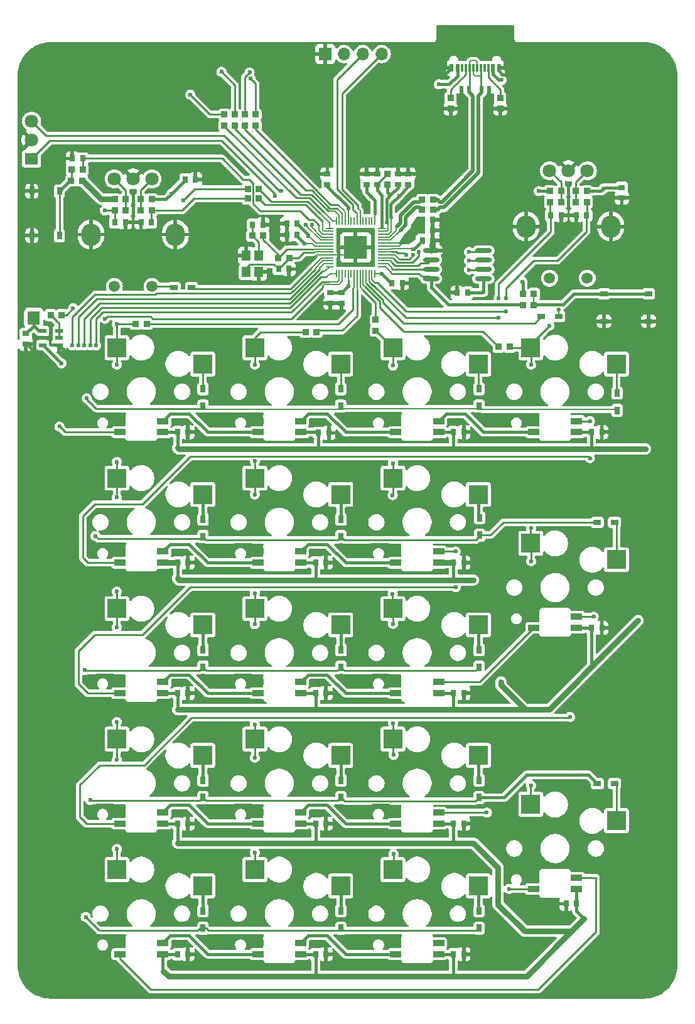
<source format=gbl>
G04 #@! TF.GenerationSoftware,KiCad,Pcbnew,8.0.7*
G04 #@! TF.CreationDate,2025-01-13T19:24:39-05:00*
G04 #@! TF.ProjectId,numpad,6e756d70-6164-42e6-9b69-6361645f7063,rev?*
G04 #@! TF.SameCoordinates,Original*
G04 #@! TF.FileFunction,Copper,L2,Bot*
G04 #@! TF.FilePolarity,Positive*
%FSLAX46Y46*%
G04 Gerber Fmt 4.6, Leading zero omitted, Abs format (unit mm)*
G04 Created by KiCad (PCBNEW 8.0.7) date 2025-01-13 19:24:39*
%MOMM*%
%LPD*%
G01*
G04 APERTURE LIST*
G04 #@! TA.AperFunction,SMDPad,CuDef*
%ADD10R,2.600000X2.600000*%
G04 #@! TD*
G04 #@! TA.AperFunction,ComponentPad*
%ADD11C,4.000000*%
G04 #@! TD*
G04 #@! TA.AperFunction,ComponentPad*
%ADD12C,7.500000*%
G04 #@! TD*
G04 #@! TA.AperFunction,ComponentPad*
%ADD13R,1.700000X1.700000*%
G04 #@! TD*
G04 #@! TA.AperFunction,ComponentPad*
%ADD14O,1.700000X1.700000*%
G04 #@! TD*
G04 #@! TA.AperFunction,ComponentPad*
%ADD15R,1.800000X1.570000*%
G04 #@! TD*
G04 #@! TA.AperFunction,ComponentPad*
%ADD16C,1.800000*%
G04 #@! TD*
G04 #@! TA.AperFunction,ComponentPad*
%ADD17C,1.520000*%
G04 #@! TD*
G04 #@! TA.AperFunction,ComponentPad*
%ADD18O,2.600000X3.000000*%
G04 #@! TD*
G04 #@! TA.AperFunction,SMDPad,CuDef*
%ADD19R,0.860000X0.810000*%
G04 #@! TD*
G04 #@! TA.AperFunction,SMDPad,CuDef*
%ADD20R,0.810000X0.860000*%
G04 #@! TD*
G04 #@! TA.AperFunction,SMDPad,CuDef*
%ADD21R,1.000000X0.750000*%
G04 #@! TD*
G04 #@! TA.AperFunction,SMDPad,CuDef*
%ADD22R,0.800000X0.900000*%
G04 #@! TD*
G04 #@! TA.AperFunction,SMDPad,CuDef*
%ADD23R,1.500000X0.820000*%
G04 #@! TD*
G04 #@! TA.AperFunction,SMDPad,CuDef*
%ADD24O,2.250000X0.630000*%
G04 #@! TD*
G04 #@! TA.AperFunction,SMDPad,CuDef*
%ADD25R,0.750000X1.000000*%
G04 #@! TD*
G04 #@! TA.AperFunction,SMDPad,CuDef*
%ADD26R,0.600000X0.600000*%
G04 #@! TD*
G04 #@! TA.AperFunction,SMDPad,CuDef*
%ADD27R,0.550000X1.100000*%
G04 #@! TD*
G04 #@! TA.AperFunction,SMDPad,CuDef*
%ADD28R,0.300000X1.100000*%
G04 #@! TD*
G04 #@! TA.AperFunction,ComponentPad*
%ADD29O,1.200000X1.800000*%
G04 #@! TD*
G04 #@! TA.AperFunction,ComponentPad*
%ADD30O,1.100000X2.000000*%
G04 #@! TD*
G04 #@! TA.AperFunction,SMDPad,CuDef*
%ADD31R,0.900000X0.800000*%
G04 #@! TD*
G04 #@! TA.AperFunction,SMDPad,CuDef*
%ADD32R,0.200000X1.100000*%
G04 #@! TD*
G04 #@! TA.AperFunction,SMDPad,CuDef*
%ADD33R,1.100000X0.200000*%
G04 #@! TD*
G04 #@! TA.AperFunction,SMDPad,CuDef*
%ADD34R,3.100000X3.100000*%
G04 #@! TD*
G04 #@! TA.AperFunction,SMDPad,CuDef*
%ADD35R,1.200000X1.400000*%
G04 #@! TD*
G04 #@! TA.AperFunction,SMDPad,CuDef*
%ADD36R,1.000000X0.600000*%
G04 #@! TD*
G04 #@! TA.AperFunction,ViaPad*
%ADD37C,0.600000*%
G04 #@! TD*
G04 #@! TA.AperFunction,Conductor*
%ADD38C,0.762000*%
G04 #@! TD*
G04 #@! TA.AperFunction,Conductor*
%ADD39C,0.254000*%
G04 #@! TD*
G04 #@! TA.AperFunction,Conductor*
%ADD40C,0.406400*%
G04 #@! TD*
G04 #@! TA.AperFunction,Conductor*
%ADD41C,0.200000*%
G04 #@! TD*
G04 #@! TA.AperFunction,Conductor*
%ADD42C,0.150000*%
G04 #@! TD*
G04 #@! TA.AperFunction,Conductor*
%ADD43C,0.508000*%
G04 #@! TD*
G04 #@! TA.AperFunction,Conductor*
%ADD44C,0.152400*%
G04 #@! TD*
G04 APERTURE END LIST*
D10*
X96125000Y-76700000D03*
X107675000Y-78900000D03*
X114725000Y-76700000D03*
X126275000Y-78900000D03*
X58925000Y-76700000D03*
X70475000Y-78900000D03*
D11*
X48725000Y-153250000D03*
D10*
X77525000Y-147100000D03*
X89075000Y-149300000D03*
X96125000Y-94300000D03*
X107675000Y-96500000D03*
X114725000Y-138300000D03*
X126275000Y-140500000D03*
X77525000Y-111900000D03*
X89075000Y-114100000D03*
X77525000Y-76700000D03*
X89075000Y-78900000D03*
D11*
X131725000Y-153250000D03*
D10*
X114725000Y-103100000D03*
X126275000Y-105300000D03*
X96125000Y-147100000D03*
X107675000Y-149300000D03*
X58925000Y-129500000D03*
X70475000Y-131700000D03*
D12*
X50000000Y-160000000D03*
D13*
X87000000Y-37100000D03*
D14*
X89540000Y-37100000D03*
X92080000Y-37100000D03*
X94620000Y-37100000D03*
D12*
X130000000Y-40000000D03*
D10*
X96125000Y-111900000D03*
X107675000Y-114100000D03*
D15*
X47395000Y-51239000D03*
D16*
X47395000Y-48699000D03*
X47395000Y-46159000D03*
D17*
X63640000Y-68450000D03*
X58560000Y-68450000D03*
D18*
X55400000Y-61450000D03*
X66800000Y-61450000D03*
D16*
X63640000Y-53950000D03*
X58560000Y-53950000D03*
X61100000Y-53950000D03*
D10*
X77525000Y-94300000D03*
X89075000Y-96500000D03*
D11*
X48725000Y-82019000D03*
D10*
X96125000Y-129500000D03*
X107675000Y-131700000D03*
D11*
X130225000Y-82019000D03*
D10*
X77525000Y-129500000D03*
X89075000Y-131700000D03*
X58925000Y-147100000D03*
X70475000Y-149300000D03*
D12*
X50000000Y-40000000D03*
D10*
X58925000Y-111900000D03*
X70475000Y-114100000D03*
X58925000Y-94300000D03*
X70475000Y-96500000D03*
D17*
X122340000Y-67350000D03*
X117260000Y-67350000D03*
D18*
X114100000Y-60350000D03*
X125500000Y-60350000D03*
D16*
X122340000Y-52850000D03*
X117260000Y-52850000D03*
X119800000Y-52850000D03*
D12*
X130000000Y-160000000D03*
D19*
X76200000Y-45250000D03*
X76200000Y-46750000D03*
D20*
X117300000Y-57100000D03*
X118800000Y-57100000D03*
D19*
X74800000Y-46750000D03*
X74800000Y-45250000D03*
D21*
X123680000Y-135500000D03*
X126020000Y-135500000D03*
D22*
X67095000Y-123299000D03*
X68495000Y-123299000D03*
X85695000Y-123299000D03*
X87095000Y-123299000D03*
D23*
X102300000Y-123300000D03*
X102300000Y-121800000D03*
X96500000Y-121800000D03*
X96500000Y-123300000D03*
D20*
X62100000Y-56700000D03*
X63600000Y-56700000D03*
D23*
X83700000Y-88100000D03*
X83700000Y-86600000D03*
X77900000Y-86600000D03*
X77900000Y-88100000D03*
D22*
X52895000Y-51199000D03*
X54295000Y-51199000D03*
D24*
X101270000Y-67410000D03*
X101270000Y-66130000D03*
X101270000Y-64870000D03*
X101270000Y-63600000D03*
X108330000Y-63600000D03*
X108330000Y-64870000D03*
X108330000Y-66130000D03*
X108330000Y-67410000D03*
D25*
X107725000Y-154989000D03*
X107725000Y-152649000D03*
D23*
X102300000Y-140900000D03*
X102300000Y-139400000D03*
X96500000Y-139400000D03*
X96500000Y-140900000D03*
D20*
X82150000Y-64600000D03*
X80650000Y-64600000D03*
D19*
X93800000Y-72950000D03*
X93800000Y-74450000D03*
D20*
X120800000Y-55600000D03*
X122300000Y-55600000D03*
D22*
X104295000Y-140899000D03*
X105695000Y-140899000D03*
X122895000Y-88099000D03*
X124295000Y-88099000D03*
D26*
X105395000Y-41649000D03*
X106395000Y-41649000D03*
D22*
X104295000Y-158499000D03*
X105695000Y-158499000D03*
X85695000Y-140899000D03*
X87095000Y-140899000D03*
D23*
X65100000Y-158500000D03*
X65100000Y-157000000D03*
X59300000Y-157000000D03*
X59300000Y-158500000D03*
D27*
X104025000Y-38999000D03*
X104825000Y-38999000D03*
D28*
X105475000Y-38999000D03*
X105975000Y-38999000D03*
X106475000Y-38999000D03*
X106975000Y-38999000D03*
X107475000Y-38999000D03*
X107975000Y-38999000D03*
X108475000Y-38999000D03*
X108975000Y-38999000D03*
D27*
X109625000Y-38999000D03*
X110425000Y-38999000D03*
D29*
X102905000Y-34239000D03*
D30*
X102905000Y-38449000D03*
D29*
X111545000Y-34239000D03*
D30*
X111545000Y-38449000D03*
D21*
X116160000Y-72500000D03*
X118500000Y-72500000D03*
D22*
X78600000Y-60100000D03*
X77200000Y-60100000D03*
D31*
X89200000Y-69300000D03*
X89200000Y-70700000D03*
D19*
X110595000Y-44499000D03*
X110595000Y-42999000D03*
D23*
X120900000Y-88100000D03*
X120900000Y-86600000D03*
X115100000Y-86600000D03*
X115100000Y-88100000D03*
D20*
X110350000Y-76600000D03*
X111850000Y-76600000D03*
D31*
X98200000Y-54700000D03*
X98200000Y-53300000D03*
D20*
X78650000Y-61600000D03*
X77150000Y-61600000D03*
D19*
X103895000Y-42999000D03*
X103895000Y-44499000D03*
D25*
X107725000Y-84589000D03*
X107725000Y-82249000D03*
D20*
X63600000Y-58200000D03*
X62100000Y-58200000D03*
D22*
X85695000Y-158499000D03*
X87095000Y-158499000D03*
D25*
X89125000Y-154989000D03*
X89125000Y-152649000D03*
D19*
X73400000Y-45250000D03*
X73400000Y-46750000D03*
D23*
X120900000Y-114500000D03*
X120900000Y-113000000D03*
X115100000Y-113000000D03*
X115100000Y-114500000D03*
D25*
X107825000Y-101989000D03*
X107825000Y-99649000D03*
D21*
X68970000Y-68600000D03*
X66630000Y-68600000D03*
D20*
X78050000Y-56600000D03*
X76550000Y-56600000D03*
D25*
X70525000Y-102189000D03*
X70525000Y-99849000D03*
D20*
X85850000Y-74600000D03*
X84350000Y-74600000D03*
D22*
X60050000Y-59800000D03*
X58650000Y-59800000D03*
D20*
X118800000Y-55600000D03*
X117300000Y-55600000D03*
D23*
X65100000Y-88100000D03*
X65100000Y-86600000D03*
X59300000Y-86600000D03*
X59300000Y-88100000D03*
D22*
X101495000Y-59469000D03*
X100095000Y-59469000D03*
D25*
X70525000Y-154989000D03*
X70525000Y-152649000D03*
D20*
X52795000Y-52699000D03*
X54295000Y-52699000D03*
D22*
X85695000Y-105699000D03*
X87095000Y-105699000D03*
X104295000Y-88099000D03*
X105695000Y-88099000D03*
D25*
X89125000Y-102189000D03*
X89125000Y-99849000D03*
D31*
X46625000Y-76219000D03*
X46625000Y-74819000D03*
D22*
X100095000Y-60869000D03*
X101495000Y-60869000D03*
D25*
X89125000Y-119789000D03*
X89125000Y-117449000D03*
D22*
X68100000Y-54000000D03*
X69500000Y-54000000D03*
X118800000Y-58850000D03*
X117400000Y-58850000D03*
D25*
X107725000Y-119789000D03*
X107725000Y-117449000D03*
D22*
X81800000Y-60000000D03*
X83200000Y-60000000D03*
D25*
X70525000Y-119789000D03*
X70525000Y-117449000D03*
D20*
X58600000Y-58200000D03*
X60100000Y-58200000D03*
X51475000Y-72319000D03*
X49975000Y-72319000D03*
D22*
X67095000Y-88099000D03*
X68495000Y-88099000D03*
D31*
X96800000Y-54700000D03*
X96800000Y-53300000D03*
D25*
X70525000Y-84589000D03*
X70525000Y-82249000D03*
D31*
X87700000Y-70700000D03*
X87700000Y-69300000D03*
D22*
X67095000Y-158499000D03*
X68495000Y-158499000D03*
D19*
X77600000Y-45250000D03*
X77600000Y-46750000D03*
D23*
X65100000Y-105700000D03*
X65100000Y-104200000D03*
X59300000Y-104200000D03*
X59300000Y-105700000D03*
D22*
X86095000Y-88199000D03*
X87495000Y-88199000D03*
X62150000Y-59800000D03*
X63550000Y-59800000D03*
D23*
X83700000Y-123300000D03*
X83700000Y-121800000D03*
X77900000Y-121800000D03*
X77900000Y-123300000D03*
D22*
X81800000Y-61500000D03*
X83200000Y-61500000D03*
X67095000Y-105699000D03*
X68495000Y-105699000D03*
X122895000Y-114499000D03*
X124295000Y-114499000D03*
X97400000Y-68000000D03*
X96000000Y-68000000D03*
D25*
X89081400Y-84589000D03*
X89081400Y-82249000D03*
D20*
X101550000Y-58069000D03*
X100050000Y-58069000D03*
D21*
X123680000Y-100250000D03*
X126020000Y-100250000D03*
D23*
X102300000Y-105700000D03*
X102300000Y-104200000D03*
X96500000Y-104200000D03*
X96500000Y-105700000D03*
D20*
X115150000Y-69450000D03*
X113650000Y-69450000D03*
D31*
X92600000Y-53300000D03*
X92600000Y-54700000D03*
D25*
X107725000Y-137389000D03*
X107725000Y-135049000D03*
D20*
X52745000Y-54199000D03*
X54245000Y-54199000D03*
D22*
X120850000Y-58850000D03*
X122250000Y-58850000D03*
D31*
X127000000Y-55100000D03*
X127000000Y-56500000D03*
D25*
X47445000Y-55599000D03*
X47445000Y-61599000D03*
X51145000Y-55599000D03*
X51145000Y-61599000D03*
D21*
X124600000Y-73150000D03*
X130600000Y-73150000D03*
X124600000Y-69450000D03*
X130600000Y-69450000D03*
D20*
X62950000Y-73500000D03*
X61450000Y-73500000D03*
D22*
X104800000Y-69300000D03*
X106200000Y-69300000D03*
D25*
X70525000Y-137389000D03*
X70525000Y-135049000D03*
D23*
X65100000Y-123300000D03*
X65100000Y-121800000D03*
X59300000Y-121800000D03*
X59300000Y-123300000D03*
D32*
X93700000Y-66750000D03*
X93300000Y-66750000D03*
X92900000Y-66750000D03*
X92500000Y-66750000D03*
X92100000Y-66750000D03*
X91700000Y-66750000D03*
X91300000Y-66750000D03*
X90900000Y-66750000D03*
X90500000Y-66750000D03*
X90100000Y-66750000D03*
X89700000Y-66750000D03*
X89300000Y-66750000D03*
X88900000Y-66750000D03*
X88500000Y-66750000D03*
D33*
X87550000Y-65800000D03*
X87550000Y-65400000D03*
X87550000Y-65000000D03*
X87550000Y-64600000D03*
X87550000Y-64200000D03*
X87550000Y-63800000D03*
X87550000Y-63400000D03*
X87550000Y-63000000D03*
X87550000Y-62600000D03*
X87550000Y-62200000D03*
X87550000Y-61800000D03*
X87550000Y-61400000D03*
X87550000Y-61000000D03*
X87550000Y-60600000D03*
D32*
X88500000Y-59650000D03*
X88900000Y-59650000D03*
X89300000Y-59650000D03*
X89700000Y-59650000D03*
X90100000Y-59650000D03*
X90500000Y-59650000D03*
X90900000Y-59650000D03*
X91300000Y-59650000D03*
X91700000Y-59650000D03*
X92100000Y-59650000D03*
X92500000Y-59650000D03*
X92900000Y-59650000D03*
X93300000Y-59650000D03*
X93700000Y-59650000D03*
D33*
X94650000Y-60600000D03*
X94650000Y-61000000D03*
X94650000Y-61400000D03*
X94650000Y-61800000D03*
X94650000Y-62200000D03*
X94650000Y-62600000D03*
X94650000Y-63000000D03*
X94650000Y-63400000D03*
X94650000Y-63800000D03*
X94650000Y-64200000D03*
X94650000Y-64600000D03*
X94650000Y-65000000D03*
X94650000Y-65400000D03*
X94650000Y-65800000D03*
D34*
X91100000Y-63200000D03*
D23*
X83700000Y-140900000D03*
X83700000Y-139400000D03*
X77900000Y-139400000D03*
X77900000Y-140900000D03*
D22*
X101495000Y-62269000D03*
X100095000Y-62269000D03*
D25*
X126350000Y-85170000D03*
X126350000Y-82830000D03*
D20*
X122300000Y-57100000D03*
X120800000Y-57100000D03*
D26*
X109095000Y-41649000D03*
X108095000Y-41649000D03*
D22*
X104295000Y-105699000D03*
X105695000Y-105699000D03*
D20*
X101550000Y-56769000D03*
X100050000Y-56769000D03*
D23*
X102300000Y-158500000D03*
X102300000Y-157000000D03*
X96500000Y-157000000D03*
X96500000Y-158500000D03*
X120900000Y-149700000D03*
X120900000Y-148200000D03*
X115100000Y-148200000D03*
X115100000Y-149700000D03*
D20*
X113650000Y-70950000D03*
X115150000Y-70950000D03*
D23*
X83700000Y-158500000D03*
X83700000Y-157000000D03*
X77900000Y-157000000D03*
X77900000Y-158500000D03*
D35*
X76335000Y-66485000D03*
X76335000Y-64285000D03*
X78035000Y-64285000D03*
X78035000Y-66485000D03*
D23*
X83700000Y-105700000D03*
X83700000Y-104200000D03*
X77900000Y-104200000D03*
X77900000Y-105700000D03*
D31*
X94000000Y-54700000D03*
X94000000Y-53300000D03*
D23*
X65100000Y-140900000D03*
X65100000Y-139400000D03*
X59300000Y-139400000D03*
X59300000Y-140900000D03*
D20*
X60100000Y-56700000D03*
X58600000Y-56700000D03*
X78050000Y-55300000D03*
X76550000Y-55300000D03*
D31*
X87295000Y-53299000D03*
X87295000Y-54699000D03*
D23*
X102300000Y-88100000D03*
X102300000Y-86600000D03*
X96500000Y-86600000D03*
X96500000Y-88100000D03*
D25*
X89125000Y-137389000D03*
X89125000Y-135049000D03*
D22*
X67095000Y-140899000D03*
X68495000Y-140899000D03*
D19*
X95400000Y-54750000D03*
X95400000Y-53250000D03*
D22*
X104295000Y-123299000D03*
X105695000Y-123299000D03*
D36*
X51095000Y-74449000D03*
X51095000Y-75399000D03*
X51095000Y-76349000D03*
X48895000Y-76349000D03*
X48895000Y-74449000D03*
D22*
X120895000Y-151699000D03*
X119495000Y-151699000D03*
X82100000Y-66100000D03*
X80700000Y-66100000D03*
D37*
X111400000Y-71800000D03*
X85900000Y-70700000D03*
X125400000Y-154000000D03*
X94100000Y-80200000D03*
X90100000Y-62200000D03*
X49100000Y-144200000D03*
X127200000Y-47900000D03*
X109500000Y-58700000D03*
X120400000Y-48200000D03*
X92100000Y-64200000D03*
X80100000Y-67600000D03*
X130500000Y-149000000D03*
X97100000Y-36200000D03*
X118300000Y-118600000D03*
X72100000Y-50000000D03*
X112100000Y-131200000D03*
X118100000Y-45200000D03*
X120195000Y-41699000D03*
X118700000Y-47600000D03*
X79100000Y-133200000D03*
X112395000Y-43200000D03*
X98200000Y-70000000D03*
X72100000Y-59200000D03*
X55195000Y-139409000D03*
X107345000Y-88774000D03*
X85100000Y-48200000D03*
X116100000Y-80200000D03*
X70195000Y-141799000D03*
X94100000Y-97200000D03*
X73100000Y-53200000D03*
X61100000Y-61200000D03*
X109120000Y-42948000D03*
X122000000Y-50500000D03*
X92400000Y-145000000D03*
X73795000Y-121809000D03*
X120995000Y-36599000D03*
X73795000Y-86609000D03*
X88670000Y-106599000D03*
X101100000Y-36200000D03*
X110100000Y-50200000D03*
X112100000Y-96200000D03*
X79100000Y-97200000D03*
X116300000Y-152500000D03*
X89020000Y-88924000D03*
X104100000Y-50200000D03*
X92395000Y-139409000D03*
X84500000Y-65200000D03*
X92100000Y-48200000D03*
X73100000Y-76200000D03*
X73795000Y-139409000D03*
X129300000Y-143300000D03*
X73600000Y-43700000D03*
X117100000Y-96200000D03*
X113100000Y-80200000D03*
X88845000Y-124249000D03*
X98100000Y-80200000D03*
X70100000Y-66200000D03*
X120000000Y-61400000D03*
X98100000Y-97200000D03*
X112700000Y-120300000D03*
X51695000Y-76999000D03*
X79100000Y-80200000D03*
X117100000Y-131200000D03*
X90100000Y-64200000D03*
X80300000Y-59300000D03*
X58395000Y-44599000D03*
X48100000Y-66200000D03*
X123700000Y-45900000D03*
X92600000Y-57900000D03*
X91100000Y-63200000D03*
X55195000Y-86609000D03*
X92100000Y-62200000D03*
X74300000Y-63000000D03*
X49100000Y-127200000D03*
X100200000Y-70000000D03*
X53100000Y-66200000D03*
X120400000Y-50500000D03*
X76100000Y-133200000D03*
X79100000Y-115200000D03*
X96800000Y-57700000D03*
X85900000Y-72000000D03*
X113195000Y-111099000D03*
X55500000Y-121504000D03*
X76100000Y-115200000D03*
X92395000Y-86609000D03*
X113095000Y-146299000D03*
X85100000Y-43200000D03*
X73795000Y-104209000D03*
X70100000Y-76200000D03*
X55595000Y-104399000D03*
X99700000Y-54900000D03*
X56100000Y-109200000D03*
X105700000Y-60900000D03*
X92395000Y-121809000D03*
X122000000Y-48200000D03*
X65045000Y-37899000D03*
X70170000Y-124199000D03*
X99500000Y-42500000D03*
X76100000Y-80200000D03*
X75100000Y-97200000D03*
X70070000Y-106524000D03*
X70295000Y-159599000D03*
X49100000Y-109200000D03*
X56100000Y-144200000D03*
X92100000Y-43200000D03*
X117400000Y-47600000D03*
X73100000Y-66200000D03*
X111295000Y-86629000D03*
X89195000Y-159799000D03*
X74600000Y-144800000D03*
X125300000Y-45900000D03*
X103400000Y-69200000D03*
X50325000Y-91019000D03*
X90595000Y-51499000D03*
X58800000Y-50000000D03*
X105410000Y-42998000D03*
X47925000Y-77369000D03*
X88795000Y-141599000D03*
X56100000Y-127200000D03*
X55725000Y-91019000D03*
X92395000Y-157009000D03*
X92290000Y-104208000D03*
X70145000Y-88824000D03*
X73795000Y-157009000D03*
X53195000Y-44599000D03*
X47695000Y-73199000D03*
X110795000Y-40599000D03*
X102300000Y-41200000D03*
X47695000Y-72200000D03*
X90100000Y-57900000D03*
X56745000Y-56649000D03*
X108300000Y-69200000D03*
X124500000Y-55300000D03*
X95800000Y-56100000D03*
X115800000Y-55600000D03*
X90125000Y-68419000D03*
X84200000Y-62700000D03*
X93200000Y-56300000D03*
X113600000Y-67800000D03*
X66250000Y-55950000D03*
X94600000Y-66700000D03*
X97000000Y-56200000D03*
X84700000Y-61700000D03*
X98835000Y-63409000D03*
X111400000Y-70000000D03*
X110400000Y-70000000D03*
X110400000Y-72700000D03*
X57300000Y-58200000D03*
X67900000Y-56800000D03*
X54837000Y-83537000D03*
X56100000Y-76400000D03*
X55300000Y-76400000D03*
X55995000Y-102099000D03*
X54600000Y-120199000D03*
X54500000Y-76400000D03*
X55295000Y-137699000D03*
X53700000Y-76400000D03*
X54700000Y-153500000D03*
X52900000Y-76400000D03*
X118500000Y-71600000D03*
X58900000Y-109600000D03*
X58900000Y-73500000D03*
X58900000Y-127200000D03*
X58900000Y-96900000D03*
X58900000Y-144300000D03*
X58900000Y-132300000D03*
X58900000Y-114400000D03*
X58900000Y-79000000D03*
X58900000Y-92100000D03*
X96200000Y-145000000D03*
X96200000Y-131600000D03*
X96150000Y-113950000D03*
X96100000Y-96600000D03*
X96150000Y-92300000D03*
X96150000Y-127400000D03*
X96100000Y-109950000D03*
X96150000Y-79100000D03*
X77500000Y-109799000D03*
X77500000Y-92000000D03*
X77500000Y-144799000D03*
X77500000Y-79000000D03*
X77500000Y-127500000D03*
X77500000Y-114000000D03*
X77500000Y-132000000D03*
X77500000Y-96500000D03*
X114750000Y-105500000D03*
X114750000Y-79000000D03*
X114750000Y-101000000D03*
X114750000Y-135750000D03*
X117250000Y-73750000D03*
X84400000Y-60100000D03*
X80200000Y-56200000D03*
X85200000Y-60100000D03*
X81100000Y-55600000D03*
X76800000Y-39600000D03*
X73000000Y-39500000D03*
X76900000Y-40400000D03*
X68800000Y-42600000D03*
X106400000Y-65000000D03*
X98875000Y-64239000D03*
X97915000Y-64159000D03*
X106400000Y-66200000D03*
X106400000Y-63800000D03*
X99585000Y-63800000D03*
X51425000Y-78819000D03*
X51153000Y-87347000D03*
X130195000Y-90349000D03*
X129195000Y-113499000D03*
X110695000Y-121799000D03*
X106995000Y-108024000D03*
X121920000Y-153724000D03*
X122695000Y-91599000D03*
X122695000Y-86599000D03*
X104595000Y-104200000D03*
X104595000Y-108999000D03*
X119995000Y-126499000D03*
X123195000Y-112999000D03*
X111795000Y-149699000D03*
X108795000Y-139399000D03*
X57300000Y-72800000D03*
X53000000Y-71400000D03*
X98300000Y-61700000D03*
X97700000Y-62300000D03*
D38*
X90595000Y-55295000D02*
X90595000Y-51499000D01*
X92600000Y-57300000D02*
X90595000Y-55295000D01*
X92600000Y-57900000D02*
X92600000Y-57300000D01*
D39*
X93453116Y-68331800D02*
X93110658Y-67989342D01*
X110400000Y-72700000D02*
X97910658Y-72700000D01*
X97910658Y-72700000D02*
X93542458Y-68331800D01*
X93542458Y-68331800D02*
X93453116Y-68331800D01*
X118300000Y-65000000D02*
X122250000Y-61050000D01*
X115094000Y-65000000D02*
X118300000Y-65000000D01*
X122250000Y-61050000D02*
X122250000Y-58850000D01*
X111400000Y-68694000D02*
X115094000Y-65000000D01*
X111400000Y-70000000D02*
X111400000Y-68694000D01*
X110400000Y-70000000D02*
X110400000Y-68100000D01*
X110400000Y-68100000D02*
X117400000Y-61100000D01*
X117400000Y-61100000D02*
X117400000Y-58850000D01*
X97900000Y-71800000D02*
X94000000Y-67900000D01*
X111400000Y-71800000D02*
X97900000Y-71800000D01*
X94000000Y-67900000D02*
X93700000Y-67900000D01*
D40*
X94650000Y-56150000D02*
X94000000Y-55500000D01*
X94000000Y-55500000D02*
X94000000Y-54700000D01*
X94653200Y-60496800D02*
X94650000Y-60496800D01*
X94650000Y-60496800D02*
X94650000Y-56150000D01*
D41*
X97013600Y-62986400D02*
X98300000Y-61700000D01*
X94663600Y-62986400D02*
X97013600Y-62986400D01*
X94650000Y-63000000D02*
X94663600Y-62986400D01*
D39*
X97381000Y-62619000D02*
X97700000Y-62300000D01*
X97205000Y-62619000D02*
X97381000Y-62619000D01*
D40*
X58299000Y-103199000D02*
X59300000Y-104200000D01*
X100694000Y-41306000D02*
X100694000Y-41300000D01*
X51095000Y-76349000D02*
X51095000Y-76399000D01*
X93405000Y-120799000D02*
X92395000Y-121809000D01*
X102925000Y-40099000D02*
X104025000Y-38999000D01*
X95499000Y-138399000D02*
X93405000Y-138399000D01*
X76899000Y-103199000D02*
X74805000Y-103199000D01*
X55595000Y-104399000D02*
X55595000Y-104099000D01*
D41*
X84500000Y-65200000D02*
X84772474Y-65200000D01*
D40*
X51095000Y-76399000D02*
X51695000Y-76999000D01*
X58299000Y-85599000D02*
X56205000Y-85599000D01*
X74805000Y-138399000D02*
X73795000Y-139409000D01*
X114169000Y-85669000D02*
X112255000Y-85669000D01*
X100694000Y-41300000D02*
X101895000Y-40099000D01*
X59300000Y-139400000D02*
X58299000Y-138399000D01*
X113195000Y-111099000D02*
X115095000Y-112999000D01*
D38*
X101495000Y-62269000D02*
X101495000Y-63375000D01*
D40*
X58299000Y-138399000D02*
X56205000Y-138399000D01*
D39*
X78450000Y-66400000D02*
X78285000Y-66235000D01*
D40*
X109095000Y-41649000D02*
X109095000Y-42923000D01*
X56205000Y-120799000D02*
X58299000Y-120799000D01*
X95394000Y-103198000D02*
X93300000Y-103198000D01*
D41*
X84772474Y-65200000D02*
X85772474Y-64200000D01*
D40*
X110425000Y-39429000D02*
X110425000Y-38999000D01*
X93405000Y-85599000D02*
X92395000Y-86609000D01*
X105395000Y-41649000D02*
X105395000Y-42983000D01*
X115100000Y-86600000D02*
X114169000Y-85669000D01*
X105395000Y-42983000D02*
X105410000Y-42998000D01*
X110911800Y-39915800D02*
X110425000Y-39429000D01*
X96395000Y-104199000D02*
X95394000Y-103198000D01*
X56495000Y-103199000D02*
X58299000Y-103199000D01*
X56205000Y-138399000D02*
X55195000Y-139409000D01*
X93405000Y-138399000D02*
X92395000Y-139409000D01*
X101895000Y-40099000D02*
X102925000Y-40099000D01*
X112255000Y-85669000D02*
X111295000Y-86629000D01*
D38*
X101495000Y-63375000D02*
X101270000Y-63600000D01*
D40*
X112395000Y-40632809D02*
X111677991Y-39915800D01*
X93300000Y-103198000D02*
X92290000Y-104208000D01*
X77900000Y-86600000D02*
X76899000Y-85599000D01*
D38*
X96800000Y-57700000D02*
X96900000Y-57700000D01*
D39*
X59350000Y-86600000D02*
X59044000Y-86600000D01*
D40*
X74805000Y-103199000D02*
X73795000Y-104209000D01*
D41*
X90100000Y-64200000D02*
X91100000Y-63200000D01*
D40*
X95499000Y-155999000D02*
X93405000Y-155999000D01*
X95499000Y-120799000D02*
X93405000Y-120799000D01*
X77900000Y-157000000D02*
X76899000Y-155999000D01*
X59300000Y-86600000D02*
X58299000Y-85599000D01*
D39*
X76085000Y-64535000D02*
X76085000Y-63715000D01*
D40*
X96500000Y-86600000D02*
X95499000Y-85599000D01*
X74805000Y-120799000D02*
X73795000Y-121809000D01*
X96500000Y-157000000D02*
X95499000Y-155999000D01*
X93405000Y-155999000D02*
X92395000Y-157009000D01*
X76899000Y-155999000D02*
X74805000Y-155999000D01*
X76899000Y-138399000D02*
X74805000Y-138399000D01*
X95499000Y-85599000D02*
X93405000Y-85599000D01*
X55500000Y-121504000D02*
X56205000Y-120799000D01*
X96500000Y-121800000D02*
X95499000Y-120799000D01*
X46775000Y-76219000D02*
X47925000Y-77369000D01*
D41*
X85772474Y-64200000D02*
X87550000Y-64200000D01*
D40*
X55595000Y-104099000D02*
X56495000Y-103199000D01*
X46625000Y-76219000D02*
X46775000Y-76219000D01*
X112395000Y-43200000D02*
X112395000Y-40632809D01*
D41*
X87550000Y-64200000D02*
X90100000Y-64200000D01*
D40*
X58299000Y-120799000D02*
X59300000Y-121800000D01*
X109095000Y-42923000D02*
X109120000Y-42948000D01*
X74805000Y-155999000D02*
X73795000Y-157009000D01*
X111677991Y-39915800D02*
X110911800Y-39915800D01*
X99500000Y-42500000D02*
X100694000Y-41306000D01*
X74805000Y-85599000D02*
X73795000Y-86609000D01*
D38*
X96900000Y-57700000D02*
X99700000Y-54900000D01*
D40*
X77900000Y-121800000D02*
X76899000Y-120799000D01*
X96500000Y-139400000D02*
X95499000Y-138399000D01*
X77900000Y-104200000D02*
X76899000Y-103199000D01*
X77900000Y-139400000D02*
X76899000Y-138399000D01*
X76899000Y-85599000D02*
X74805000Y-85599000D01*
X113095000Y-146299000D02*
X114995000Y-148199000D01*
X76899000Y-120799000D02*
X74805000Y-120799000D01*
X56205000Y-85599000D02*
X55195000Y-86609000D01*
X48395000Y-74449000D02*
X47695000Y-73749000D01*
X109625000Y-39830400D02*
X109625000Y-38999000D01*
X48895000Y-74449000D02*
X48395000Y-74449000D01*
X46625000Y-74819000D02*
X47695000Y-73749000D01*
X110795000Y-40599000D02*
X110393600Y-40599000D01*
X110393600Y-40599000D02*
X109625000Y-39830400D01*
X104825000Y-40069000D02*
X104825000Y-38999000D01*
X102300000Y-41200000D02*
X103694000Y-41200000D01*
X103694000Y-41200000D02*
X104825000Y-40069000D01*
X47695000Y-73199000D02*
X47695000Y-73749000D01*
X95350000Y-54700000D02*
X95400000Y-54750000D01*
D38*
X54295000Y-54199000D02*
X56745000Y-56649000D01*
D40*
X124700000Y-55100000D02*
X124500000Y-55300000D01*
X83200000Y-61700000D02*
X84200000Y-62700000D01*
D42*
X93700000Y-66750000D02*
X93700000Y-66840000D01*
D40*
X113650000Y-67850000D02*
X113600000Y-67800000D01*
D41*
X85572474Y-63000000D02*
X85272474Y-62700000D01*
D40*
X65500000Y-56700000D02*
X63600000Y-56700000D01*
X68100000Y-54100000D02*
X68100000Y-54000000D01*
X124200000Y-55600000D02*
X124500000Y-55300000D01*
X93700000Y-58600000D02*
X93700000Y-56800000D01*
X108330000Y-67410000D02*
X108330000Y-69170000D01*
D41*
X93700000Y-66750000D02*
X94550000Y-66750000D01*
X95500000Y-60044000D02*
X95500000Y-60900000D01*
D38*
X54245000Y-54199000D02*
X54295000Y-54199000D01*
D41*
X85272474Y-62700000D02*
X84200000Y-62700000D01*
D40*
X108200000Y-69300000D02*
X108300000Y-69200000D01*
X95255000Y-59759000D02*
X95255000Y-56645000D01*
X90100000Y-57804000D02*
X90100000Y-57900000D01*
X96800000Y-55100000D02*
X95800000Y-56100000D01*
D41*
X94669000Y-62619000D02*
X97205000Y-62619000D01*
D40*
X100065000Y-60869000D02*
X100095000Y-60869000D01*
X93700000Y-56800000D02*
X93200000Y-56300000D01*
D41*
X90100000Y-59650000D02*
X90100000Y-57900000D01*
X93700000Y-59650000D02*
X93700000Y-58600000D01*
D40*
X95235000Y-59779000D02*
X95255000Y-59759000D01*
X95255000Y-56645000D02*
X95800000Y-56100000D01*
X108330000Y-69170000D02*
X108300000Y-69200000D01*
X122300000Y-55600000D02*
X124200000Y-55600000D01*
D41*
X95400000Y-61000000D02*
X94650000Y-61000000D01*
X94550000Y-66750000D02*
X94600000Y-66700000D01*
X87550000Y-63000000D02*
X85572474Y-63000000D01*
X90100000Y-67600000D02*
X90100000Y-66750000D01*
D40*
X113650000Y-69450000D02*
X113650000Y-67850000D01*
D38*
X56745000Y-56649000D02*
X56796000Y-56700000D01*
D40*
X87295000Y-54999000D02*
X90100000Y-57804000D01*
X96000000Y-68000000D02*
X95900000Y-68000000D01*
X95900000Y-68000000D02*
X94600000Y-66700000D01*
D41*
X95500000Y-60900000D02*
X95400000Y-61000000D01*
D40*
X87700000Y-69300000D02*
X89200000Y-69300000D01*
D38*
X56796000Y-56700000D02*
X58600000Y-56700000D01*
D39*
X90125000Y-67625000D02*
X90100000Y-67600000D01*
D40*
X90081000Y-68419000D02*
X89200000Y-69300000D01*
X92600000Y-55700000D02*
X93200000Y-56300000D01*
X66250000Y-55950000D02*
X68100000Y-54100000D01*
X117300000Y-55600000D02*
X115800000Y-55600000D01*
X66250000Y-55950000D02*
X65500000Y-56700000D01*
D39*
X90125000Y-68419000D02*
X90125000Y-67625000D01*
D40*
X106200000Y-69300000D02*
X108200000Y-69300000D01*
X90125000Y-68419000D02*
X90081000Y-68419000D01*
X87295000Y-54699000D02*
X87295000Y-54999000D01*
D41*
X94650000Y-62600000D02*
X94669000Y-62619000D01*
D40*
X127000000Y-55100000D02*
X124700000Y-55100000D01*
X92600000Y-54700000D02*
X92600000Y-55700000D01*
D41*
X95235000Y-59779000D02*
X95500000Y-60044000D01*
D40*
X83200000Y-61500000D02*
X83200000Y-61700000D01*
X96800000Y-54700000D02*
X96800000Y-55100000D01*
X98955000Y-63409000D02*
X100095000Y-62269000D01*
D41*
X95881000Y-59996800D02*
X95877800Y-60000000D01*
D40*
X95881000Y-59119000D02*
X95839200Y-59077200D01*
X95839200Y-59077200D02*
X95839200Y-57360800D01*
X97000000Y-56200000D02*
X98200000Y-55000000D01*
D41*
X84806764Y-61700000D02*
X84700000Y-61700000D01*
X98790200Y-63364200D02*
X95857326Y-63364200D01*
X95881000Y-59119000D02*
X95881000Y-59996800D01*
X95877800Y-61056490D02*
X95534290Y-61400000D01*
D40*
X98200000Y-55000000D02*
X98200000Y-54700000D01*
X83200000Y-60000000D02*
X84700000Y-61500000D01*
D41*
X87550000Y-62600000D02*
X85706764Y-62600000D01*
X95534290Y-61400000D02*
X94650000Y-61400000D01*
D40*
X95839200Y-57360800D02*
X97000000Y-56200000D01*
D41*
X85706764Y-62600000D02*
X84806764Y-61700000D01*
X95857326Y-63364200D02*
X95821526Y-63400000D01*
D40*
X98835000Y-63409000D02*
X98955000Y-63409000D01*
D41*
X95821526Y-63400000D02*
X94650000Y-63400000D01*
X95877800Y-60000000D02*
X95877800Y-61056490D01*
D40*
X84700000Y-61500000D02*
X84700000Y-61700000D01*
X100200000Y-62400000D02*
X100200000Y-62530000D01*
D41*
X98835000Y-63409000D02*
X98790200Y-63364200D01*
D39*
X76335000Y-65965000D02*
X76335000Y-66485000D01*
X82150000Y-64650000D02*
X80700000Y-66100000D01*
X82150000Y-64600000D02*
X82150000Y-64650000D01*
X80058000Y-65458000D02*
X76842000Y-65458000D01*
X84100000Y-63900000D02*
X83400000Y-64600000D01*
D41*
X85600000Y-63800000D02*
X85500000Y-63900000D01*
D39*
X80700000Y-66100000D02*
X80058000Y-65458000D01*
D41*
X87550000Y-63800000D02*
X85600000Y-63800000D01*
D39*
X76842000Y-65458000D02*
X76335000Y-65965000D01*
X83400000Y-64600000D02*
X82150000Y-64600000D01*
X85500000Y-63900000D02*
X84100000Y-63900000D01*
X77150000Y-61600000D02*
X77150000Y-60150000D01*
X77150000Y-61600000D02*
X78035000Y-62485000D01*
X77150000Y-60150000D02*
X77200000Y-60100000D01*
X78035000Y-62485000D02*
X78035000Y-64285000D01*
X84793000Y-59493000D02*
X85451428Y-59493000D01*
D41*
X86180000Y-60259756D02*
X86180000Y-60914290D01*
D39*
X85451428Y-59493000D02*
X86180000Y-60221572D01*
X86180000Y-60221572D02*
X86180000Y-60259756D01*
X83600000Y-58300000D02*
X84793000Y-59493000D01*
X54295000Y-51199000D02*
X54296000Y-51200000D01*
X54295000Y-51199000D02*
X54295000Y-52599000D01*
X77300000Y-54561000D02*
X77300000Y-57300000D01*
X76739000Y-54000000D02*
X77300000Y-54561000D01*
X78300000Y-58300000D02*
X83600000Y-58300000D01*
D41*
X86180000Y-60914290D02*
X86665710Y-61400000D01*
D39*
X75900000Y-54000000D02*
X76739000Y-54000000D01*
X77300000Y-57300000D02*
X78300000Y-58300000D01*
X54296000Y-51200000D02*
X73100000Y-51200000D01*
D41*
X86665710Y-61400000D02*
X87550000Y-61400000D01*
D39*
X73100000Y-51200000D02*
X75900000Y-54000000D01*
X90707000Y-58007000D02*
X90707000Y-57411000D01*
X88595000Y-40585000D02*
X92080000Y-37100000D01*
D41*
X91300000Y-59650000D02*
X91300000Y-58600000D01*
D39*
X91100000Y-58400000D02*
X90707000Y-58007000D01*
X90707000Y-57411000D02*
X88595000Y-55299000D01*
D41*
X91300000Y-58600000D02*
X91100000Y-58400000D01*
D39*
X88595000Y-55299000D02*
X88595000Y-40585000D01*
X92080000Y-37100000D02*
X92080000Y-36900000D01*
X94620000Y-37100000D02*
X94620000Y-36900000D01*
X91400000Y-57900000D02*
X91400000Y-57493342D01*
X89295000Y-55388342D02*
X89295000Y-42425000D01*
D41*
X91700000Y-59650000D02*
X91700000Y-58200000D01*
X91700000Y-58200000D02*
X91400000Y-57900000D01*
D39*
X89295000Y-42425000D02*
X94620000Y-37100000D01*
X91400000Y-57493342D02*
X89295000Y-55388342D01*
X122300000Y-58800000D02*
X122250000Y-58850000D01*
D41*
X93700000Y-67900000D02*
X93300000Y-67500000D01*
X93300000Y-66750000D02*
X93300000Y-67500000D01*
D39*
X122300000Y-57100000D02*
X122300000Y-58800000D01*
D41*
X92900000Y-67778684D02*
X92900000Y-66750000D01*
D39*
X117300000Y-57100000D02*
X117300000Y-58750000D01*
X117300000Y-58750000D02*
X117400000Y-58850000D01*
D41*
X93110658Y-67989342D02*
X92900000Y-67778684D01*
D39*
X63550000Y-58250000D02*
X63600000Y-58200000D01*
X69300000Y-56600000D02*
X67700000Y-58200000D01*
X67700000Y-58200000D02*
X63600000Y-58200000D01*
X63550000Y-59800000D02*
X63550000Y-58250000D01*
X76550000Y-56600000D02*
X69300000Y-56600000D01*
X58600000Y-59750000D02*
X58650000Y-59800000D01*
X69400000Y-55300000D02*
X67900000Y-56800000D01*
X58600000Y-58200000D02*
X58600000Y-59750000D01*
X76550000Y-55300000D02*
X69400000Y-55300000D01*
X58600000Y-58200000D02*
X57300000Y-58200000D01*
X70475000Y-78900000D02*
X70475000Y-82150000D01*
X54837000Y-83537000D02*
X54837000Y-83636000D01*
D41*
X108185000Y-85049000D02*
X126229000Y-85049000D01*
D39*
X70190000Y-84924000D02*
X70525000Y-84589000D01*
D41*
X126229000Y-85049000D02*
X126350000Y-85170000D01*
X89411400Y-84919000D02*
X107395000Y-84919000D01*
D39*
X56100000Y-76400000D02*
X56100000Y-72844000D01*
X56100000Y-72844000D02*
X57044000Y-71900000D01*
D41*
X107725000Y-84589000D02*
X108185000Y-85049000D01*
X107395000Y-84919000D02*
X107725000Y-84589000D01*
X88900000Y-66750000D02*
X88900000Y-67600000D01*
X89081400Y-84589000D02*
X88661400Y-85009000D01*
X88900000Y-67600000D02*
X88700000Y-67800000D01*
D39*
X56125000Y-84924000D02*
X70190000Y-84924000D01*
D41*
X89081400Y-84589000D02*
X89411400Y-84919000D01*
D39*
X54837000Y-83636000D02*
X56125000Y-84924000D01*
D41*
X70945000Y-85009000D02*
X70525000Y-84589000D01*
X88700000Y-67800000D02*
X87500000Y-67800000D01*
D39*
X82433343Y-71900000D02*
X86533343Y-67800000D01*
X86533343Y-67800000D02*
X87500000Y-67800000D01*
X57044000Y-71900000D02*
X82433343Y-71900000D01*
D41*
X88661400Y-85009000D02*
X70945000Y-85009000D01*
D39*
X89075000Y-78900000D02*
X89075000Y-82150000D01*
X107675000Y-78900000D02*
X107675000Y-82150000D01*
X126275000Y-78900000D02*
X126275000Y-82755000D01*
X126275000Y-82755000D02*
X126350000Y-82830000D01*
D40*
X70475000Y-96500000D02*
X70475000Y-99799000D01*
X70475000Y-99799000D02*
X70525000Y-99849000D01*
D39*
X56854658Y-71300000D02*
X82286632Y-71300000D01*
X70215000Y-102499000D02*
X56395000Y-102499000D01*
X55300000Y-72854658D02*
X56854658Y-71300000D01*
X107725000Y-102189000D02*
X107285000Y-102629000D01*
X111015000Y-100250000D02*
X123680000Y-100250000D01*
X107825000Y-101989000D02*
X109276000Y-101989000D01*
X56395000Y-102499000D02*
X55995000Y-102099000D01*
X88665000Y-102649000D02*
X89125000Y-102189000D01*
X107285000Y-102629000D02*
X89565000Y-102629000D01*
X89565000Y-102629000D02*
X89125000Y-102189000D01*
D41*
X88500000Y-66750000D02*
X87650000Y-66750000D01*
D39*
X82286632Y-71300000D02*
X86386632Y-67200000D01*
X70525000Y-102189000D02*
X70215000Y-102499000D01*
X70985000Y-102649000D02*
X88665000Y-102649000D01*
D41*
X87650000Y-66750000D02*
X87200000Y-67200000D01*
D39*
X86386632Y-67200000D02*
X87200000Y-67200000D01*
X55300000Y-76400000D02*
X55300000Y-72854658D01*
X70525000Y-102189000D02*
X70985000Y-102649000D01*
X109276000Y-101989000D02*
X111015000Y-100250000D01*
X89075000Y-96500000D02*
X89825000Y-97250000D01*
D40*
X89075000Y-96500000D02*
X89075000Y-99799000D01*
X89075000Y-99799000D02*
X89125000Y-99849000D01*
X107675000Y-99499000D02*
X107825000Y-99649000D01*
X107675000Y-96500000D02*
X107675000Y-99499000D01*
D39*
X126275000Y-105300000D02*
X126275000Y-100505000D01*
X126275000Y-100505000D02*
X126020000Y-100250000D01*
X56600000Y-70700000D02*
X54500000Y-72800000D01*
X88635000Y-120279000D02*
X89125000Y-119789000D01*
X86625000Y-66419000D02*
X86556974Y-66419000D01*
X107235000Y-120279000D02*
X89615000Y-120279000D01*
X71015000Y-120279000D02*
X88635000Y-120279000D01*
D41*
X86931000Y-66419000D02*
X87550000Y-65800000D01*
D39*
X107725000Y-119789000D02*
X107235000Y-120279000D01*
X54500000Y-72800000D02*
X54500000Y-76400000D01*
D41*
X86625000Y-66419000D02*
X86931000Y-66419000D01*
D39*
X70075000Y-120239000D02*
X56639000Y-120239000D01*
X70525000Y-119789000D02*
X70075000Y-120239000D01*
X54600000Y-120199000D02*
X54640000Y-120239000D01*
X82275974Y-70700000D02*
X56600000Y-70700000D01*
X70525000Y-119789000D02*
X71015000Y-120279000D01*
X89615000Y-120279000D02*
X89125000Y-119789000D01*
X86556974Y-66419000D02*
X82275974Y-70700000D01*
X54640000Y-120239000D02*
X56639000Y-120239000D01*
D40*
X70475000Y-117399000D02*
X70525000Y-117449000D01*
X70475000Y-114100000D02*
X70475000Y-117399000D01*
X89075000Y-117399000D02*
X89125000Y-117449000D01*
X89075000Y-114100000D02*
X89075000Y-117399000D01*
X107675000Y-114100000D02*
X107675000Y-117399000D01*
X107675000Y-117399000D02*
X107725000Y-117449000D01*
D39*
X70105000Y-137809000D02*
X55405000Y-137809000D01*
X107265000Y-137849000D02*
X89585000Y-137849000D01*
X89585000Y-137849000D02*
X89125000Y-137389000D01*
X53700000Y-72600000D02*
X53700000Y-76400000D01*
D40*
X114195000Y-134299000D02*
X122479000Y-134299000D01*
D41*
X86800000Y-65400000D02*
X87550000Y-65400000D01*
X86225000Y-65975000D02*
X86800000Y-65400000D01*
D39*
X86225000Y-66140316D02*
X82265316Y-70100000D01*
X70525000Y-137389000D02*
X70105000Y-137809000D01*
D40*
X107725000Y-137389000D02*
X111105000Y-137389000D01*
D39*
X56200000Y-70100000D02*
X53700000Y-72600000D01*
D40*
X122479000Y-134299000D02*
X123680000Y-135500000D01*
D39*
X86225000Y-66019000D02*
X86225000Y-66140316D01*
X107725000Y-137389000D02*
X107265000Y-137849000D01*
D40*
X111105000Y-137389000D02*
X114195000Y-134299000D01*
D39*
X88705000Y-137809000D02*
X89125000Y-137389000D01*
D41*
X86225000Y-66019000D02*
X86225000Y-65975000D01*
D39*
X82265316Y-70100000D02*
X56200000Y-70100000D01*
X55405000Y-137809000D02*
X55295000Y-137699000D01*
X70525000Y-137389000D02*
X70945000Y-137809000D01*
X70945000Y-137809000D02*
X88705000Y-137809000D01*
D40*
X70475000Y-134999000D02*
X70525000Y-135049000D01*
X70475000Y-131700000D02*
X70475000Y-134999000D01*
X89075000Y-134999000D02*
X89125000Y-135049000D01*
X89075000Y-131700000D02*
X89075000Y-134999000D01*
X107675000Y-134999000D02*
X107725000Y-135049000D01*
X107675000Y-131700000D02*
X107675000Y-134999000D01*
D39*
X126275000Y-135755000D02*
X126020000Y-135500000D01*
X126275000Y-140500000D02*
X126275000Y-135755000D01*
D40*
X70475000Y-152599000D02*
X70525000Y-152649000D01*
X70475000Y-149300000D02*
X70475000Y-152599000D01*
D39*
X88795000Y-155319000D02*
X89125000Y-154989000D01*
X82354658Y-69400000D02*
X64227251Y-69400000D01*
X71225000Y-155319000D02*
X88795000Y-155319000D01*
X55963000Y-69537000D02*
X52900000Y-72600000D01*
X107725000Y-154989000D02*
X107395000Y-155319000D01*
X89455000Y-155319000D02*
X89125000Y-154989000D01*
X64227251Y-69400000D02*
X64090251Y-69537000D01*
X85625000Y-66119000D02*
X85625000Y-66129658D01*
X69825000Y-155319000D02*
X56519000Y-155319000D01*
X70895000Y-154989000D02*
X71225000Y-155319000D01*
X64090251Y-69537000D02*
X55963000Y-69537000D01*
X52900000Y-72600000D02*
X52900000Y-76400000D01*
X70155000Y-154989000D02*
X69825000Y-155319000D01*
X56519000Y-155319000D02*
X54700000Y-153500000D01*
X107395000Y-155319000D02*
X89455000Y-155319000D01*
D41*
X86665710Y-65000000D02*
X85625000Y-66040710D01*
D39*
X70525000Y-154989000D02*
X70155000Y-154989000D01*
X70525000Y-154989000D02*
X70895000Y-154989000D01*
X85625000Y-66129658D02*
X82354658Y-69400000D01*
D41*
X86665710Y-65000000D02*
X87550000Y-65000000D01*
X85625000Y-66040710D02*
X85625000Y-66119000D01*
D40*
X89125000Y-149350000D02*
X89075000Y-149300000D01*
X89125000Y-152649000D02*
X89125000Y-149350000D01*
X107675000Y-152599000D02*
X107725000Y-152649000D01*
X107675000Y-149300000D02*
X107675000Y-152599000D01*
D39*
X85166058Y-65965362D02*
X85166058Y-65977942D01*
X85166058Y-65977942D02*
X82344000Y-68800000D01*
D41*
X86531420Y-64600000D02*
X87550000Y-64600000D01*
X85166058Y-65965362D02*
X86531420Y-64600000D01*
D39*
X82344000Y-68800000D02*
X69170000Y-68800000D01*
X69170000Y-68800000D02*
X68970000Y-68600000D01*
X66480000Y-68450000D02*
X66630000Y-68600000D01*
X63640000Y-68450000D02*
X66480000Y-68450000D01*
D41*
X118500000Y-71600000D02*
X118500000Y-72500000D01*
D39*
X61450000Y-73500000D02*
X58900000Y-73500000D01*
X58900000Y-109600000D02*
X58900000Y-114400000D01*
X58900000Y-127200000D02*
X58900000Y-129475000D01*
X58925000Y-147100000D02*
X58925000Y-144325000D01*
X58925000Y-131975000D02*
X58925000Y-129500000D01*
X58925000Y-76700000D02*
X58925000Y-73525000D01*
X58925000Y-76700000D02*
X58925000Y-78975000D01*
X58925000Y-144325000D02*
X58900000Y-144300000D01*
X58900000Y-129475000D02*
X58925000Y-129500000D01*
X58900000Y-92100000D02*
X58900000Y-96900000D01*
X58925000Y-78975000D02*
X58900000Y-79000000D01*
X58925000Y-73525000D02*
X58900000Y-73500000D01*
X58900000Y-132000000D02*
X58925000Y-131975000D01*
X58900000Y-132300000D02*
X58900000Y-132000000D01*
X62100000Y-55490000D02*
X62100000Y-56700000D01*
X62100000Y-58200000D02*
X62100000Y-56700000D01*
X63640000Y-53950000D02*
X62100000Y-55490000D01*
X58560000Y-53950000D02*
X60100000Y-55490000D01*
X60100000Y-56700000D02*
X60100000Y-58200000D01*
X60100000Y-55490000D02*
X60100000Y-56700000D01*
X96125000Y-111900000D02*
X96125000Y-113925000D01*
X96200000Y-147025000D02*
X96125000Y-147100000D01*
X96125000Y-113925000D02*
X96150000Y-113950000D01*
X96200000Y-145000000D02*
X96200000Y-147025000D01*
X96125000Y-79075000D02*
X96150000Y-79100000D01*
X96125000Y-129500000D02*
X96125000Y-131525000D01*
X96150000Y-127400000D02*
X96150000Y-129475000D01*
X96100000Y-111875000D02*
X96125000Y-111900000D01*
X96125000Y-131525000D02*
X96200000Y-131600000D01*
X96150000Y-92300000D02*
X96150000Y-94275000D01*
X93875000Y-74450000D02*
X96125000Y-76700000D01*
X96125000Y-76700000D02*
X96125000Y-79075000D01*
X96125000Y-94300000D02*
X96125000Y-96575000D01*
X96150000Y-94275000D02*
X96125000Y-94300000D01*
X96100000Y-109950000D02*
X96100000Y-111875000D01*
X96125000Y-96575000D02*
X96100000Y-96600000D01*
X93800000Y-74450000D02*
X93875000Y-74450000D01*
X96150000Y-129475000D02*
X96125000Y-129500000D01*
X120800000Y-55600000D02*
X120800000Y-57100000D01*
X120800000Y-54390000D02*
X122340000Y-52850000D01*
X120800000Y-55600000D02*
X120800000Y-54390000D01*
X118800000Y-55600000D02*
X118800000Y-54390000D01*
X118800000Y-57100000D02*
X118800000Y-55600000D01*
X118800000Y-54390000D02*
X117260000Y-52850000D01*
X77500000Y-111875000D02*
X77525000Y-111900000D01*
X77525000Y-131975000D02*
X77500000Y-132000000D01*
X77500000Y-127500000D02*
X77500000Y-129475000D01*
X77500000Y-94275000D02*
X77525000Y-94300000D01*
X77525000Y-94300000D02*
X77525000Y-96475000D01*
X77525000Y-78975000D02*
X77500000Y-79000000D01*
X77500000Y-129475000D02*
X77525000Y-129500000D01*
X78300000Y-74600000D02*
X84350000Y-74600000D01*
X77525000Y-76700000D02*
X77525000Y-78975000D01*
X77525000Y-111900000D02*
X77525000Y-113975000D01*
X77500000Y-147075000D02*
X77525000Y-147100000D01*
X77500000Y-109799000D02*
X77500000Y-111875000D01*
X77525000Y-75375000D02*
X78300000Y-74600000D01*
X77500000Y-92000000D02*
X77500000Y-94275000D01*
X77525000Y-129500000D02*
X77525000Y-131975000D01*
X77525000Y-96475000D02*
X77500000Y-96500000D01*
X77500000Y-144799000D02*
X77500000Y-147075000D01*
X77525000Y-76700000D02*
X77525000Y-75375000D01*
X77525000Y-113975000D02*
X77500000Y-114000000D01*
X111950000Y-76700000D02*
X111850000Y-76600000D01*
X114725000Y-135775000D02*
X114750000Y-135750000D01*
X117250000Y-73750000D02*
X114725000Y-76275000D01*
X114750000Y-105500000D02*
X114750000Y-103125000D01*
X114725000Y-76700000D02*
X111950000Y-76700000D01*
X114725000Y-76275000D02*
X114725000Y-76700000D01*
X114750000Y-79000000D02*
X114750000Y-76725000D01*
X114750000Y-103125000D02*
X114725000Y-103100000D01*
X114750000Y-76725000D02*
X114725000Y-76700000D01*
X114725000Y-103100000D02*
X114725000Y-101025000D01*
X114725000Y-138300000D02*
X114725000Y-135775000D01*
X114725000Y-101025000D02*
X114750000Y-101000000D01*
X110595000Y-41895000D02*
X110595000Y-42999000D01*
X108975000Y-38999000D02*
X108975000Y-40275000D01*
X108975000Y-40275000D02*
X110595000Y-41895000D01*
X103895000Y-41933000D02*
X103895000Y-42999000D01*
X105975000Y-38999000D02*
X105975000Y-39853000D01*
X105975000Y-39853000D02*
X103895000Y-41933000D01*
X80200000Y-56200000D02*
X80200000Y-55961000D01*
D41*
X86397130Y-62200000D02*
X87550000Y-62200000D01*
X84400000Y-60202870D02*
X86397130Y-62200000D01*
X84400000Y-60100000D02*
X84400000Y-60202870D01*
D39*
X49834000Y-48800000D02*
X47395000Y-51239000D01*
X73039000Y-48800000D02*
X49834000Y-48800000D01*
X80200000Y-55961000D02*
X73039000Y-48800000D01*
X73344000Y-48100000D02*
X49336000Y-48100000D01*
X49336000Y-48100000D02*
X47395000Y-46159000D01*
X80844000Y-55600000D02*
X73344000Y-48100000D01*
D41*
X85200000Y-60100000D02*
X85200000Y-60468580D01*
D39*
X81100000Y-55600000D02*
X80844000Y-55600000D01*
D41*
X86531420Y-61800000D02*
X87550000Y-61800000D01*
X85200000Y-60468580D02*
X86531420Y-61800000D01*
D39*
X76800000Y-39600000D02*
X76200000Y-40200000D01*
X76200000Y-40200000D02*
X76200000Y-45250000D01*
X74800000Y-41300000D02*
X73000000Y-39500000D01*
X74800000Y-45250000D02*
X74800000Y-41300000D01*
X76900000Y-40400000D02*
X77600000Y-41100000D01*
X77600000Y-41100000D02*
X77600000Y-45250000D01*
X71450000Y-45250000D02*
X68800000Y-42600000D01*
X73400000Y-45250000D02*
X71450000Y-45250000D01*
X86800000Y-58400000D02*
X84900000Y-56500000D01*
D41*
X88500000Y-59650000D02*
X88050000Y-59650000D01*
D39*
X73400000Y-46800000D02*
X73400000Y-46750000D01*
D41*
X88050000Y-59650000D02*
X86800000Y-58400000D01*
D39*
X84900000Y-56500000D02*
X83100000Y-56500000D01*
X83100000Y-56500000D02*
X73400000Y-46800000D01*
D41*
X88900000Y-58900000D02*
X88300000Y-58300000D01*
X88300000Y-58300000D02*
X87400000Y-58300000D01*
D39*
X85168200Y-56068200D02*
X87400000Y-58300000D01*
X74800000Y-46750000D02*
X74800000Y-47200000D01*
X83668200Y-56068200D02*
X85168200Y-56068200D01*
D41*
X88900000Y-59650000D02*
X88900000Y-58900000D01*
D39*
X74800000Y-47200000D02*
X83668200Y-56068200D01*
D41*
X89300000Y-58600000D02*
X89232855Y-58532855D01*
D39*
X84400000Y-55500000D02*
X85210658Y-55500000D01*
X85210658Y-55500000D02*
X87605858Y-57895200D01*
D41*
X89300000Y-59650000D02*
X89300000Y-58600000D01*
D39*
X88595200Y-57895200D02*
X88600000Y-57900000D01*
X76200000Y-47300000D02*
X84400000Y-55500000D01*
D41*
X89232855Y-58532855D02*
X88600000Y-57900000D01*
D39*
X87605858Y-57895200D02*
X88595200Y-57895200D01*
X76200000Y-46750000D02*
X76200000Y-47300000D01*
X85642458Y-55321143D02*
X87715987Y-57394671D01*
X77600000Y-46750000D02*
X77600000Y-47278684D01*
X87715987Y-57394671D02*
X88705329Y-57394671D01*
D41*
X89600000Y-58300000D02*
X88700000Y-57400000D01*
X89700000Y-59650000D02*
X89700000Y-58400000D01*
X89700000Y-58400000D02*
X89600000Y-58300000D01*
D39*
X85389516Y-55068200D02*
X85642458Y-55321143D01*
X77600000Y-47278684D02*
X85389516Y-55068200D01*
D43*
X98936334Y-57069750D02*
X97157437Y-58848647D01*
D44*
X96541816Y-60893106D02*
X96541816Y-60484806D01*
X96541816Y-60484806D02*
X96637095Y-60389527D01*
D43*
X99724250Y-57069750D02*
X98936334Y-57069750D01*
X97157437Y-58848647D02*
X97157437Y-59869185D01*
X100050000Y-56769000D02*
X100025000Y-56769000D01*
X97157437Y-59869185D02*
X96637095Y-60389527D01*
D44*
X95634922Y-61800000D02*
X96541816Y-60893106D01*
X94650000Y-61800000D02*
X95634922Y-61800000D01*
D43*
X100025000Y-56769000D02*
X99724250Y-57069750D01*
X100025000Y-58069000D02*
X99724250Y-57768250D01*
X97855937Y-59137979D02*
X97855937Y-60158517D01*
D44*
X94661000Y-62189000D02*
X95825454Y-62189000D01*
D43*
X99724250Y-57768250D02*
X99225666Y-57768250D01*
X99225666Y-57768250D02*
X97855937Y-59137979D01*
D44*
X95825454Y-62189000D02*
X97131011Y-60883443D01*
X94650000Y-62200000D02*
X94661000Y-62189000D01*
D43*
X100050000Y-58069000D02*
X100025000Y-58069000D01*
X97855937Y-60158517D02*
X97131011Y-60883443D01*
D39*
X78650000Y-62150000D02*
X78650000Y-61600000D01*
X81850000Y-63400000D02*
X80650000Y-64600000D01*
X80650000Y-64600000D02*
X80650000Y-64150000D01*
X80650000Y-64150000D02*
X78650000Y-62150000D01*
D41*
X85772474Y-63400000D02*
X85400000Y-63400000D01*
D39*
X85400000Y-63400000D02*
X81850000Y-63400000D01*
D41*
X87550000Y-63400000D02*
X85772474Y-63400000D01*
D39*
X95800000Y-66500000D02*
X96000000Y-66700000D01*
D40*
X101270000Y-68570000D02*
X103600000Y-70900000D01*
D39*
X96000000Y-66700000D02*
X99600000Y-66700000D01*
D40*
X101270000Y-67410000D02*
X101270000Y-68570000D01*
D39*
X100000000Y-67100000D02*
X100960000Y-67100000D01*
D40*
X113600000Y-70900000D02*
X113650000Y-70950000D01*
X103600000Y-70900000D02*
X113600000Y-70900000D01*
D41*
X94650000Y-65800000D02*
X95100000Y-65800000D01*
D39*
X100960000Y-67100000D02*
X101270000Y-67410000D01*
D41*
X95100000Y-65800000D02*
X95800000Y-66500000D01*
D39*
X99600000Y-66700000D02*
X100000000Y-67100000D01*
D40*
X130600000Y-69450000D02*
X124600000Y-69450000D01*
X120500000Y-69450000D02*
X124600000Y-69450000D01*
X119050000Y-70900000D02*
X120500000Y-69450000D01*
X115200000Y-70900000D02*
X119050000Y-70900000D01*
D41*
X115150000Y-69450000D02*
X115150000Y-70950000D01*
D40*
X115150000Y-70950000D02*
X115200000Y-70900000D01*
X52545000Y-54199000D02*
X51145000Y-55599000D01*
D39*
X52795000Y-54149000D02*
X52745000Y-54199000D01*
X51145000Y-61599000D02*
X51145000Y-55599000D01*
X52795000Y-52599000D02*
X52795000Y-54149000D01*
D40*
X52745000Y-54199000D02*
X52545000Y-54199000D01*
D39*
X98345000Y-64769000D02*
X96955000Y-64769000D01*
X108200000Y-65000000D02*
X108330000Y-64870000D01*
D41*
X96386000Y-64200000D02*
X96955000Y-64769000D01*
D39*
X106400000Y-65000000D02*
X108200000Y-65000000D01*
X98875000Y-64239000D02*
X98345000Y-64769000D01*
D41*
X94650000Y-64200000D02*
X96386000Y-64200000D01*
D39*
X96439000Y-65639000D02*
X99561000Y-65639000D01*
X99900000Y-65300000D02*
X100840000Y-65300000D01*
X96000000Y-65200000D02*
X96439000Y-65639000D01*
X100840000Y-65300000D02*
X101270000Y-64870000D01*
D41*
X95800000Y-65000000D02*
X96000000Y-65200000D01*
X94650000Y-65000000D02*
X95800000Y-65000000D01*
D39*
X99561000Y-65639000D02*
X99900000Y-65300000D01*
D41*
X95500000Y-65400000D02*
X96000000Y-65900000D01*
D39*
X96030000Y-66130000D02*
X101270000Y-66130000D01*
D41*
X94650000Y-65400000D02*
X95500000Y-65400000D01*
X96000000Y-65900000D02*
X96000000Y-66100000D01*
D39*
X96000000Y-66100000D02*
X96030000Y-66130000D01*
X94800000Y-70600000D02*
X97600000Y-73400000D01*
D41*
X92500000Y-67989342D02*
X92600000Y-68089342D01*
X92500000Y-66750000D02*
X92500000Y-67989342D01*
D39*
X115260000Y-73400000D02*
X116160000Y-72500000D01*
X92600000Y-68089342D02*
X94800000Y-70289342D01*
X97600000Y-73400000D02*
X115260000Y-73400000D01*
X94800000Y-70289342D02*
X94800000Y-70600000D01*
X106400000Y-66200000D02*
X108260000Y-66200000D01*
D41*
X96025000Y-63769000D02*
X95994000Y-63800000D01*
D39*
X97695000Y-63939000D02*
X96697474Y-63939000D01*
X108260000Y-66200000D02*
X108330000Y-66130000D01*
X97915000Y-64159000D02*
X97695000Y-63939000D01*
X96527474Y-63769000D02*
X96025000Y-63769000D01*
X96697474Y-63939000D02*
X96527474Y-63769000D01*
D41*
X95994000Y-63800000D02*
X94650000Y-63800000D01*
X96109000Y-64609000D02*
X96200000Y-64700000D01*
X95509000Y-64609000D02*
X96109000Y-64609000D01*
D39*
X99585000Y-63800000D02*
X99585000Y-64399000D01*
X98776800Y-65207200D02*
X96707200Y-65207200D01*
X96707200Y-65207200D02*
X96200000Y-64700000D01*
D41*
X95500000Y-64600000D02*
X95509000Y-64609000D01*
D39*
X108130000Y-63800000D02*
X108330000Y-63600000D01*
X106400000Y-63800000D02*
X108130000Y-63800000D01*
X99585000Y-64399000D02*
X98776800Y-65207200D01*
D41*
X94650000Y-64600000D02*
X95500000Y-64600000D01*
D39*
X90700000Y-71600000D02*
X88781000Y-73519000D01*
X90700000Y-68800000D02*
X90700000Y-71600000D01*
X62969000Y-73519000D02*
X62950000Y-73500000D01*
D41*
X90900000Y-66750000D02*
X90900000Y-68600000D01*
X90900000Y-68600000D02*
X90700000Y-68800000D01*
D39*
X88781000Y-73519000D02*
X62969000Y-73519000D01*
X89300000Y-74400000D02*
X86050000Y-74400000D01*
X86050000Y-74400000D02*
X85850000Y-74600000D01*
X91300000Y-72400000D02*
X89300000Y-74400000D01*
D41*
X91300000Y-66750000D02*
X91300000Y-68900000D01*
D39*
X91300000Y-68900000D02*
X91300000Y-72400000D01*
X92100000Y-68900000D02*
X93800000Y-70600000D01*
X93800000Y-70600000D02*
X93800000Y-72950000D01*
D41*
X91700000Y-66750000D02*
X91700000Y-68500000D01*
X91700000Y-68500000D02*
X92100000Y-68900000D01*
X92100000Y-66750000D02*
X92100000Y-68200000D01*
D39*
X94368200Y-70468200D02*
X94368200Y-71268200D01*
X92300000Y-68400000D02*
X94368200Y-70468200D01*
X108250000Y-74500000D02*
X110350000Y-76600000D01*
X94368200Y-71268200D02*
X97600000Y-74500000D01*
X97600000Y-74500000D02*
X108250000Y-74500000D01*
D41*
X92100000Y-68200000D02*
X92300000Y-68400000D01*
D39*
X84400000Y-57400000D02*
X78850000Y-57400000D01*
D41*
X86700000Y-60900000D02*
X86800000Y-61000000D01*
D39*
X78850000Y-57400000D02*
X78050000Y-56600000D01*
X86700000Y-59700000D02*
X84400000Y-57400000D01*
D41*
X86800000Y-61000000D02*
X87550000Y-61000000D01*
X86700000Y-59700000D02*
X86700000Y-60900000D01*
D39*
X86300000Y-58600000D02*
X84668200Y-56968200D01*
X84668200Y-56968200D02*
X79718200Y-56968200D01*
D41*
X87550000Y-60600000D02*
X87550000Y-59850000D01*
D39*
X79718200Y-56968200D02*
X78050000Y-55300000D01*
D41*
X87550000Y-59850000D02*
X86300000Y-58600000D01*
D39*
X51095000Y-74449000D02*
X51095000Y-73439000D01*
X51095000Y-73439000D02*
X49975000Y-72319000D01*
X51095000Y-75399000D02*
X51095000Y-74449000D01*
X49975000Y-72319000D02*
X49748000Y-72546000D01*
D40*
X48955000Y-76349000D02*
X51425000Y-78819000D01*
X48895000Y-76349000D02*
X48955000Y-76349000D01*
D39*
X51906000Y-88100000D02*
X59300000Y-88100000D01*
X51153000Y-87347000D02*
X51906000Y-88100000D01*
D40*
X85695000Y-123299000D02*
X85695000Y-125399000D01*
X104294000Y-158500000D02*
X104295000Y-158499000D01*
X85695000Y-140899000D02*
X85695000Y-143394000D01*
D38*
X110295000Y-146799000D02*
X110295000Y-151799000D01*
X67095000Y-90199000D02*
X67245000Y-90349000D01*
D40*
X104295000Y-105699000D02*
X104295000Y-108024000D01*
D38*
X104620000Y-90349000D02*
X122895000Y-90349000D01*
X104395000Y-161499000D02*
X85795000Y-161499000D01*
D40*
X67095000Y-88099000D02*
X65101000Y-88099000D01*
D38*
X103995000Y-125499000D02*
X85595000Y-125499000D01*
D40*
X122895000Y-88099000D02*
X122895000Y-90349000D01*
D38*
X104595000Y-143494000D02*
X106990000Y-143494000D01*
D40*
X65101000Y-88099000D02*
X65100000Y-88100000D01*
X85695000Y-158499000D02*
X85695000Y-161399000D01*
D38*
X104295000Y-108024000D02*
X85720000Y-108024000D01*
X65100000Y-105700000D02*
X67094000Y-105700000D01*
D40*
X86095000Y-90274000D02*
X86020000Y-90349000D01*
X83700000Y-88100000D02*
X85996000Y-88100000D01*
X104294000Y-140900000D02*
X104295000Y-140899000D01*
X120900000Y-88100000D02*
X122894000Y-88100000D01*
X104295000Y-158499000D02*
X104295000Y-161399000D01*
X67095000Y-105699000D02*
X67095000Y-107824000D01*
D38*
X122895000Y-90349000D02*
X130195000Y-90349000D01*
D40*
X85694000Y-105700000D02*
X85695000Y-105699000D01*
X65195000Y-160799000D02*
X65100000Y-160704000D01*
X85695000Y-143394000D02*
X85595000Y-143494000D01*
D38*
X86020000Y-90349000D02*
X104270000Y-90349000D01*
X110295000Y-151799000D02*
X113920000Y-155424000D01*
X106995000Y-108024000D02*
X104295000Y-108024000D01*
X122845000Y-119849000D02*
X129195000Y-113499000D01*
X67245000Y-90349000D02*
X86020000Y-90349000D01*
D40*
X86095000Y-88199000D02*
X86095000Y-90274000D01*
X83700000Y-140900000D02*
X85694000Y-140900000D01*
X104294000Y-88100000D02*
X104295000Y-88099000D01*
X104294000Y-123300000D02*
X104295000Y-123299000D01*
D38*
X110695000Y-122199000D02*
X110695000Y-121799000D01*
D40*
X85694000Y-123300000D02*
X85695000Y-123299000D01*
X65100000Y-140900000D02*
X67094000Y-140900000D01*
X67094000Y-123300000D02*
X67095000Y-123299000D01*
X65100000Y-140900000D02*
X65095000Y-140905000D01*
X120895000Y-151699000D02*
X120895000Y-152699000D01*
X104295000Y-140899000D02*
X104295000Y-143194000D01*
X85695000Y-107999000D02*
X85720000Y-108024000D01*
D38*
X104270000Y-90349000D02*
X104295000Y-90324000D01*
X113920000Y-155424000D02*
X120220000Y-155424000D01*
D40*
X120895000Y-152699000D02*
X121920000Y-153724000D01*
X85695000Y-161399000D02*
X85795000Y-161499000D01*
X67095000Y-88099000D02*
X67095000Y-90199000D01*
X104295000Y-125199000D02*
X103995000Y-125499000D01*
X65100000Y-123300000D02*
X67094000Y-123300000D01*
X83700000Y-123300000D02*
X85694000Y-123300000D01*
D38*
X85595000Y-125499000D02*
X67095000Y-125499000D01*
D40*
X122894000Y-119800000D02*
X122845000Y-119849000D01*
X120900000Y-114500000D02*
X122894000Y-114500000D01*
X102300000Y-88100000D02*
X104294000Y-88100000D01*
X67095000Y-143499000D02*
X67095000Y-140899000D01*
X102300000Y-158500000D02*
X104294000Y-158500000D01*
D38*
X85720000Y-108024000D02*
X67295000Y-108024000D01*
X65895000Y-161499000D02*
X65195000Y-160799000D01*
X85595000Y-143494000D02*
X104595000Y-143494000D01*
D40*
X102300000Y-123300000D02*
X104294000Y-123300000D01*
X122894000Y-114500000D02*
X122894000Y-119800000D01*
X83701000Y-158499000D02*
X83700000Y-158500000D01*
X67095000Y-158499000D02*
X65101000Y-158499000D01*
X122894000Y-88100000D02*
X122895000Y-88099000D01*
D38*
X67295000Y-108024000D02*
X67095000Y-107824000D01*
D40*
X85996000Y-88100000D02*
X86095000Y-88199000D01*
D38*
X102300000Y-105700000D02*
X104294000Y-105700000D01*
X114145000Y-161499000D02*
X104395000Y-161499000D01*
X85795000Y-161499000D02*
X65895000Y-161499000D01*
D40*
X122895000Y-114499000D02*
X122894000Y-114500000D01*
D38*
X106990000Y-143494000D02*
X110295000Y-146799000D01*
X67094000Y-105700000D02*
X67095000Y-105699000D01*
X117195000Y-125499000D02*
X113995000Y-125499000D01*
D40*
X104295000Y-90024000D02*
X104620000Y-90349000D01*
X104295000Y-123299000D02*
X104295000Y-125199000D01*
X65100000Y-160704000D02*
X65100000Y-158500000D01*
X67095000Y-123299000D02*
X67095000Y-125499000D01*
D38*
X119995000Y-122699000D02*
X117195000Y-125499000D01*
D40*
X83700000Y-105700000D02*
X85694000Y-105700000D01*
D38*
X113995000Y-125499000D02*
X110695000Y-122199000D01*
D40*
X120900000Y-149700000D02*
X120900000Y-151694000D01*
D38*
X119995000Y-122699000D02*
X122845000Y-119849000D01*
D40*
X85695000Y-125399000D02*
X85595000Y-125499000D01*
D38*
X120220000Y-155424000D02*
X114145000Y-161499000D01*
D40*
X85694000Y-140900000D02*
X85695000Y-140899000D01*
X104295000Y-161399000D02*
X104395000Y-161499000D01*
D38*
X104270000Y-90349000D02*
X104620000Y-90349000D01*
X67100000Y-143494000D02*
X85595000Y-143494000D01*
D40*
X85695000Y-105699000D02*
X85695000Y-107999000D01*
X65101000Y-158499000D02*
X65100000Y-158500000D01*
D38*
X104294000Y-105700000D02*
X104295000Y-105699000D01*
D40*
X104295000Y-143194000D02*
X104595000Y-143494000D01*
X67094000Y-140900000D02*
X67095000Y-140899000D01*
D38*
X121920000Y-153724000D02*
X120220000Y-155424000D01*
D40*
X104295000Y-88099000D02*
X104295000Y-90024000D01*
X120900000Y-151694000D02*
X120895000Y-151699000D01*
D38*
X113995000Y-125499000D02*
X103995000Y-125499000D01*
D40*
X85695000Y-158499000D02*
X83701000Y-158499000D01*
X102300000Y-140900000D02*
X104294000Y-140900000D01*
X65095000Y-86599000D02*
X66096000Y-85598000D01*
X71158000Y-88099000D02*
X77895000Y-88099000D01*
X66096000Y-85598000D02*
X68657000Y-85598000D01*
X68657000Y-85598000D02*
X71158000Y-88099000D01*
X89758000Y-88099000D02*
X96495000Y-88099000D01*
X84696000Y-85598000D02*
X87257000Y-85598000D01*
X87257000Y-85598000D02*
X89758000Y-88099000D01*
X83695000Y-86599000D02*
X84696000Y-85598000D01*
X108363000Y-88100000D02*
X115100000Y-88100000D01*
X103301000Y-85599000D02*
X105862000Y-85599000D01*
X105862000Y-85599000D02*
X108363000Y-88100000D01*
X102300000Y-86600000D02*
X103301000Y-85599000D01*
D39*
X54295000Y-104999000D02*
X54996000Y-105700000D01*
X54996000Y-105700000D02*
X59300000Y-105700000D01*
X62395000Y-97799000D02*
X55895000Y-97799000D01*
X54295000Y-99399000D02*
X54295000Y-104999000D01*
X122489000Y-91393000D02*
X68801000Y-91393000D01*
X55895000Y-97799000D02*
X54295000Y-99399000D01*
X122694000Y-86600000D02*
X122695000Y-86599000D01*
X122695000Y-91599000D02*
X122489000Y-91393000D01*
X120900000Y-86600000D02*
X122694000Y-86600000D01*
X68801000Y-91393000D02*
X62395000Y-97799000D01*
D40*
X71158000Y-105699000D02*
X77895000Y-105699000D01*
X65095000Y-104199000D02*
X66096000Y-103198000D01*
X66096000Y-103198000D02*
X68657000Y-103198000D01*
X68657000Y-103198000D02*
X71158000Y-105699000D01*
X87257000Y-103198000D02*
X89758000Y-105699000D01*
X83695000Y-104199000D02*
X84696000Y-103198000D01*
X89758000Y-105699000D02*
X96495000Y-105699000D01*
X84696000Y-103198000D02*
X87257000Y-103198000D01*
D39*
X62389000Y-115405000D02*
X55889000Y-115405000D01*
X55889000Y-115405000D02*
X53695000Y-117599000D01*
X53695000Y-122011000D02*
X54990000Y-123306000D01*
X104595000Y-108999000D02*
X68795000Y-108999000D01*
X54990000Y-123306000D02*
X59294000Y-123306000D01*
X68795000Y-108999000D02*
X62389000Y-115405000D01*
X104595000Y-104200000D02*
X102300000Y-104200000D01*
X53695000Y-117599000D02*
X53695000Y-122011000D01*
D40*
X66096000Y-120798000D02*
X68657000Y-120798000D01*
X68657000Y-120798000D02*
X71158000Y-123299000D01*
X71158000Y-123299000D02*
X77895000Y-123299000D01*
X65095000Y-121799000D02*
X66096000Y-120798000D01*
X87257000Y-120798000D02*
X89758000Y-123299000D01*
X84696000Y-120798000D02*
X87257000Y-120798000D01*
X89758000Y-123299000D02*
X96495000Y-123299000D01*
X83695000Y-121799000D02*
X84696000Y-120798000D01*
D39*
X102300000Y-121800000D02*
X107800000Y-121800000D01*
X107800000Y-121800000D02*
X115100000Y-114500000D01*
X56595000Y-132999000D02*
X53895000Y-135699000D01*
X119995000Y-126499000D02*
X119901000Y-126593000D01*
X59299000Y-140899000D02*
X59300000Y-140900000D01*
X53895000Y-135699000D02*
X53895000Y-139999000D01*
X123194000Y-113000000D02*
X123195000Y-112999000D01*
X119901000Y-126593000D02*
X69001000Y-126593000D01*
X53895000Y-139999000D02*
X54795000Y-140899000D01*
X62595000Y-132999000D02*
X56595000Y-132999000D01*
X54795000Y-140899000D02*
X59299000Y-140899000D01*
X120900000Y-113000000D02*
X123194000Y-113000000D01*
X69001000Y-126593000D02*
X62595000Y-132999000D01*
D40*
X71158000Y-140899000D02*
X77895000Y-140899000D01*
X68657000Y-138398000D02*
X71158000Y-140899000D01*
X66096000Y-138398000D02*
X68657000Y-138398000D01*
X65095000Y-139399000D02*
X66096000Y-138398000D01*
X83695000Y-139399000D02*
X84696000Y-138398000D01*
X84696000Y-138398000D02*
X87257000Y-138398000D01*
X89758000Y-140899000D02*
X96495000Y-140899000D01*
X87257000Y-138398000D02*
X89758000Y-140899000D01*
D39*
X102300000Y-139400000D02*
X108794000Y-139400000D01*
X111795000Y-149699000D02*
X111796000Y-149700000D01*
X108794000Y-139400000D02*
X108795000Y-139399000D01*
X111796000Y-149700000D02*
X115100000Y-149700000D01*
X121240000Y-148200000D02*
X121291000Y-148149000D01*
X63495000Y-163299000D02*
X59300000Y-159104000D01*
X120900000Y-148200000D02*
X121240000Y-148200000D01*
X121291000Y-148149000D02*
X123495000Y-148149000D01*
X115695000Y-163299000D02*
X63495000Y-163299000D01*
X123495000Y-148149000D02*
X123495000Y-155499000D01*
X123495000Y-155499000D02*
X115695000Y-163299000D01*
X59300000Y-159104000D02*
X59300000Y-158500000D01*
D40*
X71158000Y-158499000D02*
X77895000Y-158499000D01*
X66096000Y-155998000D02*
X68657000Y-155998000D01*
X68657000Y-155998000D02*
X71158000Y-158499000D01*
X65095000Y-156999000D02*
X66096000Y-155998000D01*
X89758000Y-158499000D02*
X96495000Y-158499000D01*
X84696000Y-155998000D02*
X87257000Y-155998000D01*
X87257000Y-155998000D02*
X89758000Y-158499000D01*
X83695000Y-156999000D02*
X84696000Y-155998000D01*
D41*
X88829490Y-68204800D02*
X86739200Y-68204800D01*
X89300000Y-67734290D02*
X88829490Y-68204800D01*
X86739200Y-68204800D02*
X86625000Y-68319000D01*
X89300000Y-66750000D02*
X89300000Y-67734290D01*
D39*
X57300000Y-72800000D02*
X57600000Y-72500000D01*
X82422000Y-72800000D02*
X86625000Y-68597000D01*
X63739000Y-72800000D02*
X82422000Y-72800000D01*
X63439000Y-72500000D02*
X63739000Y-72800000D01*
X86625000Y-68597000D02*
X86625000Y-68319000D01*
X51475000Y-72319000D02*
X52081000Y-72319000D01*
X52081000Y-72319000D02*
X53000000Y-71400000D01*
X57600000Y-72500000D02*
X63439000Y-72500000D01*
X106475000Y-38999000D02*
X106475000Y-41569000D01*
D41*
X107245000Y-37969000D02*
X107475000Y-38199000D01*
X107475000Y-38199000D02*
X107475000Y-38999000D01*
D43*
X102195001Y-56769000D02*
X101550000Y-56769000D01*
X106932092Y-52857992D02*
X102720334Y-57069750D01*
D41*
X106705000Y-37969000D02*
X107245000Y-37969000D01*
D43*
X106395000Y-41649000D02*
X106395000Y-42199000D01*
X106932092Y-42736092D02*
X106932092Y-52857992D01*
X106395000Y-42199000D02*
X106932092Y-42736092D01*
D41*
X106475000Y-38199000D02*
X106705000Y-37969000D01*
D39*
X106475000Y-41569000D02*
X106395000Y-41649000D01*
D43*
X102720334Y-57069750D02*
X102495751Y-57069750D01*
D41*
X106475000Y-38999000D02*
X106475000Y-38199000D01*
D43*
X102495751Y-57069750D02*
X102195001Y-56769000D01*
D41*
X107255000Y-40079000D02*
X107955000Y-40079000D01*
D43*
X108095000Y-42299000D02*
X107630592Y-42763408D01*
X107630592Y-53147324D02*
X103009666Y-57768250D01*
X107630592Y-42763408D02*
X107630592Y-53147324D01*
D41*
X106975000Y-38999000D02*
X106975000Y-39799000D01*
D43*
X102195001Y-58069000D02*
X101550000Y-58069000D01*
X108095000Y-41649000D02*
X108095000Y-42299000D01*
X102495751Y-57768250D02*
X102195001Y-58069000D01*
D39*
X107975000Y-41529000D02*
X108095000Y-41649000D01*
D43*
X103009666Y-57768250D02*
X102495751Y-57768250D01*
D39*
X107975000Y-38999000D02*
X107975000Y-41529000D01*
D41*
X106975000Y-39799000D02*
X107255000Y-40079000D01*
D40*
X95400000Y-54750000D02*
X95400000Y-55700000D01*
X95400000Y-55700000D02*
X95800000Y-56100000D01*
D39*
X94000000Y-54700000D02*
X94000000Y-54650000D01*
X94000000Y-54650000D02*
X95400000Y-53250000D01*
G04 #@! TA.AperFunction,Conductor*
G36*
X68430487Y-156602385D02*
G01*
X68451129Y-156619019D01*
X69213544Y-157381434D01*
X69247029Y-157442757D01*
X69242045Y-157512449D01*
X69200173Y-157568382D01*
X69134709Y-157592799D01*
X69082530Y-157585297D01*
X69002380Y-157555403D01*
X69002372Y-157555401D01*
X68942844Y-157549000D01*
X68745000Y-157549000D01*
X68745000Y-158249000D01*
X69395000Y-158249000D01*
X69395000Y-158001172D01*
X69394999Y-158001155D01*
X69388598Y-157941627D01*
X69388596Y-157941620D01*
X69358702Y-157861469D01*
X69353718Y-157791778D01*
X69387203Y-157730455D01*
X69448526Y-157696970D01*
X69518218Y-157701954D01*
X69562565Y-157730455D01*
X70690124Y-158858014D01*
X70798986Y-158966876D01*
X70891625Y-159020361D01*
X70932310Y-159043851D01*
X70932311Y-159043851D01*
X70932314Y-159043853D01*
X71081023Y-159083700D01*
X76734949Y-159083700D01*
X76801988Y-159103385D01*
X76827633Y-159127805D01*
X76827958Y-159127481D01*
X76925253Y-159224776D01*
X76925256Y-159224778D01*
X77034863Y-159278361D01*
X77039639Y-159280696D01*
X77113794Y-159291500D01*
X78561213Y-159291500D01*
X78628252Y-159311185D01*
X78674007Y-159363989D01*
X78680988Y-159383406D01*
X78683608Y-159393187D01*
X78683609Y-159393188D01*
X78688249Y-159401225D01*
X78749500Y-159507314D01*
X78842686Y-159600500D01*
X78956814Y-159666392D01*
X79084108Y-159700500D01*
X79084110Y-159700500D01*
X82515890Y-159700500D01*
X82515892Y-159700500D01*
X82643186Y-159666392D01*
X82757314Y-159600500D01*
X82850500Y-159507314D01*
X82916392Y-159393186D01*
X82919012Y-159383404D01*
X82955377Y-159323746D01*
X83018224Y-159293217D01*
X83038787Y-159291500D01*
X84486200Y-159291500D01*
X84486206Y-159291500D01*
X84560361Y-159280696D01*
X84617553Y-159252736D01*
X84674743Y-159224778D01*
X84674746Y-159224776D01*
X84772042Y-159127481D01*
X84774426Y-159129865D01*
X84815357Y-159097738D01*
X84884917Y-159091159D01*
X84946990Y-159123232D01*
X84972739Y-159158436D01*
X84980224Y-159173747D01*
X85073981Y-159267504D01*
X85107466Y-159328827D01*
X85110300Y-159355185D01*
X85110300Y-160612500D01*
X85090615Y-160679539D01*
X85037811Y-160725294D01*
X84986300Y-160736500D01*
X66262200Y-160736500D01*
X66195161Y-160716815D01*
X66174519Y-160700181D01*
X65721019Y-160246681D01*
X65687534Y-160185358D01*
X65684700Y-160159000D01*
X65684700Y-159415500D01*
X65704385Y-159348461D01*
X65757189Y-159302706D01*
X65808700Y-159291500D01*
X65886200Y-159291500D01*
X65886206Y-159291500D01*
X65960361Y-159280696D01*
X66017553Y-159252736D01*
X66074743Y-159224778D01*
X66074746Y-159224776D01*
X66172042Y-159127481D01*
X66174426Y-159129865D01*
X66215357Y-159097738D01*
X66284917Y-159091159D01*
X66346990Y-159123232D01*
X66372739Y-159158436D01*
X66380224Y-159173747D01*
X66470253Y-159263776D01*
X66470256Y-159263778D01*
X66579863Y-159317361D01*
X66584639Y-159319696D01*
X66658794Y-159330500D01*
X66658800Y-159330500D01*
X67531200Y-159330500D01*
X67531206Y-159330500D01*
X67605361Y-159319696D01*
X67628304Y-159308479D01*
X67697175Y-159296719D01*
X67757077Y-159320612D01*
X67852910Y-159392352D01*
X67852913Y-159392354D01*
X67987620Y-159442596D01*
X67987627Y-159442598D01*
X68047155Y-159448999D01*
X68047172Y-159449000D01*
X68245000Y-159449000D01*
X68745000Y-159449000D01*
X68942828Y-159449000D01*
X68942844Y-159448999D01*
X69002372Y-159442598D01*
X69002379Y-159442596D01*
X69137086Y-159392354D01*
X69137093Y-159392350D01*
X69252187Y-159306190D01*
X69252190Y-159306187D01*
X69338350Y-159191093D01*
X69338354Y-159191086D01*
X69388596Y-159056379D01*
X69388598Y-159056372D01*
X69394999Y-158996844D01*
X69395000Y-158996827D01*
X69395000Y-158749000D01*
X68745000Y-158749000D01*
X68745000Y-159449000D01*
X68245000Y-159449000D01*
X68245000Y-157549000D01*
X68047155Y-157549000D01*
X67987627Y-157555401D01*
X67987620Y-157555403D01*
X67852913Y-157605645D01*
X67852911Y-157605646D01*
X67757078Y-157677388D01*
X67691614Y-157701805D01*
X67628306Y-157689521D01*
X67605363Y-157678304D01*
X67586822Y-157675603D01*
X67531206Y-157667500D01*
X66658794Y-157667500D01*
X66584639Y-157678304D01*
X66584637Y-157678304D01*
X66584635Y-157678305D01*
X66470256Y-157734221D01*
X66470253Y-157734223D01*
X66380225Y-157824251D01*
X66372159Y-157840751D01*
X66325030Y-157892332D01*
X66257496Y-157910246D01*
X66190998Y-157888804D01*
X66173178Y-157871382D01*
X66172042Y-157872519D01*
X66137204Y-157837681D01*
X66103719Y-157776358D01*
X66108703Y-157706666D01*
X66137204Y-157662319D01*
X66164776Y-157634746D01*
X66164778Y-157634743D01*
X66206695Y-157549000D01*
X66220696Y-157520361D01*
X66231500Y-157446206D01*
X66231500Y-156740752D01*
X66251185Y-156673713D01*
X66267819Y-156653071D01*
X66301871Y-156619019D01*
X66363194Y-156585534D01*
X66389552Y-156582700D01*
X68363448Y-156582700D01*
X68430487Y-156602385D01*
G37*
G04 #@! TD.AperFunction*
G04 #@! TA.AperFunction,Conductor*
G36*
X87030487Y-156602385D02*
G01*
X87051129Y-156619019D01*
X87813544Y-157381434D01*
X87847029Y-157442757D01*
X87842045Y-157512449D01*
X87800173Y-157568382D01*
X87734709Y-157592799D01*
X87682530Y-157585297D01*
X87602380Y-157555403D01*
X87602372Y-157555401D01*
X87542844Y-157549000D01*
X87345000Y-157549000D01*
X87345000Y-158249000D01*
X87995000Y-158249000D01*
X87995000Y-158001172D01*
X87994999Y-158001155D01*
X87988598Y-157941627D01*
X87988596Y-157941620D01*
X87958702Y-157861469D01*
X87953718Y-157791778D01*
X87987203Y-157730455D01*
X88048526Y-157696970D01*
X88118218Y-157701954D01*
X88162565Y-157730455D01*
X89290124Y-158858014D01*
X89398986Y-158966876D01*
X89491625Y-159020361D01*
X89532310Y-159043851D01*
X89532311Y-159043851D01*
X89532314Y-159043853D01*
X89681023Y-159083700D01*
X95334949Y-159083700D01*
X95401988Y-159103385D01*
X95427633Y-159127805D01*
X95427958Y-159127481D01*
X95525253Y-159224776D01*
X95525256Y-159224778D01*
X95634863Y-159278361D01*
X95639639Y-159280696D01*
X95713794Y-159291500D01*
X97161213Y-159291500D01*
X97228252Y-159311185D01*
X97274007Y-159363989D01*
X97280988Y-159383406D01*
X97283608Y-159393187D01*
X97283609Y-159393188D01*
X97288249Y-159401225D01*
X97349500Y-159507314D01*
X97442686Y-159600500D01*
X97556814Y-159666392D01*
X97684108Y-159700500D01*
X97684110Y-159700500D01*
X101115890Y-159700500D01*
X101115892Y-159700500D01*
X101243186Y-159666392D01*
X101357314Y-159600500D01*
X101450500Y-159507314D01*
X101516392Y-159393186D01*
X101519012Y-159383404D01*
X101555377Y-159323746D01*
X101618224Y-159293217D01*
X101638787Y-159291500D01*
X103086200Y-159291500D01*
X103086206Y-159291500D01*
X103160361Y-159280696D01*
X103217553Y-159252736D01*
X103274743Y-159224778D01*
X103274746Y-159224776D01*
X103372042Y-159127481D01*
X103374426Y-159129865D01*
X103415357Y-159097738D01*
X103484917Y-159091159D01*
X103546990Y-159123232D01*
X103572739Y-159158436D01*
X103580224Y-159173747D01*
X103673981Y-159267504D01*
X103707466Y-159328827D01*
X103710300Y-159355185D01*
X103710300Y-160612500D01*
X103690615Y-160679539D01*
X103637811Y-160725294D01*
X103586300Y-160736500D01*
X86403700Y-160736500D01*
X86336661Y-160716815D01*
X86290906Y-160664011D01*
X86279700Y-160612500D01*
X86279700Y-159506343D01*
X86299385Y-159439304D01*
X86352189Y-159393549D01*
X86421347Y-159383605D01*
X86447033Y-159390161D01*
X86587620Y-159442596D01*
X86587627Y-159442598D01*
X86647155Y-159448999D01*
X86647172Y-159449000D01*
X86845000Y-159449000D01*
X87345000Y-159449000D01*
X87542828Y-159449000D01*
X87542844Y-159448999D01*
X87602372Y-159442598D01*
X87602379Y-159442596D01*
X87737086Y-159392354D01*
X87737093Y-159392350D01*
X87852187Y-159306190D01*
X87852190Y-159306187D01*
X87938350Y-159191093D01*
X87938354Y-159191086D01*
X87988596Y-159056379D01*
X87988598Y-159056372D01*
X87994999Y-158996844D01*
X87995000Y-158996827D01*
X87995000Y-158749000D01*
X87345000Y-158749000D01*
X87345000Y-159449000D01*
X86845000Y-159449000D01*
X86845000Y-157549000D01*
X86647155Y-157549000D01*
X86587627Y-157555401D01*
X86587620Y-157555403D01*
X86452913Y-157605645D01*
X86452911Y-157605646D01*
X86357078Y-157677388D01*
X86291614Y-157701805D01*
X86228306Y-157689521D01*
X86205363Y-157678304D01*
X86186822Y-157675603D01*
X86131206Y-157667500D01*
X85258794Y-157667500D01*
X85184639Y-157678304D01*
X85184637Y-157678304D01*
X85184635Y-157678305D01*
X85070256Y-157734221D01*
X85070253Y-157734223D01*
X84980225Y-157824251D01*
X84972159Y-157840751D01*
X84925030Y-157892332D01*
X84857496Y-157910246D01*
X84790998Y-157888804D01*
X84773178Y-157871382D01*
X84772042Y-157872519D01*
X84737204Y-157837681D01*
X84703719Y-157776358D01*
X84708703Y-157706666D01*
X84737204Y-157662319D01*
X84764776Y-157634746D01*
X84764778Y-157634743D01*
X84806695Y-157549000D01*
X84820696Y-157520361D01*
X84831500Y-157446206D01*
X84831500Y-156740752D01*
X84851185Y-156673713D01*
X84867819Y-156653071D01*
X84901871Y-156619019D01*
X84963194Y-156585534D01*
X84989552Y-156582700D01*
X86963448Y-156582700D01*
X87030487Y-156602385D01*
G37*
G04 #@! TD.AperFunction*
G04 #@! TA.AperFunction,Conductor*
G36*
X71150032Y-155825350D02*
G01*
X71158055Y-155827500D01*
X78630096Y-155827500D01*
X78697135Y-155847185D01*
X78742890Y-155899989D01*
X78752834Y-155969147D01*
X78737483Y-156013498D01*
X78729991Y-156026477D01*
X78683608Y-156106812D01*
X78649500Y-156234108D01*
X78649500Y-157584500D01*
X78629815Y-157651539D01*
X78577011Y-157697294D01*
X78525500Y-157708500D01*
X77113794Y-157708500D01*
X77039639Y-157719304D01*
X77039637Y-157719304D01*
X77039635Y-157719305D01*
X76925256Y-157775221D01*
X76925253Y-157775223D01*
X76827958Y-157872519D01*
X76826365Y-157870926D01*
X76782316Y-157905476D01*
X76736377Y-157914300D01*
X76265083Y-157914300D01*
X76198044Y-157894615D01*
X76152289Y-157841811D01*
X76142345Y-157772653D01*
X76161981Y-157721409D01*
X76163388Y-157719304D01*
X76240920Y-157603269D01*
X76297140Y-157467542D01*
X76325800Y-157323455D01*
X76325800Y-157176545D01*
X76297140Y-157032458D01*
X76240920Y-156896731D01*
X76240919Y-156896730D01*
X76240916Y-156896724D01*
X76159301Y-156774580D01*
X76159298Y-156774576D01*
X76055423Y-156670701D01*
X76055419Y-156670698D01*
X75933275Y-156589083D01*
X75933266Y-156589078D01*
X75797544Y-156532861D01*
X75797545Y-156532861D01*
X75797542Y-156532860D01*
X75797538Y-156532859D01*
X75797534Y-156532858D01*
X75653459Y-156504200D01*
X75653455Y-156504200D01*
X75506545Y-156504200D01*
X75506540Y-156504200D01*
X75362465Y-156532858D01*
X75362455Y-156532861D01*
X75226733Y-156589078D01*
X75226724Y-156589083D01*
X75104580Y-156670698D01*
X75104576Y-156670701D01*
X75000701Y-156774576D01*
X75000698Y-156774580D01*
X74919083Y-156896724D01*
X74919078Y-156896733D01*
X74862861Y-157032455D01*
X74862858Y-157032465D01*
X74834200Y-157176540D01*
X74834200Y-157323459D01*
X74862858Y-157467534D01*
X74862861Y-157467544D01*
X74919078Y-157603266D01*
X74919083Y-157603274D01*
X74998019Y-157721409D01*
X75018897Y-157788086D01*
X75000413Y-157855466D01*
X74948434Y-157902157D01*
X74894917Y-157914300D01*
X71451552Y-157914300D01*
X71384513Y-157894615D01*
X71363871Y-157877981D01*
X69525071Y-156039181D01*
X69491586Y-155977858D01*
X69496570Y-155908166D01*
X69538442Y-155852233D01*
X69603906Y-155827816D01*
X69612752Y-155827500D01*
X69891943Y-155827500D01*
X69891945Y-155827500D01*
X69899961Y-155825352D01*
X69969809Y-155827013D01*
X69986517Y-155833726D01*
X70039636Y-155859695D01*
X70039637Y-155859695D01*
X70039639Y-155859696D01*
X70113794Y-155870500D01*
X70113800Y-155870500D01*
X70936200Y-155870500D01*
X70936206Y-155870500D01*
X71010361Y-155859696D01*
X71063480Y-155833727D01*
X71132353Y-155821966D01*
X71150032Y-155825350D01*
G37*
G04 #@! TD.AperFunction*
G04 #@! TA.AperFunction,Conductor*
G36*
X88599555Y-155840100D02*
G01*
X88639636Y-155859695D01*
X88639637Y-155859695D01*
X88639639Y-155859696D01*
X88713794Y-155870500D01*
X88713800Y-155870500D01*
X89536200Y-155870500D01*
X89536206Y-155870500D01*
X89610361Y-155859696D01*
X89650445Y-155840100D01*
X89704906Y-155827500D01*
X97230096Y-155827500D01*
X97297135Y-155847185D01*
X97342890Y-155899989D01*
X97352834Y-155969147D01*
X97337483Y-156013498D01*
X97329991Y-156026477D01*
X97283608Y-156106812D01*
X97249500Y-156234108D01*
X97249500Y-157584500D01*
X97229815Y-157651539D01*
X97177011Y-157697294D01*
X97125500Y-157708500D01*
X95713794Y-157708500D01*
X95639639Y-157719304D01*
X95639637Y-157719304D01*
X95639635Y-157719305D01*
X95525256Y-157775221D01*
X95525253Y-157775223D01*
X95427958Y-157872519D01*
X95426365Y-157870926D01*
X95382316Y-157905476D01*
X95336377Y-157914300D01*
X94865083Y-157914300D01*
X94798044Y-157894615D01*
X94752289Y-157841811D01*
X94742345Y-157772653D01*
X94761981Y-157721409D01*
X94763388Y-157719304D01*
X94840920Y-157603269D01*
X94897140Y-157467542D01*
X94925800Y-157323455D01*
X94925800Y-157176545D01*
X94897140Y-157032458D01*
X94840920Y-156896731D01*
X94840919Y-156896730D01*
X94840916Y-156896724D01*
X94759301Y-156774580D01*
X94759298Y-156774576D01*
X94655423Y-156670701D01*
X94655419Y-156670698D01*
X94533275Y-156589083D01*
X94533266Y-156589078D01*
X94397544Y-156532861D01*
X94397545Y-156532861D01*
X94397542Y-156532860D01*
X94397538Y-156532859D01*
X94397534Y-156532858D01*
X94253459Y-156504200D01*
X94253455Y-156504200D01*
X94106545Y-156504200D01*
X94106540Y-156504200D01*
X93962465Y-156532858D01*
X93962455Y-156532861D01*
X93826733Y-156589078D01*
X93826724Y-156589083D01*
X93704580Y-156670698D01*
X93704576Y-156670701D01*
X93600701Y-156774576D01*
X93600698Y-156774580D01*
X93519083Y-156896724D01*
X93519078Y-156896733D01*
X93462861Y-157032455D01*
X93462858Y-157032465D01*
X93434200Y-157176540D01*
X93434200Y-157323459D01*
X93462858Y-157467534D01*
X93462861Y-157467544D01*
X93519078Y-157603266D01*
X93519083Y-157603274D01*
X93598019Y-157721409D01*
X93618897Y-157788086D01*
X93600413Y-157855466D01*
X93548434Y-157902157D01*
X93494917Y-157914300D01*
X90051552Y-157914300D01*
X89984513Y-157894615D01*
X89963871Y-157877981D01*
X88125071Y-156039181D01*
X88091586Y-155977858D01*
X88096570Y-155908166D01*
X88138442Y-155852233D01*
X88203906Y-155827816D01*
X88212752Y-155827500D01*
X88545094Y-155827500D01*
X88599555Y-155840100D01*
G37*
G04 #@! TD.AperFunction*
G04 #@! TA.AperFunction,Conductor*
G36*
X111262703Y-150134449D02*
G01*
X111275740Y-150149004D01*
X111276171Y-150148623D01*
X111281148Y-150154241D01*
X111405019Y-150263982D01*
X111405021Y-150263983D01*
X111551562Y-150340893D01*
X111712251Y-150380500D01*
X111712252Y-150380500D01*
X111877748Y-150380500D01*
X111877749Y-150380500D01*
X112038438Y-150340893D01*
X112184979Y-150263983D01*
X112212406Y-150239684D01*
X112275638Y-150209963D01*
X112294633Y-150208500D01*
X113896101Y-150208500D01*
X113963140Y-150228185D01*
X114007502Y-150278040D01*
X114035224Y-150334747D01*
X114125253Y-150424776D01*
X114125256Y-150424778D01*
X114205716Y-150464112D01*
X114239639Y-150480696D01*
X114313794Y-150491500D01*
X115761213Y-150491500D01*
X115828252Y-150511185D01*
X115874007Y-150563989D01*
X115880988Y-150583406D01*
X115883608Y-150593187D01*
X115883609Y-150593188D01*
X115949500Y-150707314D01*
X116042686Y-150800500D01*
X116156814Y-150866392D01*
X116284108Y-150900500D01*
X116284110Y-150900500D01*
X118512742Y-150900500D01*
X118579781Y-150920185D01*
X118625536Y-150972989D01*
X118635480Y-151042147D01*
X118628924Y-151067833D01*
X118601403Y-151141620D01*
X118601401Y-151141627D01*
X118595000Y-151201155D01*
X118595000Y-151449000D01*
X119371000Y-151449000D01*
X119438039Y-151468685D01*
X119483794Y-151521489D01*
X119495000Y-151573000D01*
X119495000Y-151699000D01*
X119621000Y-151699000D01*
X119688039Y-151718685D01*
X119733794Y-151771489D01*
X119745000Y-151823000D01*
X119745000Y-152649000D01*
X119942828Y-152649000D01*
X119942844Y-152648999D01*
X120002372Y-152642598D01*
X120002379Y-152642596D01*
X120142967Y-152590161D01*
X120212658Y-152585177D01*
X120273982Y-152618662D01*
X120307466Y-152679985D01*
X120310300Y-152706343D01*
X120310300Y-152775977D01*
X120350147Y-152924686D01*
X120398257Y-153008015D01*
X120427124Y-153058014D01*
X120427126Y-153058016D01*
X120879705Y-153510595D01*
X120913190Y-153571918D01*
X120908206Y-153641610D01*
X120879705Y-153685957D01*
X119940481Y-154625181D01*
X119879158Y-154658666D01*
X119852800Y-154661500D01*
X114287200Y-154661500D01*
X114220161Y-154641815D01*
X114199519Y-154625181D01*
X111771182Y-152196844D01*
X118595000Y-152196844D01*
X118601401Y-152256372D01*
X118601403Y-152256379D01*
X118651645Y-152391086D01*
X118651649Y-152391093D01*
X118737809Y-152506187D01*
X118737812Y-152506190D01*
X118852906Y-152592350D01*
X118852913Y-152592354D01*
X118987620Y-152642596D01*
X118987627Y-152642598D01*
X119047155Y-152648999D01*
X119047172Y-152649000D01*
X119245000Y-152649000D01*
X119245000Y-151949000D01*
X118595000Y-151949000D01*
X118595000Y-152196844D01*
X111771182Y-152196844D01*
X111093819Y-151519481D01*
X111060334Y-151458158D01*
X111057500Y-151431800D01*
X111057500Y-150228162D01*
X111077185Y-150161123D01*
X111129989Y-150115368D01*
X111199147Y-150105424D01*
X111262703Y-150134449D01*
G37*
G04 #@! TD.AperFunction*
G04 #@! TA.AperFunction,Conductor*
G36*
X68430487Y-139002385D02*
G01*
X68451129Y-139019019D01*
X69213544Y-139781434D01*
X69247029Y-139842757D01*
X69242045Y-139912449D01*
X69200173Y-139968382D01*
X69134709Y-139992799D01*
X69082530Y-139985297D01*
X69002380Y-139955403D01*
X69002372Y-139955401D01*
X68942844Y-139949000D01*
X68745000Y-139949000D01*
X68745000Y-140649000D01*
X69395000Y-140649000D01*
X69395000Y-140401172D01*
X69394999Y-140401155D01*
X69388598Y-140341627D01*
X69388596Y-140341620D01*
X69358702Y-140261469D01*
X69353718Y-140191778D01*
X69387203Y-140130455D01*
X69448526Y-140096970D01*
X69518218Y-140101954D01*
X69562565Y-140130455D01*
X70690124Y-141258014D01*
X70798986Y-141366876D01*
X70869347Y-141407499D01*
X70932310Y-141443851D01*
X70932311Y-141443851D01*
X70932314Y-141443853D01*
X71081023Y-141483700D01*
X76734949Y-141483700D01*
X76801988Y-141503385D01*
X76827633Y-141527805D01*
X76827958Y-141527481D01*
X76925253Y-141624776D01*
X76925256Y-141624778D01*
X77034863Y-141678361D01*
X77039639Y-141680696D01*
X77113794Y-141691500D01*
X78561213Y-141691500D01*
X78628252Y-141711185D01*
X78674007Y-141763989D01*
X78680988Y-141783406D01*
X78683608Y-141793187D01*
X78683609Y-141793188D01*
X78698460Y-141818911D01*
X78749500Y-141907314D01*
X78842686Y-142000500D01*
X78956814Y-142066392D01*
X79084108Y-142100500D01*
X79084110Y-142100500D01*
X82515890Y-142100500D01*
X82515892Y-142100500D01*
X82643186Y-142066392D01*
X82757314Y-142000500D01*
X82850500Y-141907314D01*
X82916392Y-141793186D01*
X82919012Y-141783404D01*
X82955377Y-141723746D01*
X83018224Y-141693217D01*
X83038787Y-141691500D01*
X84486200Y-141691500D01*
X84486206Y-141691500D01*
X84560361Y-141680696D01*
X84645246Y-141639198D01*
X84674743Y-141624778D01*
X84674746Y-141624776D01*
X84772042Y-141527481D01*
X84774426Y-141529865D01*
X84815357Y-141497738D01*
X84884917Y-141491159D01*
X84946990Y-141523232D01*
X84972739Y-141558436D01*
X84980224Y-141573747D01*
X85073981Y-141667504D01*
X85107466Y-141728827D01*
X85110300Y-141755185D01*
X85110300Y-142607500D01*
X85090615Y-142674539D01*
X85037811Y-142720294D01*
X84986300Y-142731500D01*
X67803700Y-142731500D01*
X67736661Y-142711815D01*
X67690906Y-142659011D01*
X67679700Y-142607500D01*
X67679700Y-141906343D01*
X67699385Y-141839304D01*
X67752189Y-141793549D01*
X67821347Y-141783605D01*
X67847033Y-141790161D01*
X67987620Y-141842596D01*
X67987627Y-141842598D01*
X68047155Y-141848999D01*
X68047172Y-141849000D01*
X68245000Y-141849000D01*
X68745000Y-141849000D01*
X68942828Y-141849000D01*
X68942844Y-141848999D01*
X69002372Y-141842598D01*
X69002379Y-141842596D01*
X69137086Y-141792354D01*
X69137093Y-141792350D01*
X69252187Y-141706190D01*
X69252190Y-141706187D01*
X69338350Y-141591093D01*
X69338354Y-141591086D01*
X69388596Y-141456379D01*
X69388598Y-141456372D01*
X69394999Y-141396844D01*
X69395000Y-141396827D01*
X69395000Y-141149000D01*
X68745000Y-141149000D01*
X68745000Y-141849000D01*
X68245000Y-141849000D01*
X68245000Y-139949000D01*
X68047155Y-139949000D01*
X67987627Y-139955401D01*
X67987620Y-139955403D01*
X67852913Y-140005645D01*
X67852911Y-140005646D01*
X67757078Y-140077388D01*
X67691614Y-140101805D01*
X67628306Y-140089521D01*
X67605363Y-140078304D01*
X67586822Y-140075603D01*
X67531206Y-140067500D01*
X66658794Y-140067500D01*
X66584639Y-140078304D01*
X66584637Y-140078304D01*
X66584635Y-140078305D01*
X66470256Y-140134221D01*
X66470253Y-140134223D01*
X66380223Y-140224253D01*
X66380221Y-140224256D01*
X66372156Y-140240753D01*
X66325026Y-140292333D01*
X66257491Y-140310245D01*
X66190994Y-140288801D01*
X66173179Y-140271381D01*
X66172042Y-140272519D01*
X66137204Y-140237681D01*
X66103719Y-140176358D01*
X66108703Y-140106666D01*
X66137204Y-140062319D01*
X66164776Y-140034746D01*
X66164778Y-140034743D01*
X66212995Y-139936113D01*
X66220696Y-139920361D01*
X66231500Y-139846206D01*
X66231500Y-139140752D01*
X66251185Y-139073713D01*
X66267819Y-139053071D01*
X66301871Y-139019019D01*
X66363194Y-138985534D01*
X66389552Y-138982700D01*
X68363448Y-138982700D01*
X68430487Y-139002385D01*
G37*
G04 #@! TD.AperFunction*
G04 #@! TA.AperFunction,Conductor*
G36*
X87030487Y-139002385D02*
G01*
X87051129Y-139019019D01*
X87813544Y-139781434D01*
X87847029Y-139842757D01*
X87842045Y-139912449D01*
X87800173Y-139968382D01*
X87734709Y-139992799D01*
X87682530Y-139985297D01*
X87602380Y-139955403D01*
X87602372Y-139955401D01*
X87542844Y-139949000D01*
X87345000Y-139949000D01*
X87345000Y-140649000D01*
X87995000Y-140649000D01*
X87995000Y-140401172D01*
X87994999Y-140401155D01*
X87988598Y-140341627D01*
X87988596Y-140341620D01*
X87958702Y-140261469D01*
X87953718Y-140191778D01*
X87987203Y-140130455D01*
X88048526Y-140096970D01*
X88118218Y-140101954D01*
X88162565Y-140130455D01*
X89290124Y-141258014D01*
X89398986Y-141366876D01*
X89469347Y-141407499D01*
X89532310Y-141443851D01*
X89532311Y-141443851D01*
X89532314Y-141443853D01*
X89681023Y-141483700D01*
X95334949Y-141483700D01*
X95401988Y-141503385D01*
X95427633Y-141527805D01*
X95427958Y-141527481D01*
X95525253Y-141624776D01*
X95525256Y-141624778D01*
X95634863Y-141678361D01*
X95639639Y-141680696D01*
X95713794Y-141691500D01*
X97161213Y-141691500D01*
X97228252Y-141711185D01*
X97274007Y-141763989D01*
X97280988Y-141783406D01*
X97283608Y-141793187D01*
X97283609Y-141793188D01*
X97298460Y-141818911D01*
X97349500Y-141907314D01*
X97442686Y-142000500D01*
X97556814Y-142066392D01*
X97684108Y-142100500D01*
X97684110Y-142100500D01*
X101115890Y-142100500D01*
X101115892Y-142100500D01*
X101243186Y-142066392D01*
X101357314Y-142000500D01*
X101450500Y-141907314D01*
X101516392Y-141793186D01*
X101519012Y-141783404D01*
X101555377Y-141723746D01*
X101618224Y-141693217D01*
X101638787Y-141691500D01*
X103086200Y-141691500D01*
X103086206Y-141691500D01*
X103160361Y-141680696D01*
X103245246Y-141639198D01*
X103274743Y-141624778D01*
X103274746Y-141624776D01*
X103372042Y-141527481D01*
X103374426Y-141529865D01*
X103415357Y-141497738D01*
X103484917Y-141491159D01*
X103546990Y-141523232D01*
X103572739Y-141558436D01*
X103580224Y-141573747D01*
X103673981Y-141667504D01*
X103707466Y-141728827D01*
X103710300Y-141755185D01*
X103710300Y-142607500D01*
X103690615Y-142674539D01*
X103637811Y-142720294D01*
X103586300Y-142731500D01*
X86403700Y-142731500D01*
X86336661Y-142711815D01*
X86290906Y-142659011D01*
X86279700Y-142607500D01*
X86279700Y-141906343D01*
X86299385Y-141839304D01*
X86352189Y-141793549D01*
X86421347Y-141783605D01*
X86447033Y-141790161D01*
X86587620Y-141842596D01*
X86587627Y-141842598D01*
X86647155Y-141848999D01*
X86647172Y-141849000D01*
X86845000Y-141849000D01*
X87345000Y-141849000D01*
X87542828Y-141849000D01*
X87542844Y-141848999D01*
X87602372Y-141842598D01*
X87602379Y-141842596D01*
X87737086Y-141792354D01*
X87737093Y-141792350D01*
X87852187Y-141706190D01*
X87852190Y-141706187D01*
X87938350Y-141591093D01*
X87938354Y-141591086D01*
X87988596Y-141456379D01*
X87988598Y-141456372D01*
X87994999Y-141396844D01*
X87995000Y-141396827D01*
X87995000Y-141149000D01*
X87345000Y-141149000D01*
X87345000Y-141849000D01*
X86845000Y-141849000D01*
X86845000Y-139949000D01*
X86647155Y-139949000D01*
X86587627Y-139955401D01*
X86587620Y-139955403D01*
X86452913Y-140005645D01*
X86452911Y-140005646D01*
X86357078Y-140077388D01*
X86291614Y-140101805D01*
X86228306Y-140089521D01*
X86205363Y-140078304D01*
X86186822Y-140075603D01*
X86131206Y-140067500D01*
X85258794Y-140067500D01*
X85184639Y-140078304D01*
X85184637Y-140078304D01*
X85184635Y-140078305D01*
X85070256Y-140134221D01*
X85070253Y-140134223D01*
X84980223Y-140224253D01*
X84980221Y-140224256D01*
X84972156Y-140240753D01*
X84925026Y-140292333D01*
X84857491Y-140310245D01*
X84790994Y-140288801D01*
X84773179Y-140271381D01*
X84772042Y-140272519D01*
X84737204Y-140237681D01*
X84703719Y-140176358D01*
X84708703Y-140106666D01*
X84737204Y-140062319D01*
X84764776Y-140034746D01*
X84764778Y-140034743D01*
X84812995Y-139936113D01*
X84820696Y-139920361D01*
X84831500Y-139846206D01*
X84831500Y-139140752D01*
X84851185Y-139073713D01*
X84867819Y-139053071D01*
X84901871Y-139019019D01*
X84963194Y-138985534D01*
X84989552Y-138982700D01*
X86963448Y-138982700D01*
X87030487Y-139002385D01*
G37*
G04 #@! TD.AperFunction*
G04 #@! TA.AperFunction,Conductor*
G36*
X54608703Y-137853096D02*
G01*
X54643442Y-137902838D01*
X54687130Y-138018035D01*
X54687130Y-138018036D01*
X54704527Y-138043239D01*
X54781144Y-138154237D01*
X54781146Y-138154239D01*
X54781148Y-138154241D01*
X54905019Y-138263982D01*
X54905021Y-138263983D01*
X55051562Y-138340893D01*
X55212251Y-138380500D01*
X55212252Y-138380500D01*
X55377748Y-138380500D01*
X55377749Y-138380500D01*
X55538438Y-138340893D01*
X55547869Y-138335942D01*
X55555949Y-138331703D01*
X55613573Y-138317500D01*
X59978134Y-138317500D01*
X60045173Y-138337185D01*
X60090928Y-138389989D01*
X60100872Y-138459147D01*
X60085520Y-138503502D01*
X60083608Y-138506811D01*
X60049500Y-138634108D01*
X60049500Y-139984500D01*
X60029815Y-140051539D01*
X59977011Y-140097294D01*
X59925500Y-140108500D01*
X58513794Y-140108500D01*
X58439639Y-140119304D01*
X58439637Y-140119304D01*
X58439635Y-140119305D01*
X58325256Y-140175221D01*
X58325253Y-140175223D01*
X58235224Y-140265252D01*
X58220870Y-140294615D01*
X58209433Y-140318011D01*
X58207991Y-140320960D01*
X58160863Y-140372542D01*
X58096590Y-140390500D01*
X57593584Y-140390500D01*
X57526545Y-140370815D01*
X57480790Y-140318011D01*
X57470846Y-140248853D01*
X57499871Y-140185297D01*
X57505903Y-140178819D01*
X57559298Y-140125423D01*
X57559301Y-140125420D01*
X57640920Y-140003269D01*
X57697140Y-139867542D01*
X57725800Y-139723455D01*
X57725800Y-139576545D01*
X57697140Y-139432458D01*
X57640920Y-139296731D01*
X57640919Y-139296730D01*
X57640916Y-139296724D01*
X57559301Y-139174580D01*
X57559298Y-139174576D01*
X57455423Y-139070701D01*
X57455419Y-139070698D01*
X57333275Y-138989083D01*
X57333266Y-138989078D01*
X57197544Y-138932861D01*
X57197545Y-138932861D01*
X57197542Y-138932860D01*
X57197538Y-138932859D01*
X57197534Y-138932858D01*
X57053459Y-138904200D01*
X57053455Y-138904200D01*
X56906545Y-138904200D01*
X56906540Y-138904200D01*
X56762465Y-138932858D01*
X56762455Y-138932861D01*
X56626733Y-138989078D01*
X56626724Y-138989083D01*
X56504580Y-139070698D01*
X56504576Y-139070701D01*
X56400701Y-139174576D01*
X56400698Y-139174580D01*
X56319083Y-139296724D01*
X56319078Y-139296733D01*
X56262861Y-139432455D01*
X56262858Y-139432465D01*
X56234200Y-139576540D01*
X56234200Y-139723459D01*
X56260214Y-139854241D01*
X56262860Y-139867542D01*
X56265263Y-139873344D01*
X56319078Y-140003266D01*
X56319083Y-140003275D01*
X56400698Y-140125419D01*
X56400701Y-140125423D01*
X56454097Y-140178819D01*
X56487582Y-140240142D01*
X56482598Y-140309834D01*
X56440726Y-140365767D01*
X56375262Y-140390184D01*
X56366416Y-140390500D01*
X55056990Y-140390500D01*
X54989951Y-140370815D01*
X54969309Y-140354181D01*
X54439819Y-139824691D01*
X54406334Y-139763368D01*
X54403500Y-139737010D01*
X54403500Y-137946809D01*
X54423185Y-137879770D01*
X54475989Y-137834015D01*
X54545147Y-137824071D01*
X54608703Y-137853096D01*
G37*
G04 #@! TD.AperFunction*
G04 #@! TA.AperFunction,Conductor*
G36*
X70741709Y-138279940D02*
G01*
X70748722Y-138282844D01*
X70748726Y-138282847D01*
X70878055Y-138317500D01*
X78578134Y-138317500D01*
X78645173Y-138337185D01*
X78690928Y-138389989D01*
X78700872Y-138459147D01*
X78685520Y-138503502D01*
X78683608Y-138506811D01*
X78649500Y-138634108D01*
X78649500Y-139984500D01*
X78629815Y-140051539D01*
X78577011Y-140097294D01*
X78525500Y-140108500D01*
X77113794Y-140108500D01*
X77039639Y-140119304D01*
X77039637Y-140119304D01*
X77039635Y-140119305D01*
X76925256Y-140175221D01*
X76925253Y-140175223D01*
X76827958Y-140272519D01*
X76826365Y-140270926D01*
X76782316Y-140305476D01*
X76736377Y-140314300D01*
X76265083Y-140314300D01*
X76198044Y-140294615D01*
X76152289Y-140241811D01*
X76142345Y-140172653D01*
X76161981Y-140121409D01*
X76163388Y-140119304D01*
X76240920Y-140003269D01*
X76297140Y-139867542D01*
X76325800Y-139723455D01*
X76325800Y-139576545D01*
X76297140Y-139432458D01*
X76240920Y-139296731D01*
X76240919Y-139296730D01*
X76240916Y-139296724D01*
X76159301Y-139174580D01*
X76159298Y-139174576D01*
X76055423Y-139070701D01*
X76055419Y-139070698D01*
X75933275Y-138989083D01*
X75933266Y-138989078D01*
X75797544Y-138932861D01*
X75797545Y-138932861D01*
X75797542Y-138932860D01*
X75797538Y-138932859D01*
X75797534Y-138932858D01*
X75653459Y-138904200D01*
X75653455Y-138904200D01*
X75506545Y-138904200D01*
X75506540Y-138904200D01*
X75362465Y-138932858D01*
X75362455Y-138932861D01*
X75226733Y-138989078D01*
X75226724Y-138989083D01*
X75104580Y-139070698D01*
X75104576Y-139070701D01*
X75000701Y-139174576D01*
X75000698Y-139174580D01*
X74919083Y-139296724D01*
X74919078Y-139296733D01*
X74862861Y-139432455D01*
X74862858Y-139432465D01*
X74834200Y-139576540D01*
X74834200Y-139723459D01*
X74860214Y-139854241D01*
X74862860Y-139867542D01*
X74865263Y-139873344D01*
X74919078Y-140003266D01*
X74919083Y-140003274D01*
X74950638Y-140050499D01*
X74988265Y-140106812D01*
X74998019Y-140121409D01*
X75018897Y-140188086D01*
X75000413Y-140255466D01*
X74948434Y-140302157D01*
X74894917Y-140314300D01*
X71451552Y-140314300D01*
X71384513Y-140294615D01*
X71363871Y-140277981D01*
X69615071Y-138529181D01*
X69581586Y-138467858D01*
X69586570Y-138398166D01*
X69628442Y-138342233D01*
X69693906Y-138317816D01*
X69702752Y-138317500D01*
X70171943Y-138317500D01*
X70171945Y-138317500D01*
X70301274Y-138282847D01*
X70301280Y-138282843D01*
X70308291Y-138279940D01*
X70355746Y-138270500D01*
X70694254Y-138270500D01*
X70741709Y-138279940D01*
G37*
G04 #@! TD.AperFunction*
G04 #@! TA.AperFunction,Conductor*
G36*
X89326833Y-138287113D02*
G01*
X89348288Y-138299500D01*
X89348289Y-138299501D01*
X89388720Y-138322844D01*
X89388721Y-138322844D01*
X89388726Y-138322847D01*
X89518055Y-138357500D01*
X97162017Y-138357500D01*
X97229056Y-138377185D01*
X97274811Y-138429989D01*
X97284755Y-138499147D01*
X97281793Y-138513586D01*
X97279351Y-138522703D01*
X97249500Y-138634108D01*
X97249500Y-139984500D01*
X97229815Y-140051539D01*
X97177011Y-140097294D01*
X97125500Y-140108500D01*
X95713794Y-140108500D01*
X95639639Y-140119304D01*
X95639637Y-140119304D01*
X95639635Y-140119305D01*
X95525256Y-140175221D01*
X95525253Y-140175223D01*
X95427958Y-140272519D01*
X95426365Y-140270926D01*
X95382316Y-140305476D01*
X95336377Y-140314300D01*
X94865083Y-140314300D01*
X94798044Y-140294615D01*
X94752289Y-140241811D01*
X94742345Y-140172653D01*
X94761981Y-140121409D01*
X94763388Y-140119304D01*
X94840920Y-140003269D01*
X94897140Y-139867542D01*
X94925800Y-139723455D01*
X94925800Y-139576545D01*
X94897140Y-139432458D01*
X94840920Y-139296731D01*
X94840919Y-139296730D01*
X94840916Y-139296724D01*
X94759301Y-139174580D01*
X94759298Y-139174576D01*
X94655423Y-139070701D01*
X94655419Y-139070698D01*
X94533275Y-138989083D01*
X94533266Y-138989078D01*
X94397544Y-138932861D01*
X94397545Y-138932861D01*
X94397542Y-138932860D01*
X94397538Y-138932859D01*
X94397534Y-138932858D01*
X94253459Y-138904200D01*
X94253455Y-138904200D01*
X94106545Y-138904200D01*
X94106540Y-138904200D01*
X93962465Y-138932858D01*
X93962455Y-138932861D01*
X93826733Y-138989078D01*
X93826724Y-138989083D01*
X93704580Y-139070698D01*
X93704576Y-139070701D01*
X93600701Y-139174576D01*
X93600698Y-139174580D01*
X93519083Y-139296724D01*
X93519078Y-139296733D01*
X93462861Y-139432455D01*
X93462858Y-139432465D01*
X93434200Y-139576540D01*
X93434200Y-139723459D01*
X93460214Y-139854241D01*
X93462860Y-139867542D01*
X93465263Y-139873344D01*
X93519078Y-140003266D01*
X93519083Y-140003274D01*
X93550638Y-140050499D01*
X93588265Y-140106812D01*
X93598019Y-140121409D01*
X93618897Y-140188086D01*
X93600413Y-140255466D01*
X93548434Y-140302157D01*
X93494917Y-140314300D01*
X90051552Y-140314300D01*
X89984513Y-140294615D01*
X89963871Y-140277981D01*
X88215071Y-138529181D01*
X88181586Y-138467858D01*
X88186570Y-138398166D01*
X88228442Y-138342233D01*
X88293906Y-138317816D01*
X88302752Y-138317500D01*
X88771943Y-138317500D01*
X88771945Y-138317500D01*
X88901274Y-138282847D01*
X88901280Y-138282843D01*
X88908291Y-138279940D01*
X88955746Y-138270500D01*
X89264833Y-138270500D01*
X89326833Y-138287113D01*
G37*
G04 #@! TD.AperFunction*
G04 #@! TA.AperFunction,Conductor*
G36*
X68430487Y-121402385D02*
G01*
X68451129Y-121419019D01*
X69213544Y-122181434D01*
X69247029Y-122242757D01*
X69242045Y-122312449D01*
X69200173Y-122368382D01*
X69134709Y-122392799D01*
X69082530Y-122385297D01*
X69002380Y-122355403D01*
X69002372Y-122355401D01*
X68942844Y-122349000D01*
X68745000Y-122349000D01*
X68745000Y-123049000D01*
X69395000Y-123049000D01*
X69395000Y-122801172D01*
X69394999Y-122801155D01*
X69388598Y-122741627D01*
X69388596Y-122741620D01*
X69358702Y-122661469D01*
X69353718Y-122591778D01*
X69387203Y-122530455D01*
X69448526Y-122496970D01*
X69518218Y-122501954D01*
X69562565Y-122530455D01*
X70690124Y-123658014D01*
X70798986Y-123766876D01*
X70881473Y-123814500D01*
X70932310Y-123843851D01*
X70932311Y-123843851D01*
X70932314Y-123843853D01*
X71081023Y-123883700D01*
X76734949Y-123883700D01*
X76801988Y-123903385D01*
X76827633Y-123927805D01*
X76827958Y-123927481D01*
X76925253Y-124024776D01*
X76925256Y-124024778D01*
X77034863Y-124078361D01*
X77039639Y-124080696D01*
X77113794Y-124091500D01*
X78561213Y-124091500D01*
X78628252Y-124111185D01*
X78674007Y-124163989D01*
X78680988Y-124183406D01*
X78683608Y-124193187D01*
X78683609Y-124193188D01*
X78705572Y-124231228D01*
X78749500Y-124307314D01*
X78842686Y-124400500D01*
X78956814Y-124466392D01*
X79055092Y-124492725D01*
X79114753Y-124529090D01*
X79145282Y-124591937D01*
X79136987Y-124661312D01*
X79092502Y-124715190D01*
X79025950Y-124736465D01*
X79022999Y-124736500D01*
X67803700Y-124736500D01*
X67736661Y-124716815D01*
X67690906Y-124664011D01*
X67679700Y-124612500D01*
X67679700Y-124306343D01*
X67699385Y-124239304D01*
X67752189Y-124193549D01*
X67821347Y-124183605D01*
X67847033Y-124190161D01*
X67987620Y-124242596D01*
X67987627Y-124242598D01*
X68047155Y-124248999D01*
X68047172Y-124249000D01*
X68245000Y-124249000D01*
X68745000Y-124249000D01*
X68942828Y-124249000D01*
X68942844Y-124248999D01*
X69002372Y-124242598D01*
X69002379Y-124242596D01*
X69137086Y-124192354D01*
X69137093Y-124192350D01*
X69252187Y-124106190D01*
X69252190Y-124106187D01*
X69338350Y-123991093D01*
X69338354Y-123991086D01*
X69388596Y-123856379D01*
X69388598Y-123856372D01*
X69394999Y-123796844D01*
X69395000Y-123796827D01*
X69395000Y-123549000D01*
X68745000Y-123549000D01*
X68745000Y-124249000D01*
X68245000Y-124249000D01*
X68245000Y-122349000D01*
X68047155Y-122349000D01*
X67987627Y-122355401D01*
X67987620Y-122355403D01*
X67852913Y-122405645D01*
X67852911Y-122405646D01*
X67757078Y-122477388D01*
X67691614Y-122501805D01*
X67628306Y-122489521D01*
X67605363Y-122478304D01*
X67586822Y-122475603D01*
X67531206Y-122467500D01*
X66658794Y-122467500D01*
X66584639Y-122478304D01*
X66584637Y-122478304D01*
X66584635Y-122478305D01*
X66470256Y-122534221D01*
X66470253Y-122534223D01*
X66380223Y-122624253D01*
X66380221Y-122624256D01*
X66372156Y-122640753D01*
X66325026Y-122692333D01*
X66257491Y-122710245D01*
X66190994Y-122688801D01*
X66173179Y-122671381D01*
X66172042Y-122672519D01*
X66137204Y-122637681D01*
X66103719Y-122576358D01*
X66108703Y-122506666D01*
X66137204Y-122462319D01*
X66164776Y-122434746D01*
X66164778Y-122434743D01*
X66206695Y-122349000D01*
X66220696Y-122320361D01*
X66231500Y-122246206D01*
X66231500Y-121540752D01*
X66251185Y-121473713D01*
X66267819Y-121453071D01*
X66301871Y-121419019D01*
X66363194Y-121385534D01*
X66389552Y-121382700D01*
X68363448Y-121382700D01*
X68430487Y-121402385D01*
G37*
G04 #@! TD.AperFunction*
G04 #@! TA.AperFunction,Conductor*
G36*
X87030487Y-121402385D02*
G01*
X87051129Y-121419019D01*
X87813544Y-122181434D01*
X87847029Y-122242757D01*
X87842045Y-122312449D01*
X87800173Y-122368382D01*
X87734709Y-122392799D01*
X87682530Y-122385297D01*
X87602380Y-122355403D01*
X87602372Y-122355401D01*
X87542844Y-122349000D01*
X87345000Y-122349000D01*
X87345000Y-123049000D01*
X87995000Y-123049000D01*
X87995000Y-122801172D01*
X87994999Y-122801155D01*
X87988598Y-122741627D01*
X87988596Y-122741620D01*
X87958702Y-122661469D01*
X87953718Y-122591778D01*
X87987203Y-122530455D01*
X88048526Y-122496970D01*
X88118218Y-122501954D01*
X88162565Y-122530455D01*
X89290124Y-123658014D01*
X89398986Y-123766876D01*
X89481473Y-123814500D01*
X89532310Y-123843851D01*
X89532311Y-123843851D01*
X89532314Y-123843853D01*
X89681023Y-123883700D01*
X95334949Y-123883700D01*
X95401988Y-123903385D01*
X95427633Y-123927805D01*
X95427958Y-123927481D01*
X95525253Y-124024776D01*
X95525256Y-124024778D01*
X95634863Y-124078361D01*
X95639639Y-124080696D01*
X95713794Y-124091500D01*
X97161213Y-124091500D01*
X97228252Y-124111185D01*
X97274007Y-124163989D01*
X97280988Y-124183406D01*
X97283608Y-124193187D01*
X97283609Y-124193188D01*
X97305572Y-124231228D01*
X97349500Y-124307314D01*
X97442686Y-124400500D01*
X97556814Y-124466392D01*
X97655092Y-124492725D01*
X97714753Y-124529090D01*
X97745282Y-124591937D01*
X97736987Y-124661312D01*
X97692502Y-124715190D01*
X97625950Y-124736465D01*
X97622999Y-124736500D01*
X86403700Y-124736500D01*
X86336661Y-124716815D01*
X86290906Y-124664011D01*
X86279700Y-124612500D01*
X86279700Y-124306343D01*
X86299385Y-124239304D01*
X86352189Y-124193549D01*
X86421347Y-124183605D01*
X86447033Y-124190161D01*
X86587620Y-124242596D01*
X86587627Y-124242598D01*
X86647155Y-124248999D01*
X86647172Y-124249000D01*
X86845000Y-124249000D01*
X87345000Y-124249000D01*
X87542828Y-124249000D01*
X87542844Y-124248999D01*
X87602372Y-124242598D01*
X87602379Y-124242596D01*
X87737086Y-124192354D01*
X87737093Y-124192350D01*
X87852187Y-124106190D01*
X87852190Y-124106187D01*
X87938350Y-123991093D01*
X87938354Y-123991086D01*
X87988596Y-123856379D01*
X87988598Y-123856372D01*
X87994999Y-123796844D01*
X87995000Y-123796827D01*
X87995000Y-123549000D01*
X87345000Y-123549000D01*
X87345000Y-124249000D01*
X86845000Y-124249000D01*
X86845000Y-122349000D01*
X86647155Y-122349000D01*
X86587627Y-122355401D01*
X86587620Y-122355403D01*
X86452913Y-122405645D01*
X86452911Y-122405646D01*
X86357078Y-122477388D01*
X86291614Y-122501805D01*
X86228306Y-122489521D01*
X86205363Y-122478304D01*
X86186822Y-122475603D01*
X86131206Y-122467500D01*
X85258794Y-122467500D01*
X85184639Y-122478304D01*
X85184637Y-122478304D01*
X85184635Y-122478305D01*
X85070256Y-122534221D01*
X85070253Y-122534223D01*
X84980223Y-122624253D01*
X84980221Y-122624256D01*
X84972156Y-122640753D01*
X84925026Y-122692333D01*
X84857491Y-122710245D01*
X84790994Y-122688801D01*
X84773179Y-122671381D01*
X84772042Y-122672519D01*
X84737204Y-122637681D01*
X84703719Y-122576358D01*
X84708703Y-122506666D01*
X84737204Y-122462319D01*
X84764776Y-122434746D01*
X84764778Y-122434743D01*
X84806695Y-122349000D01*
X84820696Y-122320361D01*
X84831500Y-122246206D01*
X84831500Y-121540752D01*
X84851185Y-121473713D01*
X84867819Y-121453071D01*
X84901871Y-121419019D01*
X84963194Y-121385534D01*
X84989552Y-121382700D01*
X86963448Y-121382700D01*
X87030487Y-121402385D01*
G37*
G04 #@! TD.AperFunction*
G04 #@! TA.AperFunction,Conductor*
G36*
X122146990Y-115123232D02*
G01*
X122172739Y-115158436D01*
X122180224Y-115173747D01*
X122272981Y-115266504D01*
X122306466Y-115327827D01*
X122309300Y-115354185D01*
X122309300Y-119255000D01*
X122289615Y-119322039D01*
X122272981Y-119342681D01*
X116915481Y-124700181D01*
X116854158Y-124733666D01*
X116827800Y-124736500D01*
X114362200Y-124736500D01*
X114295161Y-124716815D01*
X114274519Y-124700181D01*
X111493819Y-121919481D01*
X111460334Y-121858158D01*
X111457500Y-121831800D01*
X111457500Y-121723897D01*
X111428198Y-121576592D01*
X111428197Y-121576591D01*
X111428197Y-121576587D01*
X111370718Y-121437821D01*
X111370717Y-121437820D01*
X111370714Y-121437814D01*
X111287272Y-121312935D01*
X111287269Y-121312931D01*
X111181068Y-121206730D01*
X111181064Y-121206727D01*
X111056185Y-121123285D01*
X111056176Y-121123280D01*
X110917413Y-121065803D01*
X110917407Y-121065801D01*
X110770102Y-121036500D01*
X110770100Y-121036500D01*
X110619900Y-121036500D01*
X110619898Y-121036500D01*
X110472592Y-121065801D01*
X110472586Y-121065803D01*
X110333823Y-121123280D01*
X110333814Y-121123285D01*
X110208935Y-121206727D01*
X110208931Y-121206730D01*
X110102730Y-121312931D01*
X110102727Y-121312935D01*
X110019285Y-121437814D01*
X110019280Y-121437823D01*
X109961803Y-121576586D01*
X109961801Y-121576592D01*
X109932500Y-121723897D01*
X109932500Y-122274102D01*
X109954619Y-122385297D01*
X109958194Y-122403269D01*
X109958667Y-122405645D01*
X109961803Y-122421412D01*
X109961803Y-122421413D01*
X110008530Y-122534223D01*
X110019282Y-122560179D01*
X110086961Y-122661469D01*
X110102730Y-122685069D01*
X110102731Y-122685070D01*
X111942481Y-124524819D01*
X111975966Y-124586142D01*
X111970982Y-124655834D01*
X111929110Y-124711767D01*
X111863646Y-124736184D01*
X111854800Y-124736500D01*
X105003700Y-124736500D01*
X104936661Y-124716815D01*
X104890906Y-124664011D01*
X104879700Y-124612500D01*
X104879700Y-124306343D01*
X104899385Y-124239304D01*
X104952189Y-124193549D01*
X105021347Y-124183605D01*
X105047033Y-124190161D01*
X105187620Y-124242596D01*
X105187627Y-124242598D01*
X105247155Y-124248999D01*
X105247172Y-124249000D01*
X105445000Y-124249000D01*
X105945000Y-124249000D01*
X106142828Y-124249000D01*
X106142844Y-124248999D01*
X106202372Y-124242598D01*
X106202379Y-124242596D01*
X106337086Y-124192354D01*
X106337093Y-124192350D01*
X106452187Y-124106190D01*
X106452190Y-124106187D01*
X106538350Y-123991093D01*
X106538354Y-123991086D01*
X106588596Y-123856379D01*
X106588598Y-123856372D01*
X106594999Y-123796844D01*
X106595000Y-123796827D01*
X106595000Y-123549000D01*
X105945000Y-123549000D01*
X105945000Y-124249000D01*
X105445000Y-124249000D01*
X105445000Y-123423000D01*
X105464685Y-123355961D01*
X105517489Y-123310206D01*
X105569000Y-123299000D01*
X105695000Y-123299000D01*
X105695000Y-123173000D01*
X105714685Y-123105961D01*
X105767489Y-123060206D01*
X105819000Y-123049000D01*
X106595000Y-123049000D01*
X106595000Y-122801172D01*
X106594999Y-122801155D01*
X106588598Y-122741627D01*
X106588596Y-122741620D01*
X106538354Y-122606913D01*
X106538352Y-122606910D01*
X106463418Y-122506812D01*
X106439000Y-122441348D01*
X106453851Y-122373074D01*
X106503256Y-122323669D01*
X106562684Y-122308500D01*
X107866943Y-122308500D01*
X107866945Y-122308500D01*
X107996274Y-122273847D01*
X108112227Y-122206901D01*
X114991309Y-115327819D01*
X115052632Y-115294334D01*
X115078990Y-115291500D01*
X115761213Y-115291500D01*
X115828252Y-115311185D01*
X115874007Y-115363989D01*
X115880988Y-115383406D01*
X115883608Y-115393187D01*
X115883609Y-115393188D01*
X115949500Y-115507314D01*
X116042686Y-115600500D01*
X116156814Y-115666392D01*
X116284108Y-115700500D01*
X116284110Y-115700500D01*
X119715890Y-115700500D01*
X119715892Y-115700500D01*
X119843186Y-115666392D01*
X119957314Y-115600500D01*
X120050500Y-115507314D01*
X120116392Y-115393186D01*
X120119012Y-115383404D01*
X120155377Y-115323746D01*
X120218224Y-115293217D01*
X120238787Y-115291500D01*
X121686200Y-115291500D01*
X121686206Y-115291500D01*
X121760361Y-115280696D01*
X121845246Y-115239198D01*
X121874743Y-115224778D01*
X121874746Y-115224776D01*
X121972042Y-115127481D01*
X121974426Y-115129865D01*
X122015357Y-115097738D01*
X122084917Y-115091159D01*
X122146990Y-115123232D01*
G37*
G04 #@! TD.AperFunction*
G04 #@! TA.AperFunction,Conductor*
G36*
X60031735Y-120767185D02*
G01*
X60077490Y-120819989D01*
X60087434Y-120889147D01*
X60084471Y-120903593D01*
X60049500Y-121034108D01*
X60049500Y-122384500D01*
X60029815Y-122451539D01*
X59977011Y-122497294D01*
X59925500Y-122508500D01*
X58513794Y-122508500D01*
X58439639Y-122519304D01*
X58439637Y-122519304D01*
X58439635Y-122519305D01*
X58325256Y-122575221D01*
X58325253Y-122575223D01*
X58235224Y-122665252D01*
X58220870Y-122694615D01*
X58206011Y-122725011D01*
X58204569Y-122727960D01*
X58157441Y-122779542D01*
X58093168Y-122797500D01*
X57586584Y-122797500D01*
X57519545Y-122777815D01*
X57473790Y-122725011D01*
X57463846Y-122655853D01*
X57492871Y-122592297D01*
X57498903Y-122585819D01*
X57559298Y-122525423D01*
X57559301Y-122525420D01*
X57640920Y-122403269D01*
X57697140Y-122267542D01*
X57725800Y-122123455D01*
X57725800Y-121976545D01*
X57697140Y-121832458D01*
X57640920Y-121696731D01*
X57640919Y-121696730D01*
X57640916Y-121696724D01*
X57559301Y-121574580D01*
X57559298Y-121574576D01*
X57455423Y-121470701D01*
X57455419Y-121470698D01*
X57333275Y-121389083D01*
X57333266Y-121389078D01*
X57197544Y-121332861D01*
X57197545Y-121332861D01*
X57197542Y-121332860D01*
X57197538Y-121332859D01*
X57197534Y-121332858D01*
X57053459Y-121304200D01*
X57053455Y-121304200D01*
X56906545Y-121304200D01*
X56906540Y-121304200D01*
X56762465Y-121332858D01*
X56762455Y-121332861D01*
X56626733Y-121389078D01*
X56626724Y-121389083D01*
X56504580Y-121470698D01*
X56504576Y-121470701D01*
X56400701Y-121574576D01*
X56400698Y-121574580D01*
X56319083Y-121696724D01*
X56319078Y-121696733D01*
X56262861Y-121832455D01*
X56262858Y-121832465D01*
X56234200Y-121976540D01*
X56234200Y-122123459D01*
X56258616Y-122246206D01*
X56262860Y-122267542D01*
X56265577Y-122274102D01*
X56319078Y-122403266D01*
X56319083Y-122403275D01*
X56400698Y-122525419D01*
X56400701Y-122525423D01*
X56461097Y-122585819D01*
X56494582Y-122647142D01*
X56489598Y-122716834D01*
X56447726Y-122772767D01*
X56382262Y-122797184D01*
X56373416Y-122797500D01*
X55251989Y-122797500D01*
X55184950Y-122777815D01*
X55164308Y-122761181D01*
X54239819Y-121836691D01*
X54206334Y-121775368D01*
X54203500Y-121749010D01*
X54203500Y-120961441D01*
X54223185Y-120894402D01*
X54275989Y-120848647D01*
X54345147Y-120838703D01*
X54357169Y-120841042D01*
X54517251Y-120880500D01*
X54517252Y-120880500D01*
X54682748Y-120880500D01*
X54682749Y-120880500D01*
X54843438Y-120840893D01*
X54989979Y-120763983D01*
X54989979Y-120763982D01*
X54994323Y-120761703D01*
X55051948Y-120747500D01*
X56572055Y-120747500D01*
X59964696Y-120747500D01*
X60031735Y-120767185D01*
G37*
G04 #@! TD.AperFunction*
G04 #@! TA.AperFunction,Conductor*
G36*
X70704872Y-120687112D02*
G01*
X70818726Y-120752847D01*
X70948055Y-120787500D01*
X71081946Y-120787500D01*
X78553979Y-120787500D01*
X78621018Y-120807185D01*
X78666773Y-120859989D01*
X78676717Y-120929147D01*
X78673757Y-120943576D01*
X78649500Y-121034108D01*
X78649500Y-121034110D01*
X78649500Y-122384500D01*
X78629815Y-122451539D01*
X78577011Y-122497294D01*
X78525500Y-122508500D01*
X77113794Y-122508500D01*
X77039639Y-122519304D01*
X77039637Y-122519304D01*
X77039635Y-122519305D01*
X76925256Y-122575221D01*
X76925253Y-122575223D01*
X76827958Y-122672519D01*
X76826365Y-122670926D01*
X76782316Y-122705476D01*
X76736377Y-122714300D01*
X76265083Y-122714300D01*
X76198044Y-122694615D01*
X76152289Y-122641811D01*
X76142345Y-122572653D01*
X76161981Y-122521409D01*
X76163388Y-122519304D01*
X76240920Y-122403269D01*
X76297140Y-122267542D01*
X76325800Y-122123455D01*
X76325800Y-121976545D01*
X76297140Y-121832458D01*
X76240920Y-121696731D01*
X76240919Y-121696730D01*
X76240916Y-121696724D01*
X76159301Y-121574580D01*
X76159298Y-121574576D01*
X76055423Y-121470701D01*
X76055419Y-121470698D01*
X75933275Y-121389083D01*
X75933266Y-121389078D01*
X75797544Y-121332861D01*
X75797545Y-121332861D01*
X75797542Y-121332860D01*
X75797538Y-121332859D01*
X75797534Y-121332858D01*
X75653459Y-121304200D01*
X75653455Y-121304200D01*
X75506545Y-121304200D01*
X75506540Y-121304200D01*
X75362465Y-121332858D01*
X75362455Y-121332861D01*
X75226733Y-121389078D01*
X75226724Y-121389083D01*
X75104580Y-121470698D01*
X75104576Y-121470701D01*
X75000701Y-121574576D01*
X75000698Y-121574580D01*
X74919083Y-121696724D01*
X74919078Y-121696733D01*
X74862861Y-121832455D01*
X74862858Y-121832465D01*
X74834200Y-121976540D01*
X74834200Y-122123459D01*
X74858616Y-122246206D01*
X74862860Y-122267542D01*
X74865577Y-122274102D01*
X74919078Y-122403266D01*
X74919083Y-122403274D01*
X74951333Y-122451539D01*
X74988265Y-122506812D01*
X74998019Y-122521409D01*
X75018897Y-122588086D01*
X75000413Y-122655466D01*
X74948434Y-122702157D01*
X74894917Y-122714300D01*
X71451552Y-122714300D01*
X71384513Y-122694615D01*
X71363871Y-122677981D01*
X69645071Y-120959181D01*
X69611586Y-120897858D01*
X69616570Y-120828166D01*
X69658442Y-120772233D01*
X69723906Y-120747816D01*
X69732752Y-120747500D01*
X70141943Y-120747500D01*
X70141945Y-120747500D01*
X70271274Y-120712847D01*
X70315847Y-120687113D01*
X70377847Y-120670500D01*
X70642873Y-120670500D01*
X70704872Y-120687112D01*
G37*
G04 #@! TD.AperFunction*
G04 #@! TA.AperFunction,Conductor*
G36*
X89304872Y-120687112D02*
G01*
X89418726Y-120752847D01*
X89548055Y-120787500D01*
X89681946Y-120787500D01*
X97153979Y-120787500D01*
X97221018Y-120807185D01*
X97266773Y-120859989D01*
X97276717Y-120929147D01*
X97273757Y-120943576D01*
X97249500Y-121034108D01*
X97249500Y-121034110D01*
X97249500Y-122384500D01*
X97229815Y-122451539D01*
X97177011Y-122497294D01*
X97125500Y-122508500D01*
X95713794Y-122508500D01*
X95639639Y-122519304D01*
X95639637Y-122519304D01*
X95639635Y-122519305D01*
X95525256Y-122575221D01*
X95525253Y-122575223D01*
X95427958Y-122672519D01*
X95426365Y-122670926D01*
X95382316Y-122705476D01*
X95336377Y-122714300D01*
X94865083Y-122714300D01*
X94798044Y-122694615D01*
X94752289Y-122641811D01*
X94742345Y-122572653D01*
X94761981Y-122521409D01*
X94763388Y-122519304D01*
X94840920Y-122403269D01*
X94897140Y-122267542D01*
X94925800Y-122123455D01*
X94925800Y-121976545D01*
X94897140Y-121832458D01*
X94840920Y-121696731D01*
X94840919Y-121696730D01*
X94840916Y-121696724D01*
X94759301Y-121574580D01*
X94759298Y-121574576D01*
X94655423Y-121470701D01*
X94655419Y-121470698D01*
X94533275Y-121389083D01*
X94533266Y-121389078D01*
X94397544Y-121332861D01*
X94397545Y-121332861D01*
X94397542Y-121332860D01*
X94397538Y-121332859D01*
X94397534Y-121332858D01*
X94253459Y-121304200D01*
X94253455Y-121304200D01*
X94106545Y-121304200D01*
X94106540Y-121304200D01*
X93962465Y-121332858D01*
X93962455Y-121332861D01*
X93826733Y-121389078D01*
X93826724Y-121389083D01*
X93704580Y-121470698D01*
X93704576Y-121470701D01*
X93600701Y-121574576D01*
X93600698Y-121574580D01*
X93519083Y-121696724D01*
X93519078Y-121696733D01*
X93462861Y-121832455D01*
X93462858Y-121832465D01*
X93434200Y-121976540D01*
X93434200Y-122123459D01*
X93458616Y-122246206D01*
X93462860Y-122267542D01*
X93465577Y-122274102D01*
X93519078Y-122403266D01*
X93519083Y-122403274D01*
X93551333Y-122451539D01*
X93588265Y-122506812D01*
X93598019Y-122521409D01*
X93618897Y-122588086D01*
X93600413Y-122655466D01*
X93548434Y-122702157D01*
X93494917Y-122714300D01*
X90051552Y-122714300D01*
X89984513Y-122694615D01*
X89963871Y-122677981D01*
X88285071Y-120999181D01*
X88251586Y-120937858D01*
X88256570Y-120868166D01*
X88298442Y-120812233D01*
X88363906Y-120787816D01*
X88372752Y-120787500D01*
X88701943Y-120787500D01*
X88701945Y-120787500D01*
X88831274Y-120752847D01*
X88945128Y-120687112D01*
X89007128Y-120670500D01*
X89242873Y-120670500D01*
X89304872Y-120687112D01*
G37*
G04 #@! TD.AperFunction*
G04 #@! TA.AperFunction,Conductor*
G36*
X68430487Y-103802385D02*
G01*
X68451129Y-103819019D01*
X69213544Y-104581434D01*
X69247029Y-104642757D01*
X69242045Y-104712449D01*
X69200173Y-104768382D01*
X69134709Y-104792799D01*
X69082530Y-104785297D01*
X69002380Y-104755403D01*
X69002372Y-104755401D01*
X68942844Y-104749000D01*
X68745000Y-104749000D01*
X68745000Y-105449000D01*
X69395000Y-105449000D01*
X69395000Y-105201172D01*
X69394999Y-105201155D01*
X69388598Y-105141627D01*
X69388596Y-105141620D01*
X69358702Y-105061469D01*
X69353718Y-104991778D01*
X69387203Y-104930455D01*
X69448526Y-104896970D01*
X69518218Y-104901954D01*
X69562565Y-104930455D01*
X70690124Y-106058014D01*
X70798986Y-106166876D01*
X70871079Y-106208499D01*
X70932310Y-106243851D01*
X70932311Y-106243851D01*
X70932314Y-106243853D01*
X71081023Y-106283700D01*
X76734949Y-106283700D01*
X76801988Y-106303385D01*
X76827633Y-106327805D01*
X76827958Y-106327481D01*
X76925253Y-106424776D01*
X76925256Y-106424778D01*
X77028192Y-106475100D01*
X77039639Y-106480696D01*
X77113794Y-106491500D01*
X78561213Y-106491500D01*
X78628252Y-106511185D01*
X78674007Y-106563989D01*
X78680988Y-106583406D01*
X78683608Y-106593187D01*
X78683609Y-106593188D01*
X78698460Y-106618911D01*
X78749500Y-106707314D01*
X78842686Y-106800500D01*
X78956814Y-106866392D01*
X79084108Y-106900500D01*
X79084110Y-106900500D01*
X82515890Y-106900500D01*
X82515892Y-106900500D01*
X82643186Y-106866392D01*
X82757314Y-106800500D01*
X82850500Y-106707314D01*
X82916392Y-106593186D01*
X82919012Y-106583404D01*
X82955377Y-106523746D01*
X83018224Y-106493217D01*
X83038787Y-106491500D01*
X84486200Y-106491500D01*
X84486206Y-106491500D01*
X84560361Y-106480696D01*
X84645246Y-106439198D01*
X84674743Y-106424778D01*
X84674746Y-106424776D01*
X84772042Y-106327481D01*
X84774426Y-106329865D01*
X84815357Y-106297738D01*
X84884917Y-106291159D01*
X84946990Y-106323232D01*
X84972739Y-106358436D01*
X84980224Y-106373747D01*
X85073981Y-106467504D01*
X85107466Y-106528827D01*
X85110300Y-106555185D01*
X85110300Y-107137500D01*
X85090615Y-107204539D01*
X85037811Y-107250294D01*
X84986300Y-107261500D01*
X67803700Y-107261500D01*
X67736661Y-107241815D01*
X67690906Y-107189011D01*
X67679700Y-107137500D01*
X67679700Y-106706343D01*
X67699385Y-106639304D01*
X67752189Y-106593549D01*
X67821347Y-106583605D01*
X67847033Y-106590161D01*
X67987620Y-106642596D01*
X67987627Y-106642598D01*
X68047155Y-106648999D01*
X68047172Y-106649000D01*
X68245000Y-106649000D01*
X68745000Y-106649000D01*
X68942828Y-106649000D01*
X68942844Y-106648999D01*
X69002372Y-106642598D01*
X69002379Y-106642596D01*
X69137086Y-106592354D01*
X69137093Y-106592350D01*
X69252187Y-106506190D01*
X69252190Y-106506187D01*
X69338350Y-106391093D01*
X69338354Y-106391086D01*
X69388596Y-106256379D01*
X69388598Y-106256372D01*
X69394999Y-106196844D01*
X69395000Y-106196827D01*
X69395000Y-105949000D01*
X68745000Y-105949000D01*
X68745000Y-106649000D01*
X68245000Y-106649000D01*
X68245000Y-104749000D01*
X68047155Y-104749000D01*
X67987627Y-104755401D01*
X67987620Y-104755403D01*
X67852913Y-104805645D01*
X67852911Y-104805646D01*
X67757078Y-104877388D01*
X67691614Y-104901805D01*
X67628306Y-104889521D01*
X67605363Y-104878304D01*
X67586822Y-104875603D01*
X67531206Y-104867500D01*
X66658794Y-104867500D01*
X66584639Y-104878304D01*
X66584637Y-104878304D01*
X66584635Y-104878305D01*
X66489324Y-104924900D01*
X66434864Y-104937500D01*
X66313188Y-104937500D01*
X66246149Y-104917815D01*
X66200394Y-104865011D01*
X66190450Y-104795853D01*
X66201787Y-104759040D01*
X66212996Y-104736112D01*
X66220696Y-104720361D01*
X66231500Y-104646206D01*
X66231500Y-103940752D01*
X66251185Y-103873713D01*
X66267819Y-103853071D01*
X66301871Y-103819019D01*
X66363194Y-103785534D01*
X66389552Y-103782700D01*
X68363448Y-103782700D01*
X68430487Y-103802385D01*
G37*
G04 #@! TD.AperFunction*
G04 #@! TA.AperFunction,Conductor*
G36*
X87030487Y-103802385D02*
G01*
X87051129Y-103819019D01*
X87813544Y-104581434D01*
X87847029Y-104642757D01*
X87842045Y-104712449D01*
X87800173Y-104768382D01*
X87734709Y-104792799D01*
X87682530Y-104785297D01*
X87602380Y-104755403D01*
X87602372Y-104755401D01*
X87542844Y-104749000D01*
X87345000Y-104749000D01*
X87345000Y-105449000D01*
X87995000Y-105449000D01*
X87995000Y-105201172D01*
X87994999Y-105201155D01*
X87988598Y-105141627D01*
X87988596Y-105141620D01*
X87958702Y-105061469D01*
X87953718Y-104991778D01*
X87987203Y-104930455D01*
X88048526Y-104896970D01*
X88118218Y-104901954D01*
X88162565Y-104930455D01*
X89290124Y-106058014D01*
X89398986Y-106166876D01*
X89471079Y-106208499D01*
X89532310Y-106243851D01*
X89532311Y-106243851D01*
X89532314Y-106243853D01*
X89681023Y-106283700D01*
X95334949Y-106283700D01*
X95401988Y-106303385D01*
X95427633Y-106327805D01*
X95427958Y-106327481D01*
X95525253Y-106424776D01*
X95525256Y-106424778D01*
X95628192Y-106475100D01*
X95639639Y-106480696D01*
X95713794Y-106491500D01*
X97161213Y-106491500D01*
X97228252Y-106511185D01*
X97274007Y-106563989D01*
X97280988Y-106583406D01*
X97283608Y-106593187D01*
X97283609Y-106593188D01*
X97298460Y-106618911D01*
X97349500Y-106707314D01*
X97442686Y-106800500D01*
X97556814Y-106866392D01*
X97684108Y-106900500D01*
X97684110Y-106900500D01*
X101115890Y-106900500D01*
X101115892Y-106900500D01*
X101243186Y-106866392D01*
X101357314Y-106800500D01*
X101450500Y-106707314D01*
X101516392Y-106593186D01*
X101519012Y-106583404D01*
X101555377Y-106523746D01*
X101618224Y-106493217D01*
X101638787Y-106491500D01*
X103086200Y-106491500D01*
X103086206Y-106491500D01*
X103160361Y-106480696D01*
X103171808Y-106475100D01*
X103226269Y-106462500D01*
X103586300Y-106462500D01*
X103653339Y-106482185D01*
X103699094Y-106534989D01*
X103710300Y-106586500D01*
X103710300Y-107137500D01*
X103690615Y-107204539D01*
X103637811Y-107250294D01*
X103586300Y-107261500D01*
X86403700Y-107261500D01*
X86336661Y-107241815D01*
X86290906Y-107189011D01*
X86279700Y-107137500D01*
X86279700Y-106706343D01*
X86299385Y-106639304D01*
X86352189Y-106593549D01*
X86421347Y-106583605D01*
X86447033Y-106590161D01*
X86587620Y-106642596D01*
X86587627Y-106642598D01*
X86647155Y-106648999D01*
X86647172Y-106649000D01*
X86845000Y-106649000D01*
X87345000Y-106649000D01*
X87542828Y-106649000D01*
X87542844Y-106648999D01*
X87602372Y-106642598D01*
X87602379Y-106642596D01*
X87737086Y-106592354D01*
X87737093Y-106592350D01*
X87852187Y-106506190D01*
X87852190Y-106506187D01*
X87938350Y-106391093D01*
X87938354Y-106391086D01*
X87988596Y-106256379D01*
X87988598Y-106256372D01*
X87994999Y-106196844D01*
X87995000Y-106196827D01*
X87995000Y-105949000D01*
X87345000Y-105949000D01*
X87345000Y-106649000D01*
X86845000Y-106649000D01*
X86845000Y-104749000D01*
X86647155Y-104749000D01*
X86587627Y-104755401D01*
X86587620Y-104755403D01*
X86452913Y-104805645D01*
X86452911Y-104805646D01*
X86357078Y-104877388D01*
X86291614Y-104901805D01*
X86228306Y-104889521D01*
X86205363Y-104878304D01*
X86186822Y-104875603D01*
X86131206Y-104867500D01*
X85258794Y-104867500D01*
X85184639Y-104878304D01*
X85184637Y-104878304D01*
X85184635Y-104878305D01*
X85070256Y-104934221D01*
X85070253Y-104934223D01*
X84980223Y-105024253D01*
X84980221Y-105024256D01*
X84972156Y-105040753D01*
X84925026Y-105092333D01*
X84857491Y-105110245D01*
X84790994Y-105088801D01*
X84773179Y-105071381D01*
X84772042Y-105072519D01*
X84737204Y-105037681D01*
X84703719Y-104976358D01*
X84708703Y-104906666D01*
X84737204Y-104862319D01*
X84764776Y-104834746D01*
X84764778Y-104834743D01*
X84806695Y-104749000D01*
X84820696Y-104720361D01*
X84831500Y-104646206D01*
X84831500Y-103940752D01*
X84851185Y-103873713D01*
X84867819Y-103853071D01*
X84901871Y-103819019D01*
X84963194Y-103785534D01*
X84989552Y-103782700D01*
X86963448Y-103782700D01*
X87030487Y-103802385D01*
G37*
G04 #@! TD.AperFunction*
G04 #@! TA.AperFunction,Conductor*
G36*
X61238774Y-98327185D02*
G01*
X61284529Y-98379989D01*
X61294473Y-98449147D01*
X61265448Y-98512703D01*
X61233735Y-98538887D01*
X61105968Y-98612652D01*
X61105953Y-98612663D01*
X60901607Y-98769463D01*
X60901600Y-98769469D01*
X60719469Y-98951600D01*
X60719463Y-98951607D01*
X60562663Y-99155953D01*
X60562652Y-99155969D01*
X60433867Y-99379030D01*
X60433859Y-99379047D01*
X60335289Y-99617017D01*
X60268622Y-99865825D01*
X60235000Y-100121199D01*
X60235000Y-100378800D01*
X60268622Y-100634174D01*
X60335289Y-100882982D01*
X60433859Y-101120952D01*
X60433867Y-101120969D01*
X60562652Y-101344030D01*
X60562663Y-101344046D01*
X60719463Y-101548392D01*
X60719469Y-101548399D01*
X60901600Y-101730530D01*
X60901604Y-101730533D01*
X60901606Y-101730535D01*
X60950593Y-101768124D01*
X60991795Y-101824552D01*
X60995950Y-101894298D01*
X60961737Y-101955219D01*
X60900020Y-101987971D01*
X60875106Y-101990500D01*
X56768306Y-101990500D01*
X56701267Y-101970815D01*
X56655512Y-101918011D01*
X56652364Y-101910471D01*
X56603293Y-101781081D01*
X56602870Y-101779965D01*
X56591711Y-101763799D01*
X56515093Y-101652799D01*
X56508856Y-101643763D01*
X56508853Y-101643760D01*
X56508851Y-101643758D01*
X56402300Y-101549362D01*
X56365173Y-101490173D01*
X56365941Y-101420307D01*
X56404359Y-101361948D01*
X56468229Y-101333623D01*
X56503925Y-101334073D01*
X56520910Y-101336764D01*
X56613314Y-101351400D01*
X56613318Y-101351400D01*
X56786687Y-101351400D01*
X56869695Y-101338252D01*
X56957912Y-101324280D01*
X57122791Y-101270708D01*
X57277260Y-101192002D01*
X57417514Y-101090101D01*
X57540101Y-100967514D01*
X57642002Y-100827260D01*
X57720708Y-100672791D01*
X57774280Y-100507912D01*
X57793716Y-100385200D01*
X57801400Y-100336687D01*
X57801400Y-100163312D01*
X57785622Y-100063702D01*
X57774280Y-99992088D01*
X57720708Y-99827209D01*
X57720708Y-99827208D01*
X57642001Y-99672739D01*
X57625666Y-99650256D01*
X57540101Y-99532486D01*
X57417514Y-99409899D01*
X57277260Y-99307998D01*
X57122791Y-99229291D01*
X57122788Y-99229290D01*
X56957913Y-99175720D01*
X56786687Y-99148600D01*
X56786682Y-99148600D01*
X56613318Y-99148600D01*
X56613313Y-99148600D01*
X56442086Y-99175720D01*
X56277211Y-99229290D01*
X56277208Y-99229291D01*
X56122739Y-99307998D01*
X56042719Y-99366136D01*
X55982486Y-99409899D01*
X55982484Y-99409901D01*
X55982483Y-99409901D01*
X55859901Y-99532483D01*
X55859901Y-99532484D01*
X55859899Y-99532486D01*
X55839747Y-99560223D01*
X55757998Y-99672739D01*
X55679291Y-99827208D01*
X55679290Y-99827211D01*
X55625720Y-99992086D01*
X55598600Y-100163312D01*
X55598600Y-100336687D01*
X55625720Y-100507913D01*
X55679290Y-100672788D01*
X55679291Y-100672791D01*
X55722963Y-100758500D01*
X55757998Y-100827260D01*
X55859899Y-100967514D01*
X55982486Y-101090101D01*
X56098267Y-101174221D01*
X56124364Y-101193182D01*
X56167029Y-101248513D01*
X56173008Y-101318126D01*
X56140402Y-101379921D01*
X56079563Y-101414278D01*
X56051478Y-101417500D01*
X55912251Y-101417500D01*
X55900863Y-101420307D01*
X55751563Y-101457106D01*
X55605019Y-101534017D01*
X55481148Y-101643758D01*
X55481142Y-101643765D01*
X55387130Y-101779963D01*
X55387130Y-101779964D01*
X55328444Y-101934705D01*
X55328443Y-101934710D01*
X55308495Y-102099000D01*
X55328443Y-102263289D01*
X55328444Y-102263294D01*
X55387130Y-102418035D01*
X55387130Y-102418036D01*
X55441980Y-102497499D01*
X55481144Y-102554237D01*
X55481146Y-102554239D01*
X55481148Y-102554241D01*
X55605019Y-102663982D01*
X55605021Y-102663983D01*
X55751562Y-102740893D01*
X55912251Y-102780500D01*
X55912253Y-102780500D01*
X55919695Y-102781404D01*
X55919329Y-102784411D01*
X55973049Y-102800185D01*
X55993691Y-102816819D01*
X56082773Y-102905901D01*
X56143959Y-102941227D01*
X56143960Y-102941228D01*
X56198720Y-102972844D01*
X56198721Y-102972844D01*
X56198726Y-102972847D01*
X56328055Y-103007500D01*
X60041643Y-103007500D01*
X60108682Y-103027185D01*
X60154437Y-103079989D01*
X60164381Y-103149147D01*
X60149030Y-103193500D01*
X60083609Y-103306810D01*
X60083609Y-103306811D01*
X60083609Y-103306812D01*
X60083608Y-103306814D01*
X60080986Y-103316599D01*
X60049500Y-103434108D01*
X60049500Y-104784500D01*
X60029815Y-104851539D01*
X59977011Y-104897294D01*
X59925500Y-104908500D01*
X58513794Y-104908500D01*
X58439639Y-104919304D01*
X58439637Y-104919304D01*
X58439635Y-104919305D01*
X58325256Y-104975221D01*
X58325253Y-104975223D01*
X58235224Y-105065252D01*
X58207502Y-105121960D01*
X58160374Y-105173543D01*
X58096101Y-105191500D01*
X57592584Y-105191500D01*
X57525545Y-105171815D01*
X57479790Y-105119011D01*
X57469846Y-105049853D01*
X57498871Y-104986297D01*
X57504903Y-104979819D01*
X57559298Y-104925423D01*
X57559301Y-104925420D01*
X57640920Y-104803269D01*
X57697140Y-104667542D01*
X57725800Y-104523455D01*
X57725800Y-104376545D01*
X57697140Y-104232458D01*
X57640920Y-104096731D01*
X57640919Y-104096730D01*
X57640916Y-104096724D01*
X57559301Y-103974580D01*
X57559298Y-103974576D01*
X57455423Y-103870701D01*
X57455419Y-103870698D01*
X57333275Y-103789083D01*
X57333266Y-103789078D01*
X57197544Y-103732861D01*
X57197545Y-103732861D01*
X57197542Y-103732860D01*
X57197538Y-103732859D01*
X57197534Y-103732858D01*
X57053459Y-103704200D01*
X57053455Y-103704200D01*
X56906545Y-103704200D01*
X56906540Y-103704200D01*
X56762465Y-103732858D01*
X56762455Y-103732861D01*
X56626733Y-103789078D01*
X56626724Y-103789083D01*
X56504580Y-103870698D01*
X56504576Y-103870701D01*
X56400701Y-103974576D01*
X56400698Y-103974580D01*
X56319083Y-104096724D01*
X56319078Y-104096733D01*
X56262861Y-104232455D01*
X56262858Y-104232465D01*
X56234200Y-104376540D01*
X56234200Y-104523459D01*
X56258616Y-104646206D01*
X56262860Y-104667542D01*
X56265263Y-104673344D01*
X56319078Y-104803266D01*
X56319083Y-104803275D01*
X56400698Y-104925419D01*
X56400701Y-104925423D01*
X56455097Y-104979819D01*
X56488582Y-105041142D01*
X56483598Y-105110834D01*
X56441726Y-105166767D01*
X56376262Y-105191184D01*
X56367416Y-105191500D01*
X55257989Y-105191500D01*
X55190950Y-105171815D01*
X55170308Y-105155181D01*
X54839819Y-104824691D01*
X54806334Y-104763368D01*
X54803500Y-104737010D01*
X54803500Y-99660989D01*
X54823185Y-99593950D01*
X54839819Y-99573308D01*
X56069308Y-98343819D01*
X56130631Y-98310334D01*
X56156989Y-98307500D01*
X61171735Y-98307500D01*
X61238774Y-98327185D01*
G37*
G04 #@! TD.AperFunction*
G04 #@! TA.AperFunction,Conductor*
G36*
X69958644Y-103020100D02*
G01*
X70039636Y-103059695D01*
X70039637Y-103059695D01*
X70039639Y-103059696D01*
X70113794Y-103070500D01*
X70664833Y-103070500D01*
X70726831Y-103087111D01*
X70785564Y-103121021D01*
X70785567Y-103121024D01*
X70785568Y-103121024D01*
X70788724Y-103122846D01*
X70788726Y-103122847D01*
X70918055Y-103157500D01*
X78562017Y-103157500D01*
X78629056Y-103177185D01*
X78674811Y-103229989D01*
X78684755Y-103299147D01*
X78681793Y-103313586D01*
X78675785Y-103336011D01*
X78649500Y-103434108D01*
X78649500Y-104784500D01*
X78629815Y-104851539D01*
X78577011Y-104897294D01*
X78525500Y-104908500D01*
X77113794Y-104908500D01*
X77039639Y-104919304D01*
X77039637Y-104919304D01*
X77039635Y-104919305D01*
X76925256Y-104975221D01*
X76925253Y-104975223D01*
X76827958Y-105072519D01*
X76826365Y-105070926D01*
X76782316Y-105105476D01*
X76736377Y-105114300D01*
X76265083Y-105114300D01*
X76198044Y-105094615D01*
X76152289Y-105041811D01*
X76142345Y-104972653D01*
X76161981Y-104921409D01*
X76163388Y-104919304D01*
X76240920Y-104803269D01*
X76297140Y-104667542D01*
X76325800Y-104523455D01*
X76325800Y-104376545D01*
X76297140Y-104232458D01*
X76240920Y-104096731D01*
X76240919Y-104096730D01*
X76240916Y-104096724D01*
X76159301Y-103974580D01*
X76159298Y-103974576D01*
X76055423Y-103870701D01*
X76055419Y-103870698D01*
X75933275Y-103789083D01*
X75933266Y-103789078D01*
X75797544Y-103732861D01*
X75797545Y-103732861D01*
X75797542Y-103732860D01*
X75797538Y-103732859D01*
X75797534Y-103732858D01*
X75653459Y-103704200D01*
X75653455Y-103704200D01*
X75506545Y-103704200D01*
X75506540Y-103704200D01*
X75362465Y-103732858D01*
X75362455Y-103732861D01*
X75226733Y-103789078D01*
X75226724Y-103789083D01*
X75104580Y-103870698D01*
X75104576Y-103870701D01*
X75000701Y-103974576D01*
X75000698Y-103974580D01*
X74919083Y-104096724D01*
X74919078Y-104096733D01*
X74862861Y-104232455D01*
X74862858Y-104232465D01*
X74834200Y-104376540D01*
X74834200Y-104523459D01*
X74858616Y-104646206D01*
X74862860Y-104667542D01*
X74865263Y-104673344D01*
X74919078Y-104803266D01*
X74919083Y-104803274D01*
X74944888Y-104841893D01*
X74995617Y-104917815D01*
X74998019Y-104921409D01*
X75018897Y-104988086D01*
X75000413Y-105055466D01*
X74948434Y-105102157D01*
X74894917Y-105114300D01*
X71451552Y-105114300D01*
X71384513Y-105094615D01*
X71363871Y-105077981D01*
X69505071Y-103219181D01*
X69471586Y-103157858D01*
X69476570Y-103088166D01*
X69518442Y-103032233D01*
X69583906Y-103007816D01*
X69592752Y-103007500D01*
X69904183Y-103007500D01*
X69958644Y-103020100D01*
G37*
G04 #@! TD.AperFunction*
G04 #@! TA.AperFunction,Conductor*
G36*
X89341473Y-103087113D02*
G01*
X89368722Y-103102845D01*
X89368723Y-103102845D01*
X89368726Y-103102847D01*
X89498055Y-103137500D01*
X89631945Y-103137500D01*
X97168161Y-103137500D01*
X97235200Y-103157185D01*
X97280955Y-103209989D01*
X97290899Y-103279147D01*
X97285480Y-103298900D01*
X97285712Y-103298963D01*
X97283608Y-103306812D01*
X97283608Y-103306814D01*
X97280986Y-103316599D01*
X97249500Y-103434108D01*
X97249500Y-104784500D01*
X97229815Y-104851539D01*
X97177011Y-104897294D01*
X97125500Y-104908500D01*
X95713794Y-104908500D01*
X95639639Y-104919304D01*
X95639637Y-104919304D01*
X95639635Y-104919305D01*
X95525256Y-104975221D01*
X95525253Y-104975223D01*
X95427958Y-105072519D01*
X95426365Y-105070926D01*
X95382316Y-105105476D01*
X95336377Y-105114300D01*
X94865083Y-105114300D01*
X94798044Y-105094615D01*
X94752289Y-105041811D01*
X94742345Y-104972653D01*
X94761981Y-104921409D01*
X94763388Y-104919304D01*
X94840920Y-104803269D01*
X94897140Y-104667542D01*
X94925800Y-104523455D01*
X94925800Y-104376545D01*
X94897140Y-104232458D01*
X94840920Y-104096731D01*
X94840919Y-104096730D01*
X94840916Y-104096724D01*
X94759301Y-103974580D01*
X94759298Y-103974576D01*
X94655423Y-103870701D01*
X94655419Y-103870698D01*
X94533275Y-103789083D01*
X94533266Y-103789078D01*
X94397544Y-103732861D01*
X94397545Y-103732861D01*
X94397542Y-103732860D01*
X94397538Y-103732859D01*
X94397534Y-103732858D01*
X94253459Y-103704200D01*
X94253455Y-103704200D01*
X94106545Y-103704200D01*
X94106540Y-103704200D01*
X93962465Y-103732858D01*
X93962455Y-103732861D01*
X93826733Y-103789078D01*
X93826724Y-103789083D01*
X93704580Y-103870698D01*
X93704576Y-103870701D01*
X93600701Y-103974576D01*
X93600698Y-103974580D01*
X93519083Y-104096724D01*
X93519078Y-104096733D01*
X93462861Y-104232455D01*
X93462858Y-104232465D01*
X93434200Y-104376540D01*
X93434200Y-104523459D01*
X93458616Y-104646206D01*
X93462860Y-104667542D01*
X93465263Y-104673344D01*
X93519078Y-104803266D01*
X93519083Y-104803274D01*
X93544888Y-104841893D01*
X93595617Y-104917815D01*
X93598019Y-104921409D01*
X93618897Y-104988086D01*
X93600413Y-105055466D01*
X93548434Y-105102157D01*
X93494917Y-105114300D01*
X90051552Y-105114300D01*
X89984513Y-105094615D01*
X89963871Y-105077981D01*
X88255071Y-103369181D01*
X88221586Y-103307858D01*
X88226570Y-103238166D01*
X88268442Y-103182233D01*
X88333906Y-103157816D01*
X88342752Y-103157500D01*
X88731943Y-103157500D01*
X88731945Y-103157500D01*
X88861274Y-103122847D01*
X88923167Y-103087112D01*
X88985167Y-103070500D01*
X89279473Y-103070500D01*
X89341473Y-103087113D01*
G37*
G04 #@! TD.AperFunction*
G04 #@! TA.AperFunction,Conductor*
G36*
X68430487Y-86202385D02*
G01*
X68451129Y-86219019D01*
X69213544Y-86981434D01*
X69247029Y-87042757D01*
X69242045Y-87112449D01*
X69200173Y-87168382D01*
X69134709Y-87192799D01*
X69082530Y-87185297D01*
X69002380Y-87155403D01*
X69002372Y-87155401D01*
X68942844Y-87149000D01*
X68745000Y-87149000D01*
X68745000Y-87849000D01*
X69395000Y-87849000D01*
X69395000Y-87601172D01*
X69394999Y-87601155D01*
X69388598Y-87541627D01*
X69388596Y-87541620D01*
X69358702Y-87461469D01*
X69353718Y-87391778D01*
X69387203Y-87330455D01*
X69448526Y-87296970D01*
X69518218Y-87301954D01*
X69562565Y-87330455D01*
X70690124Y-88458014D01*
X70798986Y-88566876D01*
X70871079Y-88608499D01*
X70932310Y-88643851D01*
X70932311Y-88643851D01*
X70932314Y-88643853D01*
X71081023Y-88683700D01*
X76734949Y-88683700D01*
X76801988Y-88703385D01*
X76827633Y-88727805D01*
X76827958Y-88727481D01*
X76925253Y-88824776D01*
X76925256Y-88824778D01*
X77025423Y-88873746D01*
X77039639Y-88880696D01*
X77113794Y-88891500D01*
X78561213Y-88891500D01*
X78628252Y-88911185D01*
X78674007Y-88963989D01*
X78680988Y-88983406D01*
X78683608Y-88993187D01*
X78683609Y-88993188D01*
X78691114Y-89006187D01*
X78749500Y-89107314D01*
X78842686Y-89200500D01*
X78956814Y-89266392D01*
X79084108Y-89300500D01*
X79084110Y-89300500D01*
X82515890Y-89300500D01*
X82515892Y-89300500D01*
X82643186Y-89266392D01*
X82757314Y-89200500D01*
X82850500Y-89107314D01*
X82916392Y-88993186D01*
X82919012Y-88983404D01*
X82955377Y-88923746D01*
X83018224Y-88893217D01*
X83038787Y-88891500D01*
X84486200Y-88891500D01*
X84486206Y-88891500D01*
X84560361Y-88880696D01*
X84617553Y-88852736D01*
X84674743Y-88824778D01*
X84674746Y-88824776D01*
X84772042Y-88727481D01*
X84773387Y-88728826D01*
X84818398Y-88693524D01*
X84864337Y-88684700D01*
X85210400Y-88684700D01*
X85277439Y-88704385D01*
X85321801Y-88754240D01*
X85324303Y-88759359D01*
X85324304Y-88759361D01*
X85331337Y-88773747D01*
X85380224Y-88873747D01*
X85473981Y-88967504D01*
X85507466Y-89028827D01*
X85510300Y-89055185D01*
X85510300Y-89462500D01*
X85490615Y-89529539D01*
X85437811Y-89575294D01*
X85386300Y-89586500D01*
X67803700Y-89586500D01*
X67736661Y-89566815D01*
X67690906Y-89514011D01*
X67679700Y-89462500D01*
X67679700Y-89106343D01*
X67699385Y-89039304D01*
X67752189Y-88993549D01*
X67821347Y-88983605D01*
X67847033Y-88990161D01*
X67987620Y-89042596D01*
X67987627Y-89042598D01*
X68047155Y-89048999D01*
X68047172Y-89049000D01*
X68245000Y-89049000D01*
X68745000Y-89049000D01*
X68942828Y-89049000D01*
X68942844Y-89048999D01*
X69002372Y-89042598D01*
X69002379Y-89042596D01*
X69137086Y-88992354D01*
X69137093Y-88992350D01*
X69252187Y-88906190D01*
X69252190Y-88906187D01*
X69338350Y-88791093D01*
X69338354Y-88791086D01*
X69388596Y-88656379D01*
X69388598Y-88656372D01*
X69394999Y-88596844D01*
X69395000Y-88596827D01*
X69395000Y-88349000D01*
X68745000Y-88349000D01*
X68745000Y-89049000D01*
X68245000Y-89049000D01*
X68245000Y-87149000D01*
X68047155Y-87149000D01*
X67987627Y-87155401D01*
X67987620Y-87155403D01*
X67852913Y-87205645D01*
X67852911Y-87205646D01*
X67757078Y-87277388D01*
X67691614Y-87301805D01*
X67628306Y-87289521D01*
X67605363Y-87278304D01*
X67586822Y-87275603D01*
X67531206Y-87267500D01*
X66658794Y-87267500D01*
X66584639Y-87278304D01*
X66584637Y-87278304D01*
X66584635Y-87278305D01*
X66470256Y-87334221D01*
X66470253Y-87334223D01*
X66380225Y-87424251D01*
X66372159Y-87440751D01*
X66325030Y-87492332D01*
X66257496Y-87510246D01*
X66190998Y-87488804D01*
X66173178Y-87471382D01*
X66172042Y-87472519D01*
X66137204Y-87437681D01*
X66103719Y-87376358D01*
X66108703Y-87306666D01*
X66137204Y-87262319D01*
X66164776Y-87234746D01*
X66164778Y-87234743D01*
X66218011Y-87125853D01*
X66220696Y-87120361D01*
X66231500Y-87046206D01*
X66231500Y-86340752D01*
X66251185Y-86273713D01*
X66267819Y-86253071D01*
X66301871Y-86219019D01*
X66363194Y-86185534D01*
X66389552Y-86182700D01*
X68363448Y-86182700D01*
X68430487Y-86202385D01*
G37*
G04 #@! TD.AperFunction*
G04 #@! TA.AperFunction,Conductor*
G36*
X87030487Y-86202385D02*
G01*
X87051129Y-86219019D01*
X87869429Y-87037319D01*
X87902914Y-87098642D01*
X87897930Y-87168334D01*
X87856058Y-87224267D01*
X87790594Y-87248684D01*
X87781748Y-87249000D01*
X87745000Y-87249000D01*
X87745000Y-87949000D01*
X88395000Y-87949000D01*
X88395000Y-87862252D01*
X88414685Y-87795213D01*
X88467489Y-87749458D01*
X88536647Y-87739514D01*
X88600203Y-87768539D01*
X88606681Y-87774571D01*
X89290124Y-88458014D01*
X89398986Y-88566876D01*
X89471079Y-88608499D01*
X89532310Y-88643851D01*
X89532311Y-88643851D01*
X89532314Y-88643853D01*
X89681023Y-88683700D01*
X95334949Y-88683700D01*
X95401988Y-88703385D01*
X95427633Y-88727805D01*
X95427958Y-88727481D01*
X95525253Y-88824776D01*
X95525256Y-88824778D01*
X95625423Y-88873746D01*
X95639639Y-88880696D01*
X95713794Y-88891500D01*
X97161213Y-88891500D01*
X97228252Y-88911185D01*
X97274007Y-88963989D01*
X97280988Y-88983406D01*
X97283608Y-88993187D01*
X97283609Y-88993188D01*
X97291114Y-89006187D01*
X97349500Y-89107314D01*
X97442686Y-89200500D01*
X97556814Y-89266392D01*
X97684108Y-89300500D01*
X97684110Y-89300500D01*
X101115890Y-89300500D01*
X101115892Y-89300500D01*
X101243186Y-89266392D01*
X101357314Y-89200500D01*
X101450500Y-89107314D01*
X101516392Y-88993186D01*
X101519012Y-88983404D01*
X101555377Y-88923746D01*
X101618224Y-88893217D01*
X101638787Y-88891500D01*
X103086200Y-88891500D01*
X103086206Y-88891500D01*
X103160361Y-88880696D01*
X103217553Y-88852736D01*
X103274743Y-88824778D01*
X103274746Y-88824776D01*
X103372042Y-88727481D01*
X103374426Y-88729865D01*
X103415357Y-88697738D01*
X103484917Y-88691159D01*
X103546990Y-88723232D01*
X103572739Y-88758436D01*
X103580224Y-88773747D01*
X103673981Y-88867504D01*
X103707466Y-88928827D01*
X103710300Y-88955185D01*
X103710300Y-89462500D01*
X103690615Y-89529539D01*
X103637811Y-89575294D01*
X103586300Y-89586500D01*
X86803700Y-89586500D01*
X86736661Y-89566815D01*
X86690906Y-89514011D01*
X86679700Y-89462500D01*
X86679700Y-89206343D01*
X86699385Y-89139304D01*
X86752189Y-89093549D01*
X86821347Y-89083605D01*
X86847033Y-89090161D01*
X86987620Y-89142596D01*
X86987627Y-89142598D01*
X87047155Y-89148999D01*
X87047172Y-89149000D01*
X87245000Y-89149000D01*
X87745000Y-89149000D01*
X87942828Y-89149000D01*
X87942844Y-89148999D01*
X88002372Y-89142598D01*
X88002379Y-89142596D01*
X88137086Y-89092354D01*
X88137093Y-89092350D01*
X88252187Y-89006190D01*
X88252190Y-89006187D01*
X88338350Y-88891093D01*
X88338354Y-88891086D01*
X88388596Y-88756379D01*
X88388598Y-88756372D01*
X88394999Y-88696844D01*
X88395000Y-88696827D01*
X88395000Y-88449000D01*
X87745000Y-88449000D01*
X87745000Y-89149000D01*
X87245000Y-89149000D01*
X87245000Y-87249000D01*
X87047155Y-87249000D01*
X86987627Y-87255401D01*
X86987620Y-87255403D01*
X86852913Y-87305645D01*
X86852911Y-87305646D01*
X86757078Y-87377388D01*
X86691614Y-87401805D01*
X86628306Y-87389521D01*
X86605363Y-87378304D01*
X86584200Y-87375221D01*
X86531206Y-87367500D01*
X85658794Y-87367500D01*
X85584639Y-87378304D01*
X85584637Y-87378304D01*
X85584635Y-87378305D01*
X85470256Y-87434221D01*
X85470253Y-87434223D01*
X85425498Y-87478980D01*
X85364175Y-87512466D01*
X85337816Y-87515300D01*
X84864337Y-87515300D01*
X84797298Y-87495615D01*
X84772530Y-87472030D01*
X84772042Y-87472519D01*
X84737204Y-87437681D01*
X84703719Y-87376358D01*
X84708703Y-87306666D01*
X84737204Y-87262319D01*
X84764776Y-87234746D01*
X84764778Y-87234743D01*
X84818011Y-87125853D01*
X84820696Y-87120361D01*
X84831500Y-87046206D01*
X84831500Y-86340752D01*
X84851185Y-86273713D01*
X84867819Y-86253071D01*
X84901871Y-86219019D01*
X84963194Y-86185534D01*
X84989552Y-86182700D01*
X86963448Y-86182700D01*
X87030487Y-86202385D01*
G37*
G04 #@! TD.AperFunction*
G04 #@! TA.AperFunction,Conductor*
G36*
X105635487Y-86203385D02*
G01*
X105656129Y-86220019D01*
X106419923Y-86983813D01*
X106453408Y-87045136D01*
X106448424Y-87114828D01*
X106406552Y-87170761D01*
X106341088Y-87195178D01*
X106288909Y-87187676D01*
X106202380Y-87155403D01*
X106202372Y-87155401D01*
X106142844Y-87149000D01*
X105945000Y-87149000D01*
X105945000Y-87849000D01*
X106595000Y-87849000D01*
X106595000Y-87601172D01*
X106594999Y-87601155D01*
X106588598Y-87541627D01*
X106588596Y-87541620D01*
X106556323Y-87455090D01*
X106551339Y-87385399D01*
X106584824Y-87324075D01*
X106646147Y-87290591D01*
X106715839Y-87295575D01*
X106760186Y-87324076D01*
X107895124Y-88459014D01*
X108003986Y-88567876D01*
X108074347Y-88608499D01*
X108137310Y-88644851D01*
X108137311Y-88644851D01*
X108137314Y-88644853D01*
X108286023Y-88684700D01*
X113935663Y-88684700D01*
X114002702Y-88704385D01*
X114027469Y-88727969D01*
X114027958Y-88727481D01*
X114125253Y-88824776D01*
X114125256Y-88824778D01*
X114225423Y-88873746D01*
X114239639Y-88880696D01*
X114313794Y-88891500D01*
X115761213Y-88891500D01*
X115828252Y-88911185D01*
X115874007Y-88963989D01*
X115880988Y-88983406D01*
X115883608Y-88993187D01*
X115883609Y-88993188D01*
X115891114Y-89006187D01*
X115949500Y-89107314D01*
X116042686Y-89200500D01*
X116156814Y-89266392D01*
X116284108Y-89300500D01*
X116284110Y-89300500D01*
X119715890Y-89300500D01*
X119715892Y-89300500D01*
X119843186Y-89266392D01*
X119957314Y-89200500D01*
X120050500Y-89107314D01*
X120116392Y-88993186D01*
X120119012Y-88983404D01*
X120155377Y-88923746D01*
X120218224Y-88893217D01*
X120238787Y-88891500D01*
X121686200Y-88891500D01*
X121686206Y-88891500D01*
X121760361Y-88880696D01*
X121817553Y-88852736D01*
X121874743Y-88824778D01*
X121874746Y-88824776D01*
X121972042Y-88727481D01*
X121974426Y-88729865D01*
X122015357Y-88697738D01*
X122084917Y-88691159D01*
X122146990Y-88723232D01*
X122172739Y-88758436D01*
X122180224Y-88773747D01*
X122273981Y-88867504D01*
X122307466Y-88928827D01*
X122310300Y-88955185D01*
X122310300Y-89462500D01*
X122290615Y-89529539D01*
X122237811Y-89575294D01*
X122186300Y-89586500D01*
X105003700Y-89586500D01*
X104936661Y-89566815D01*
X104890906Y-89514011D01*
X104879700Y-89462500D01*
X104879700Y-89106343D01*
X104899385Y-89039304D01*
X104952189Y-88993549D01*
X105021347Y-88983605D01*
X105047033Y-88990161D01*
X105187620Y-89042596D01*
X105187627Y-89042598D01*
X105247155Y-89048999D01*
X105247172Y-89049000D01*
X105445000Y-89049000D01*
X105945000Y-89049000D01*
X106142828Y-89049000D01*
X106142844Y-89048999D01*
X106202372Y-89042598D01*
X106202379Y-89042596D01*
X106337086Y-88992354D01*
X106337093Y-88992350D01*
X106452187Y-88906190D01*
X106452190Y-88906187D01*
X106538350Y-88791093D01*
X106538354Y-88791086D01*
X106588596Y-88656379D01*
X106588598Y-88656372D01*
X106594999Y-88596844D01*
X106595000Y-88596827D01*
X106595000Y-88349000D01*
X105945000Y-88349000D01*
X105945000Y-89049000D01*
X105445000Y-89049000D01*
X105445000Y-87149000D01*
X105247155Y-87149000D01*
X105187627Y-87155401D01*
X105187620Y-87155403D01*
X105052913Y-87205645D01*
X105052911Y-87205646D01*
X104957078Y-87277388D01*
X104891614Y-87301805D01*
X104828306Y-87289521D01*
X104805363Y-87278304D01*
X104786822Y-87275603D01*
X104731206Y-87267500D01*
X103858794Y-87267500D01*
X103784639Y-87278304D01*
X103784637Y-87278304D01*
X103784635Y-87278305D01*
X103670256Y-87334221D01*
X103670253Y-87334223D01*
X103580223Y-87424253D01*
X103580221Y-87424256D01*
X103572156Y-87440753D01*
X103525026Y-87492333D01*
X103457491Y-87510245D01*
X103390994Y-87488801D01*
X103373179Y-87471381D01*
X103372042Y-87472519D01*
X103337204Y-87437681D01*
X103303719Y-87376358D01*
X103308703Y-87306666D01*
X103337204Y-87262319D01*
X103364776Y-87234746D01*
X103364778Y-87234743D01*
X103418011Y-87125853D01*
X103420696Y-87120361D01*
X103431500Y-87046206D01*
X103431500Y-86346752D01*
X103451185Y-86279713D01*
X103467819Y-86259071D01*
X103506871Y-86220019D01*
X103568194Y-86186534D01*
X103594552Y-86183700D01*
X105568448Y-86183700D01*
X105635487Y-86203385D01*
G37*
G04 #@! TD.AperFunction*
G04 #@! TA.AperFunction,Conductor*
G36*
X107144324Y-85413100D02*
G01*
X107224275Y-85452185D01*
X107239639Y-85459696D01*
X107313794Y-85470500D01*
X107918832Y-85470500D01*
X107980833Y-85487114D01*
X107999141Y-85497684D01*
X107999143Y-85497685D01*
X107999144Y-85497685D01*
X107999147Y-85497687D01*
X108121609Y-85530500D01*
X108248391Y-85530500D01*
X115771060Y-85530500D01*
X115838099Y-85550185D01*
X115883854Y-85602989D01*
X115893798Y-85672147D01*
X115885624Y-85701946D01*
X115883609Y-85706811D01*
X115883609Y-85706812D01*
X115883608Y-85706814D01*
X115875785Y-85736011D01*
X115849500Y-85834108D01*
X115849500Y-87184500D01*
X115829815Y-87251539D01*
X115777011Y-87297294D01*
X115725500Y-87308500D01*
X114313794Y-87308500D01*
X114239639Y-87319304D01*
X114239637Y-87319304D01*
X114239635Y-87319305D01*
X114125256Y-87375221D01*
X114125253Y-87375223D01*
X114027958Y-87472519D01*
X114026612Y-87471173D01*
X113981602Y-87506476D01*
X113935663Y-87515300D01*
X113464415Y-87515300D01*
X113397376Y-87495615D01*
X113351621Y-87442811D01*
X113341677Y-87373653D01*
X113361313Y-87322409D01*
X113440916Y-87203275D01*
X113440916Y-87203274D01*
X113440920Y-87203269D01*
X113497140Y-87067542D01*
X113525800Y-86923455D01*
X113525800Y-86776545D01*
X113497140Y-86632458D01*
X113440920Y-86496731D01*
X113440919Y-86496730D01*
X113440916Y-86496724D01*
X113359301Y-86374580D01*
X113359298Y-86374576D01*
X113255423Y-86270701D01*
X113255419Y-86270698D01*
X113133275Y-86189083D01*
X113133266Y-86189078D01*
X112997544Y-86132861D01*
X112997545Y-86132861D01*
X112997542Y-86132860D01*
X112997538Y-86132859D01*
X112997534Y-86132858D01*
X112853459Y-86104200D01*
X112853455Y-86104200D01*
X112706545Y-86104200D01*
X112706540Y-86104200D01*
X112562465Y-86132858D01*
X112562455Y-86132861D01*
X112426733Y-86189078D01*
X112426724Y-86189083D01*
X112304580Y-86270698D01*
X112304576Y-86270701D01*
X112200701Y-86374576D01*
X112200698Y-86374580D01*
X112119083Y-86496724D01*
X112119078Y-86496733D01*
X112062861Y-86632455D01*
X112062858Y-86632465D01*
X112034200Y-86776540D01*
X112034200Y-86923459D01*
X112062858Y-87067534D01*
X112062861Y-87067544D01*
X112119078Y-87203266D01*
X112119083Y-87203275D01*
X112198687Y-87322409D01*
X112219565Y-87389086D01*
X112201081Y-87456466D01*
X112149102Y-87503157D01*
X112095585Y-87515300D01*
X108656552Y-87515300D01*
X108589513Y-87495615D01*
X108568871Y-87478981D01*
X106702071Y-85612181D01*
X106668586Y-85550858D01*
X106673570Y-85481166D01*
X106715442Y-85425233D01*
X106780906Y-85400816D01*
X106789752Y-85400500D01*
X107089864Y-85400500D01*
X107144324Y-85413100D01*
G37*
G04 #@! TD.AperFunction*
G04 #@! TA.AperFunction,Conductor*
G36*
X70009782Y-85445100D02*
G01*
X70039636Y-85459695D01*
X70039637Y-85459695D01*
X70039639Y-85459696D01*
X70113794Y-85470500D01*
X70790642Y-85470500D01*
X70822734Y-85474725D01*
X70845884Y-85480927D01*
X70881609Y-85490500D01*
X70881610Y-85490500D01*
X71008391Y-85490500D01*
X78593722Y-85490500D01*
X78660761Y-85510185D01*
X78706516Y-85562989D01*
X78716460Y-85632147D01*
X78701109Y-85676500D01*
X78683609Y-85706810D01*
X78683609Y-85706811D01*
X78683609Y-85706812D01*
X78683608Y-85706814D01*
X78675785Y-85736011D01*
X78649500Y-85834108D01*
X78649500Y-87184500D01*
X78629815Y-87251539D01*
X78577011Y-87297294D01*
X78525500Y-87308500D01*
X77113794Y-87308500D01*
X77039639Y-87319304D01*
X77039637Y-87319304D01*
X77039635Y-87319305D01*
X76925256Y-87375221D01*
X76925253Y-87375223D01*
X76827958Y-87472519D01*
X76826365Y-87470926D01*
X76782316Y-87505476D01*
X76736377Y-87514300D01*
X76265083Y-87514300D01*
X76198044Y-87494615D01*
X76152289Y-87441811D01*
X76142345Y-87372653D01*
X76161981Y-87321409D01*
X76163388Y-87319304D01*
X76240920Y-87203269D01*
X76297140Y-87067542D01*
X76325800Y-86923455D01*
X76325800Y-86776545D01*
X76297140Y-86632458D01*
X76240920Y-86496731D01*
X76240919Y-86496730D01*
X76240916Y-86496724D01*
X76159301Y-86374580D01*
X76159298Y-86374576D01*
X76055423Y-86270701D01*
X76055419Y-86270698D01*
X75933275Y-86189083D01*
X75933266Y-86189078D01*
X75797544Y-86132861D01*
X75797545Y-86132861D01*
X75797542Y-86132860D01*
X75797538Y-86132859D01*
X75797534Y-86132858D01*
X75653459Y-86104200D01*
X75653455Y-86104200D01*
X75506545Y-86104200D01*
X75506540Y-86104200D01*
X75362465Y-86132858D01*
X75362455Y-86132861D01*
X75226733Y-86189078D01*
X75226724Y-86189083D01*
X75104580Y-86270698D01*
X75104576Y-86270701D01*
X75000701Y-86374576D01*
X75000698Y-86374580D01*
X74919083Y-86496724D01*
X74919078Y-86496733D01*
X74862861Y-86632455D01*
X74862858Y-86632465D01*
X74834200Y-86776540D01*
X74834200Y-86923459D01*
X74862858Y-87067534D01*
X74862861Y-87067544D01*
X74919078Y-87203266D01*
X74919083Y-87203274D01*
X74998019Y-87321409D01*
X75018897Y-87388086D01*
X75000413Y-87455466D01*
X74948434Y-87502157D01*
X74894917Y-87514300D01*
X71451552Y-87514300D01*
X71384513Y-87494615D01*
X71363871Y-87477981D01*
X69530071Y-85644181D01*
X69496586Y-85582858D01*
X69501570Y-85513166D01*
X69543442Y-85457233D01*
X69608906Y-85432816D01*
X69617752Y-85432500D01*
X69955321Y-85432500D01*
X70009782Y-85445100D01*
G37*
G04 #@! TD.AperFunction*
G04 #@! TA.AperFunction,Conductor*
G36*
X97312724Y-85420185D02*
G01*
X97358479Y-85472989D01*
X97368423Y-85542147D01*
X97353072Y-85586501D01*
X97349502Y-85592683D01*
X97349500Y-85592686D01*
X97326717Y-85632147D01*
X97283608Y-85706812D01*
X97249500Y-85834108D01*
X97249500Y-87184500D01*
X97229815Y-87251539D01*
X97177011Y-87297294D01*
X97125500Y-87308500D01*
X95713794Y-87308500D01*
X95639639Y-87319304D01*
X95639637Y-87319304D01*
X95639635Y-87319305D01*
X95525256Y-87375221D01*
X95525253Y-87375223D01*
X95427958Y-87472519D01*
X95426365Y-87470926D01*
X95382316Y-87505476D01*
X95336377Y-87514300D01*
X94865083Y-87514300D01*
X94798044Y-87494615D01*
X94752289Y-87441811D01*
X94742345Y-87372653D01*
X94761981Y-87321409D01*
X94763388Y-87319304D01*
X94840920Y-87203269D01*
X94897140Y-87067542D01*
X94925800Y-86923455D01*
X94925800Y-86776545D01*
X94897140Y-86632458D01*
X94840920Y-86496731D01*
X94840919Y-86496730D01*
X94840916Y-86496724D01*
X94759301Y-86374580D01*
X94759298Y-86374576D01*
X94655423Y-86270701D01*
X94655419Y-86270698D01*
X94533275Y-86189083D01*
X94533266Y-86189078D01*
X94397544Y-86132861D01*
X94397545Y-86132861D01*
X94397542Y-86132860D01*
X94397538Y-86132859D01*
X94397534Y-86132858D01*
X94253459Y-86104200D01*
X94253455Y-86104200D01*
X94106545Y-86104200D01*
X94106540Y-86104200D01*
X93962465Y-86132858D01*
X93962455Y-86132861D01*
X93826733Y-86189078D01*
X93826724Y-86189083D01*
X93704580Y-86270698D01*
X93704576Y-86270701D01*
X93600701Y-86374576D01*
X93600698Y-86374580D01*
X93519083Y-86496724D01*
X93519078Y-86496733D01*
X93462861Y-86632455D01*
X93462858Y-86632465D01*
X93434200Y-86776540D01*
X93434200Y-86923459D01*
X93462858Y-87067534D01*
X93462861Y-87067544D01*
X93519078Y-87203266D01*
X93519083Y-87203274D01*
X93598019Y-87321409D01*
X93618897Y-87388086D01*
X93600413Y-87455466D01*
X93548434Y-87502157D01*
X93494917Y-87514300D01*
X90051552Y-87514300D01*
X89984513Y-87494615D01*
X89963871Y-87477981D01*
X88188071Y-85702181D01*
X88154586Y-85640858D01*
X88159570Y-85571166D01*
X88201442Y-85515233D01*
X88266906Y-85490816D01*
X88275752Y-85490500D01*
X88724789Y-85490500D01*
X88724791Y-85490500D01*
X88766521Y-85479318D01*
X88783666Y-85474725D01*
X88815758Y-85470500D01*
X89492600Y-85470500D01*
X89492606Y-85470500D01*
X89566761Y-85459696D01*
X89596995Y-85444915D01*
X89662076Y-85413100D01*
X89716536Y-85400500D01*
X97245685Y-85400500D01*
X97312724Y-85420185D01*
G37*
G04 #@! TD.AperFunction*
G04 #@! TA.AperFunction,Conductor*
G36*
X112442539Y-33270185D02*
G01*
X112488294Y-33322989D01*
X112499500Y-33374500D01*
X112499500Y-35065891D01*
X112533608Y-35193187D01*
X112566554Y-35250250D01*
X112599500Y-35307314D01*
X112692686Y-35400500D01*
X112806814Y-35466392D01*
X112934108Y-35500500D01*
X113065892Y-35500500D01*
X129934108Y-35500500D01*
X129997294Y-35500500D01*
X130002702Y-35500617D01*
X130386771Y-35517386D01*
X130397506Y-35518326D01*
X130775971Y-35568152D01*
X130786597Y-35570025D01*
X131159284Y-35652648D01*
X131169710Y-35655442D01*
X131533765Y-35770227D01*
X131543911Y-35773920D01*
X131896578Y-35920000D01*
X131906369Y-35924566D01*
X132107782Y-36029415D01*
X132244942Y-36100816D01*
X132254310Y-36106224D01*
X132576244Y-36311318D01*
X132585105Y-36317523D01*
X132887930Y-36549889D01*
X132896217Y-36556843D01*
X133177635Y-36814715D01*
X133185284Y-36822364D01*
X133443156Y-37103782D01*
X133450110Y-37112069D01*
X133682476Y-37414894D01*
X133688681Y-37423755D01*
X133893775Y-37745689D01*
X133899183Y-37755057D01*
X134075430Y-38093623D01*
X134080002Y-38103427D01*
X134226075Y-38456078D01*
X134229775Y-38466244D01*
X134344554Y-38830278D01*
X134347354Y-38840727D01*
X134429971Y-39213389D01*
X134431849Y-39224042D01*
X134481671Y-39602473D01*
X134482614Y-39613249D01*
X134499382Y-39997297D01*
X134499500Y-40002706D01*
X134499500Y-159997293D01*
X134499382Y-160002702D01*
X134482614Y-160386750D01*
X134481671Y-160397526D01*
X134431849Y-160775957D01*
X134429971Y-160786610D01*
X134347354Y-161159272D01*
X134344554Y-161169721D01*
X134229775Y-161533755D01*
X134226075Y-161543921D01*
X134080002Y-161896572D01*
X134075430Y-161906376D01*
X133899183Y-162244942D01*
X133893775Y-162254310D01*
X133688681Y-162576244D01*
X133682476Y-162585105D01*
X133450110Y-162887930D01*
X133443156Y-162896217D01*
X133185284Y-163177635D01*
X133177635Y-163185284D01*
X132896217Y-163443156D01*
X132887930Y-163450110D01*
X132585105Y-163682476D01*
X132576244Y-163688681D01*
X132254310Y-163893775D01*
X132244942Y-163899183D01*
X131906376Y-164075430D01*
X131896572Y-164080002D01*
X131543921Y-164226075D01*
X131533755Y-164229775D01*
X131169721Y-164344554D01*
X131159272Y-164347354D01*
X130786610Y-164429971D01*
X130775957Y-164431849D01*
X130397526Y-164481671D01*
X130386750Y-164482614D01*
X130002703Y-164499382D01*
X129997294Y-164499500D01*
X50002706Y-164499500D01*
X49997297Y-164499382D01*
X49613249Y-164482614D01*
X49602473Y-164481671D01*
X49224042Y-164431849D01*
X49213389Y-164429971D01*
X48840727Y-164347354D01*
X48830278Y-164344554D01*
X48466244Y-164229775D01*
X48456078Y-164226075D01*
X48103427Y-164080002D01*
X48093623Y-164075430D01*
X47755057Y-163899183D01*
X47745689Y-163893775D01*
X47423755Y-163688681D01*
X47414894Y-163682476D01*
X47112069Y-163450110D01*
X47103782Y-163443156D01*
X46822364Y-163185284D01*
X46814715Y-163177635D01*
X46556843Y-162896217D01*
X46549889Y-162887930D01*
X46317523Y-162585105D01*
X46311318Y-162576244D01*
X46106224Y-162254310D01*
X46100816Y-162244942D01*
X45924569Y-161906376D01*
X45919997Y-161896572D01*
X45773924Y-161543921D01*
X45770224Y-161533755D01*
X45691813Y-161285065D01*
X45655442Y-161169710D01*
X45652648Y-161159284D01*
X45570025Y-160786597D01*
X45568152Y-160775971D01*
X45518326Y-160397506D01*
X45517386Y-160386771D01*
X45500618Y-160002702D01*
X45500500Y-159997293D01*
X45500500Y-157176540D01*
X56234200Y-157176540D01*
X56234200Y-157323459D01*
X56262858Y-157467534D01*
X56262861Y-157467544D01*
X56319078Y-157603266D01*
X56319083Y-157603275D01*
X56400698Y-157725419D01*
X56400701Y-157725423D01*
X56504576Y-157829298D01*
X56504580Y-157829301D01*
X56626724Y-157910916D01*
X56626730Y-157910919D01*
X56626731Y-157910920D01*
X56762458Y-157967140D01*
X56906540Y-157995799D01*
X56906544Y-157995800D01*
X56906545Y-157995800D01*
X57053456Y-157995800D01*
X57053457Y-157995799D01*
X57197542Y-157967140D01*
X57333269Y-157910920D01*
X57455420Y-157829301D01*
X57559301Y-157725420D01*
X57640920Y-157603269D01*
X57697140Y-157467542D01*
X57725800Y-157323455D01*
X57725800Y-157176545D01*
X57697140Y-157032458D01*
X57640920Y-156896731D01*
X57640919Y-156896730D01*
X57640916Y-156896724D01*
X57559301Y-156774580D01*
X57559298Y-156774576D01*
X57455423Y-156670701D01*
X57455419Y-156670698D01*
X57333275Y-156589083D01*
X57333266Y-156589078D01*
X57197544Y-156532861D01*
X57197545Y-156532861D01*
X57197542Y-156532860D01*
X57197538Y-156532859D01*
X57197534Y-156532858D01*
X57053459Y-156504200D01*
X57053455Y-156504200D01*
X56906545Y-156504200D01*
X56906540Y-156504200D01*
X56762465Y-156532858D01*
X56762455Y-156532861D01*
X56626733Y-156589078D01*
X56626724Y-156589083D01*
X56504580Y-156670698D01*
X56504576Y-156670701D01*
X56400701Y-156774576D01*
X56400698Y-156774580D01*
X56319083Y-156896724D01*
X56319078Y-156896733D01*
X56262861Y-157032455D01*
X56262858Y-157032465D01*
X56234200Y-157176540D01*
X45500500Y-157176540D01*
X45500500Y-149185258D01*
X65449500Y-149185258D01*
X65449500Y-149414741D01*
X65465295Y-149534709D01*
X65479452Y-149642238D01*
X65538682Y-149863291D01*
X65538842Y-149863887D01*
X65626650Y-150075876D01*
X65626657Y-150075890D01*
X65741392Y-150274617D01*
X65881081Y-150456661D01*
X65881089Y-150456670D01*
X66043330Y-150618911D01*
X66043338Y-150618918D01*
X66225382Y-150758607D01*
X66225385Y-150758608D01*
X66225388Y-150758611D01*
X66424112Y-150873344D01*
X66424117Y-150873346D01*
X66424123Y-150873349D01*
X66489672Y-150900500D01*
X66636113Y-150961158D01*
X66857762Y-151020548D01*
X67085266Y-151050500D01*
X67085273Y-151050500D01*
X67314727Y-151050500D01*
X67314734Y-151050500D01*
X67542238Y-151020548D01*
X67763887Y-150961158D01*
X67975888Y-150873344D01*
X68174612Y-150758611D01*
X68356661Y-150618919D01*
X68356665Y-150618914D01*
X68356670Y-150618911D01*
X68518910Y-150456670D01*
X68518919Y-150456661D01*
X68571126Y-150388623D01*
X68627552Y-150347423D01*
X68697298Y-150343268D01*
X68758219Y-150377481D01*
X68790971Y-150439198D01*
X68793500Y-150464112D01*
X68793500Y-150636206D01*
X68804304Y-150710361D01*
X68804304Y-150710362D01*
X68804305Y-150710364D01*
X68860221Y-150824743D01*
X68860223Y-150824746D01*
X68950253Y-150914776D01*
X68950256Y-150914778D01*
X69045127Y-150961157D01*
X69064639Y-150970696D01*
X69138794Y-150981500D01*
X69766300Y-150981500D01*
X69833339Y-151001185D01*
X69879094Y-151053989D01*
X69890300Y-151105500D01*
X69890300Y-151817815D01*
X69870615Y-151884854D01*
X69853981Y-151905496D01*
X69835223Y-151924253D01*
X69835221Y-151924256D01*
X69779305Y-152038635D01*
X69779304Y-152038637D01*
X69779304Y-152038639D01*
X69768500Y-152112794D01*
X69768500Y-153185206D01*
X69779304Y-153259361D01*
X69779304Y-153259362D01*
X69779305Y-153259364D01*
X69835221Y-153373743D01*
X69835223Y-153373746D01*
X69925253Y-153463776D01*
X69925256Y-153463778D01*
X70002611Y-153501594D01*
X70039639Y-153519696D01*
X70113794Y-153530500D01*
X70113800Y-153530500D01*
X70936200Y-153530500D01*
X70936206Y-153530500D01*
X71010361Y-153519696D01*
X71106306Y-153472791D01*
X71124743Y-153463778D01*
X71124746Y-153463776D01*
X71214776Y-153373746D01*
X71214778Y-153373743D01*
X71246961Y-153307912D01*
X71270696Y-153259361D01*
X71281500Y-153185206D01*
X71281500Y-152963312D01*
X74198600Y-152963312D01*
X74198600Y-153136687D01*
X74225720Y-153307913D01*
X74279290Y-153472788D01*
X74279291Y-153472791D01*
X74343230Y-153598276D01*
X74357998Y-153627260D01*
X74459899Y-153767514D01*
X74582486Y-153890101D01*
X74722740Y-153992002D01*
X74798502Y-154030604D01*
X74877208Y-154070708D01*
X74877211Y-154070709D01*
X74959648Y-154097494D01*
X75042088Y-154124280D01*
X75121391Y-154136840D01*
X75213313Y-154151400D01*
X75213318Y-154151400D01*
X75386687Y-154151400D01*
X75469695Y-154138252D01*
X75557912Y-154124280D01*
X75722791Y-154070708D01*
X75877260Y-153992002D01*
X76017514Y-153890101D01*
X76140101Y-153767514D01*
X76242002Y-153627260D01*
X76320708Y-153472791D01*
X76374280Y-153307912D01*
X76393716Y-153185200D01*
X76401400Y-153136687D01*
X76401400Y-152963312D01*
X76378463Y-152818500D01*
X76374280Y-152792088D01*
X76333255Y-152665825D01*
X76320709Y-152627211D01*
X76320708Y-152627208D01*
X76259292Y-152506674D01*
X76242002Y-152472740D01*
X76140101Y-152332486D01*
X76017514Y-152209899D01*
X75877260Y-152107998D01*
X75722791Y-152029291D01*
X75722788Y-152029290D01*
X75557913Y-151975720D01*
X75386687Y-151948600D01*
X75386682Y-151948600D01*
X75213318Y-151948600D01*
X75213313Y-151948600D01*
X75042086Y-151975720D01*
X74877211Y-152029290D01*
X74877208Y-152029291D01*
X74722739Y-152107998D01*
X74650922Y-152160177D01*
X74582486Y-152209899D01*
X74582484Y-152209901D01*
X74582483Y-152209901D01*
X74459901Y-152332483D01*
X74459901Y-152332484D01*
X74459899Y-152332486D01*
X74429925Y-152373742D01*
X74357998Y-152472739D01*
X74279291Y-152627208D01*
X74279290Y-152627211D01*
X74225720Y-152792086D01*
X74198600Y-152963312D01*
X71281500Y-152963312D01*
X71281500Y-152112794D01*
X71270696Y-152038639D01*
X71268361Y-152033863D01*
X71214778Y-151924256D01*
X71175376Y-151884854D01*
X71124746Y-151834224D01*
X71124744Y-151834223D01*
X71124743Y-151834222D01*
X71116383Y-151828253D01*
X71117928Y-151826089D01*
X71077649Y-151789279D01*
X71059700Y-151725020D01*
X71059700Y-151105500D01*
X71079385Y-151038461D01*
X71132189Y-150992706D01*
X71183700Y-150981500D01*
X71811200Y-150981500D01*
X71811206Y-150981500D01*
X71885361Y-150970696D01*
X71959965Y-150934224D01*
X71999743Y-150914778D01*
X71999746Y-150914776D01*
X72089776Y-150824746D01*
X72089778Y-150824743D01*
X72122110Y-150758607D01*
X72145696Y-150710361D01*
X72156500Y-150636206D01*
X72156500Y-149185258D01*
X84049500Y-149185258D01*
X84049500Y-149414741D01*
X84065295Y-149534709D01*
X84079452Y-149642238D01*
X84138682Y-149863291D01*
X84138842Y-149863887D01*
X84226650Y-150075876D01*
X84226657Y-150075890D01*
X84341392Y-150274617D01*
X84481081Y-150456661D01*
X84481089Y-150456670D01*
X84643330Y-150618911D01*
X84643338Y-150618918D01*
X84825382Y-150758607D01*
X84825385Y-150758608D01*
X84825388Y-150758611D01*
X85024112Y-150873344D01*
X85024117Y-150873346D01*
X85024123Y-150873349D01*
X85089672Y-150900500D01*
X85236113Y-150961158D01*
X85457762Y-151020548D01*
X85685266Y-151050500D01*
X85685273Y-151050500D01*
X85914727Y-151050500D01*
X85914734Y-151050500D01*
X86142238Y-151020548D01*
X86363887Y-150961158D01*
X86575888Y-150873344D01*
X86774612Y-150758611D01*
X86956661Y-150618919D01*
X86956665Y-150618914D01*
X86956670Y-150618911D01*
X87118910Y-150456670D01*
X87118919Y-150456661D01*
X87171126Y-150388623D01*
X87227552Y-150347423D01*
X87297298Y-150343268D01*
X87358219Y-150377481D01*
X87390971Y-150439198D01*
X87393500Y-150464112D01*
X87393500Y-150636206D01*
X87404304Y-150710361D01*
X87404304Y-150710362D01*
X87404305Y-150710364D01*
X87460221Y-150824743D01*
X87460223Y-150824746D01*
X87550253Y-150914776D01*
X87550256Y-150914778D01*
X87645127Y-150961157D01*
X87664639Y-150970696D01*
X87738794Y-150981500D01*
X88416300Y-150981500D01*
X88483339Y-151001185D01*
X88529094Y-151053989D01*
X88540300Y-151105500D01*
X88540300Y-151767815D01*
X88520615Y-151834854D01*
X88503981Y-151855496D01*
X88435223Y-151924253D01*
X88435221Y-151924256D01*
X88379305Y-152038635D01*
X88379304Y-152038637D01*
X88379304Y-152038639D01*
X88368500Y-152112794D01*
X88368500Y-153185206D01*
X88379304Y-153259361D01*
X88379304Y-153259362D01*
X88379305Y-153259364D01*
X88435221Y-153373743D01*
X88435223Y-153373746D01*
X88525253Y-153463776D01*
X88525256Y-153463778D01*
X88602611Y-153501594D01*
X88639639Y-153519696D01*
X88713794Y-153530500D01*
X88713800Y-153530500D01*
X89536200Y-153530500D01*
X89536206Y-153530500D01*
X89610361Y-153519696D01*
X89706306Y-153472791D01*
X89724743Y-153463778D01*
X89724746Y-153463776D01*
X89814776Y-153373746D01*
X89814778Y-153373743D01*
X89846961Y-153307912D01*
X89870696Y-153259361D01*
X89881500Y-153185206D01*
X89881500Y-152963312D01*
X92798600Y-152963312D01*
X92798600Y-153136687D01*
X92825720Y-153307913D01*
X92879290Y-153472788D01*
X92879291Y-153472791D01*
X92943230Y-153598276D01*
X92957998Y-153627260D01*
X93059899Y-153767514D01*
X93182486Y-153890101D01*
X93322740Y-153992002D01*
X93398502Y-154030604D01*
X93477208Y-154070708D01*
X93477211Y-154070709D01*
X93559648Y-154097494D01*
X93642088Y-154124280D01*
X93721391Y-154136840D01*
X93813313Y-154151400D01*
X93813318Y-154151400D01*
X93986687Y-154151400D01*
X94069695Y-154138252D01*
X94157912Y-154124280D01*
X94322791Y-154070708D01*
X94477260Y-153992002D01*
X94617514Y-153890101D01*
X94740101Y-153767514D01*
X94842002Y-153627260D01*
X94920708Y-153472791D01*
X94974280Y-153307912D01*
X94993716Y-153185200D01*
X95001400Y-153136687D01*
X95001400Y-152963312D01*
X94978463Y-152818500D01*
X94974280Y-152792088D01*
X94933255Y-152665825D01*
X94920709Y-152627211D01*
X94920708Y-152627208D01*
X94859292Y-152506674D01*
X94842002Y-152472740D01*
X94740101Y-152332486D01*
X94617514Y-152209899D01*
X94477260Y-152107998D01*
X94322791Y-152029291D01*
X94322788Y-152029290D01*
X94157913Y-151975720D01*
X93986687Y-151948600D01*
X93986682Y-151948600D01*
X93813318Y-151948600D01*
X93813313Y-151948600D01*
X93642086Y-151975720D01*
X93477211Y-152029290D01*
X93477208Y-152029291D01*
X93322739Y-152107998D01*
X93250922Y-152160177D01*
X93182486Y-152209899D01*
X93182484Y-152209901D01*
X93182483Y-152209901D01*
X93059901Y-152332483D01*
X93059901Y-152332484D01*
X93059899Y-152332486D01*
X93029925Y-152373742D01*
X92957998Y-152472739D01*
X92879291Y-152627208D01*
X92879290Y-152627211D01*
X92825720Y-152792086D01*
X92798600Y-152963312D01*
X89881500Y-152963312D01*
X89881500Y-152112794D01*
X89870696Y-152038639D01*
X89868361Y-152033863D01*
X89814778Y-151924256D01*
X89814776Y-151924253D01*
X89746019Y-151855496D01*
X89712534Y-151794173D01*
X89709700Y-151767815D01*
X89709700Y-151105500D01*
X89729385Y-151038461D01*
X89782189Y-150992706D01*
X89833700Y-150981500D01*
X90411200Y-150981500D01*
X90411206Y-150981500D01*
X90485361Y-150970696D01*
X90559965Y-150934224D01*
X90599743Y-150914778D01*
X90599746Y-150914776D01*
X90689776Y-150824746D01*
X90689778Y-150824743D01*
X90722110Y-150758607D01*
X90745696Y-150710361D01*
X90756500Y-150636206D01*
X90756500Y-147963794D01*
X90745696Y-147889639D01*
X90743361Y-147884863D01*
X90689778Y-147775256D01*
X90689776Y-147775253D01*
X90599746Y-147685223D01*
X90599743Y-147685221D01*
X90485364Y-147629305D01*
X90485362Y-147629304D01*
X90485361Y-147629304D01*
X90411206Y-147618500D01*
X87738794Y-147618500D01*
X87664639Y-147629304D01*
X87664637Y-147629304D01*
X87664635Y-147629305D01*
X87550256Y-147685221D01*
X87550253Y-147685223D01*
X87460223Y-147775253D01*
X87460221Y-147775256D01*
X87404305Y-147889635D01*
X87404304Y-147889637D01*
X87404304Y-147889639D01*
X87393500Y-147963794D01*
X87393500Y-147963799D01*
X87393500Y-148135887D01*
X87373815Y-148202926D01*
X87321011Y-148248681D01*
X87251853Y-148258625D01*
X87188297Y-148229600D01*
X87171125Y-148211374D01*
X87133937Y-148162911D01*
X87118919Y-148143339D01*
X87118918Y-148143338D01*
X87118911Y-148143330D01*
X86956670Y-147981089D01*
X86956661Y-147981081D01*
X86774617Y-147841392D01*
X86766618Y-147836774D01*
X86660066Y-147775256D01*
X86575890Y-147726657D01*
X86575876Y-147726650D01*
X86363887Y-147638842D01*
X86328290Y-147629304D01*
X86142238Y-147579452D01*
X86104215Y-147574446D01*
X85914741Y-147549500D01*
X85914734Y-147549500D01*
X85685266Y-147549500D01*
X85685258Y-147549500D01*
X85468715Y-147578009D01*
X85457762Y-147579452D01*
X85364076Y-147604554D01*
X85236112Y-147638842D01*
X85024123Y-147726650D01*
X85024109Y-147726657D01*
X84825382Y-147841392D01*
X84643338Y-147981081D01*
X84481081Y-148143338D01*
X84341392Y-148325382D01*
X84226657Y-148524109D01*
X84226650Y-148524123D01*
X84138842Y-148736112D01*
X84116218Y-148820548D01*
X84088291Y-148924776D01*
X84079453Y-148957759D01*
X84079451Y-148957770D01*
X84049500Y-149185258D01*
X72156500Y-149185258D01*
X72156500Y-147963794D01*
X72145696Y-147889639D01*
X72143361Y-147884863D01*
X72089778Y-147775256D01*
X72089776Y-147775253D01*
X71999746Y-147685223D01*
X71999743Y-147685221D01*
X71885364Y-147629305D01*
X71885362Y-147629304D01*
X71885361Y-147629304D01*
X71811206Y-147618500D01*
X69138794Y-147618500D01*
X69064639Y-147629304D01*
X69064637Y-147629304D01*
X69064635Y-147629305D01*
X68950256Y-147685221D01*
X68950253Y-147685223D01*
X68860223Y-147775253D01*
X68860221Y-147775256D01*
X68804305Y-147889635D01*
X68804304Y-147889637D01*
X68804304Y-147889639D01*
X68793500Y-147963794D01*
X68793500Y-147963799D01*
X68793500Y-148135887D01*
X68773815Y-148202926D01*
X68721011Y-148248681D01*
X68651853Y-148258625D01*
X68588297Y-148229600D01*
X68571125Y-148211374D01*
X68533937Y-148162911D01*
X68518919Y-148143339D01*
X68518918Y-148143338D01*
X68518911Y-148143330D01*
X68356670Y-147981089D01*
X68356661Y-147981081D01*
X68174617Y-147841392D01*
X68166618Y-147836774D01*
X68060066Y-147775256D01*
X67975890Y-147726657D01*
X67975876Y-147726650D01*
X67763887Y-147638842D01*
X67728290Y-147629304D01*
X67542238Y-147579452D01*
X67504215Y-147574446D01*
X67314741Y-147549500D01*
X67314734Y-147549500D01*
X67085266Y-147549500D01*
X67085258Y-147549500D01*
X66868715Y-147578009D01*
X66857762Y-147579452D01*
X66764076Y-147604554D01*
X66636112Y-147638842D01*
X66424123Y-147726650D01*
X66424109Y-147726657D01*
X66225382Y-147841392D01*
X66043338Y-147981081D01*
X65881081Y-148143338D01*
X65741392Y-148325382D01*
X65626657Y-148524109D01*
X65626650Y-148524123D01*
X65538842Y-148736112D01*
X65516218Y-148820548D01*
X65488291Y-148924776D01*
X65479453Y-148957759D01*
X65479451Y-148957770D01*
X65449500Y-149185258D01*
X45500500Y-149185258D01*
X45500500Y-145763794D01*
X57243500Y-145763794D01*
X57243500Y-148436206D01*
X57254304Y-148510361D01*
X57254304Y-148510362D01*
X57254305Y-148510364D01*
X57310221Y-148624743D01*
X57310223Y-148624746D01*
X57400253Y-148714776D01*
X57400256Y-148714778D01*
X57495127Y-148761157D01*
X57514639Y-148770696D01*
X57588794Y-148781500D01*
X57588800Y-148781500D01*
X60261200Y-148781500D01*
X60261206Y-148781500D01*
X60335361Y-148770696D01*
X60418628Y-148729989D01*
X60449743Y-148714778D01*
X60449746Y-148714776D01*
X60539776Y-148624746D01*
X60539778Y-148624743D01*
X60588975Y-148524109D01*
X60595696Y-148510361D01*
X60606500Y-148436206D01*
X60606500Y-148264112D01*
X60626185Y-148197073D01*
X60678989Y-148151318D01*
X60748147Y-148141374D01*
X60811703Y-148170399D01*
X60828869Y-148188618D01*
X60881081Y-148256661D01*
X60881085Y-148256665D01*
X60881089Y-148256670D01*
X61043330Y-148418911D01*
X61043338Y-148418918D01*
X61225382Y-148558607D01*
X61225385Y-148558608D01*
X61225388Y-148558611D01*
X61424112Y-148673344D01*
X61424117Y-148673346D01*
X61424123Y-148673349D01*
X61515480Y-148711190D01*
X61636113Y-148761158D01*
X61857762Y-148820548D01*
X62085266Y-148850500D01*
X62085273Y-148850500D01*
X62314727Y-148850500D01*
X62314734Y-148850500D01*
X62542238Y-148820548D01*
X62763887Y-148761158D01*
X62975888Y-148673344D01*
X63174612Y-148558611D01*
X63356661Y-148418919D01*
X63356665Y-148418914D01*
X63356670Y-148418911D01*
X63518911Y-148256670D01*
X63518914Y-148256665D01*
X63518919Y-148256661D01*
X63658611Y-148074612D01*
X63773344Y-147875888D01*
X63861158Y-147663887D01*
X63920548Y-147442238D01*
X63950500Y-147214734D01*
X63950500Y-146985266D01*
X63920548Y-146757762D01*
X63861158Y-146536113D01*
X63773344Y-146324112D01*
X63658611Y-146125388D01*
X63658608Y-146125385D01*
X63658607Y-146125382D01*
X63518918Y-145943338D01*
X63518911Y-145943330D01*
X63356670Y-145781089D01*
X63356661Y-145781081D01*
X63174617Y-145641392D01*
X62975890Y-145526657D01*
X62975876Y-145526650D01*
X62763887Y-145438842D01*
X62728290Y-145429304D01*
X62542238Y-145379452D01*
X62504215Y-145374446D01*
X62314741Y-145349500D01*
X62314734Y-145349500D01*
X62085266Y-145349500D01*
X62085258Y-145349500D01*
X61868715Y-145378009D01*
X61857762Y-145379452D01*
X61764076Y-145404554D01*
X61636112Y-145438842D01*
X61424123Y-145526650D01*
X61424109Y-145526657D01*
X61225382Y-145641392D01*
X61043338Y-145781081D01*
X60881081Y-145943338D01*
X60828875Y-146011374D01*
X60772447Y-146052577D01*
X60702701Y-146056731D01*
X60641781Y-146022518D01*
X60609028Y-145960800D01*
X60606500Y-145935887D01*
X60606500Y-145763799D01*
X60606500Y-145763794D01*
X60595696Y-145689639D01*
X60593361Y-145684863D01*
X60539778Y-145575256D01*
X60539776Y-145575253D01*
X60449746Y-145485223D01*
X60449743Y-145485221D01*
X60335364Y-145429305D01*
X60335362Y-145429304D01*
X60335361Y-145429304D01*
X60261206Y-145418500D01*
X60261200Y-145418500D01*
X59557500Y-145418500D01*
X59490461Y-145398815D01*
X59444706Y-145346011D01*
X59433500Y-145294500D01*
X59433500Y-144765418D01*
X59453185Y-144698379D01*
X59455451Y-144694977D01*
X59507867Y-144619040D01*
X59507868Y-144619038D01*
X59507869Y-144619036D01*
X59507870Y-144619035D01*
X59566556Y-144464291D01*
X59586505Y-144300000D01*
X59566556Y-144135709D01*
X59566555Y-144135707D01*
X59566555Y-144135705D01*
X59512088Y-143992088D01*
X59507870Y-143980965D01*
X59413856Y-143844763D01*
X59413853Y-143844760D01*
X59413851Y-143844758D01*
X59289980Y-143735017D01*
X59143436Y-143658106D01*
X59035310Y-143631455D01*
X58982749Y-143618500D01*
X58817251Y-143618500D01*
X58777645Y-143628262D01*
X58656563Y-143658106D01*
X58510019Y-143735017D01*
X58386148Y-143844758D01*
X58386142Y-143844765D01*
X58292130Y-143980963D01*
X58292130Y-143980964D01*
X58233444Y-144135705D01*
X58233443Y-144135710D01*
X58213495Y-144300000D01*
X58233443Y-144464289D01*
X58233444Y-144464294D01*
X58292130Y-144619035D01*
X58292130Y-144619036D01*
X58390405Y-144761410D01*
X58389083Y-144762322D01*
X58415035Y-144817524D01*
X58416500Y-144836528D01*
X58416500Y-145294500D01*
X58396815Y-145361539D01*
X58344011Y-145407294D01*
X58292500Y-145418500D01*
X57588794Y-145418500D01*
X57514639Y-145429304D01*
X57514637Y-145429304D01*
X57514635Y-145429305D01*
X57400256Y-145485221D01*
X57400253Y-145485223D01*
X57310223Y-145575253D01*
X57310221Y-145575256D01*
X57254305Y-145689635D01*
X57254304Y-145689637D01*
X57254304Y-145689639D01*
X57243500Y-145763794D01*
X45500500Y-145763794D01*
X45500500Y-87347000D01*
X50466495Y-87347000D01*
X50486443Y-87511289D01*
X50486444Y-87511294D01*
X50545130Y-87666035D01*
X50545130Y-87666036D01*
X50595849Y-87739514D01*
X50639144Y-87802237D01*
X50639146Y-87802239D01*
X50639148Y-87802241D01*
X50763019Y-87911982D01*
X50763021Y-87911983D01*
X50909562Y-87988893D01*
X51070251Y-88028500D01*
X51070253Y-88028500D01*
X51077695Y-88029404D01*
X51077329Y-88032411D01*
X51131049Y-88048185D01*
X51151691Y-88064819D01*
X51593774Y-88506901D01*
X51709726Y-88573847D01*
X51839055Y-88608500D01*
X51972945Y-88608500D01*
X58096101Y-88608500D01*
X58163140Y-88628185D01*
X58207502Y-88678040D01*
X58235224Y-88734747D01*
X58325253Y-88824776D01*
X58325256Y-88824778D01*
X58425423Y-88873746D01*
X58439639Y-88880696D01*
X58513794Y-88891500D01*
X59961213Y-88891500D01*
X60028252Y-88911185D01*
X60074007Y-88963989D01*
X60080988Y-88983406D01*
X60083608Y-88993187D01*
X60083609Y-88993188D01*
X60091114Y-89006187D01*
X60149500Y-89107314D01*
X60242686Y-89200500D01*
X60356814Y-89266392D01*
X60484108Y-89300500D01*
X60484110Y-89300500D01*
X63915890Y-89300500D01*
X63915892Y-89300500D01*
X64043186Y-89266392D01*
X64157314Y-89200500D01*
X64250500Y-89107314D01*
X64316392Y-88993186D01*
X64319012Y-88983404D01*
X64355377Y-88923746D01*
X64418224Y-88893217D01*
X64438787Y-88891500D01*
X65886200Y-88891500D01*
X65886206Y-88891500D01*
X65960361Y-88880696D01*
X66017553Y-88852736D01*
X66074743Y-88824778D01*
X66074746Y-88824776D01*
X66172042Y-88727481D01*
X66174426Y-88729865D01*
X66215357Y-88697738D01*
X66284917Y-88691159D01*
X66346990Y-88723232D01*
X66372739Y-88758436D01*
X66380224Y-88773747D01*
X66473981Y-88867504D01*
X66507466Y-88928827D01*
X66510300Y-88955185D01*
X66510300Y-89663987D01*
X66490615Y-89731026D01*
X66489433Y-89732829D01*
X66473467Y-89756727D01*
X66419281Y-89837822D01*
X66361803Y-89976586D01*
X66361801Y-89976594D01*
X66332501Y-90123895D01*
X66332501Y-90274104D01*
X66361801Y-90421405D01*
X66361803Y-90421413D01*
X66419282Y-90560179D01*
X66502727Y-90685065D01*
X66502730Y-90685069D01*
X66758932Y-90941271D01*
X66758935Y-90941273D01*
X66826023Y-90986099D01*
X66883821Y-91024718D01*
X67022587Y-91082197D01*
X67022591Y-91082197D01*
X67022592Y-91082198D01*
X67169897Y-91111500D01*
X67169900Y-91111500D01*
X68064010Y-91111500D01*
X68131049Y-91131185D01*
X68176804Y-91183989D01*
X68186748Y-91253147D01*
X68157723Y-91316703D01*
X68151691Y-91323181D01*
X62220691Y-97254181D01*
X62159368Y-97287666D01*
X62133010Y-97290500D01*
X59660412Y-97290500D01*
X59593373Y-97270815D01*
X59547618Y-97218011D01*
X59537674Y-97148853D01*
X59544470Y-97122530D01*
X59566554Y-97064297D01*
X59566556Y-97064289D01*
X59567655Y-97055237D01*
X59586505Y-96900000D01*
X59566556Y-96735709D01*
X59566555Y-96735707D01*
X59566555Y-96735705D01*
X59520679Y-96614741D01*
X59507870Y-96580965D01*
X59430450Y-96468803D01*
X59408567Y-96402449D01*
X59408500Y-96398363D01*
X59408500Y-96105500D01*
X59428185Y-96038461D01*
X59480989Y-95992706D01*
X59532500Y-95981500D01*
X60261200Y-95981500D01*
X60261206Y-95981500D01*
X60335361Y-95970696D01*
X60406103Y-95936112D01*
X60449743Y-95914778D01*
X60449746Y-95914776D01*
X60539776Y-95824746D01*
X60539778Y-95824743D01*
X60588975Y-95724109D01*
X60595696Y-95710361D01*
X60606500Y-95636206D01*
X60606500Y-95464112D01*
X60626185Y-95397073D01*
X60678989Y-95351318D01*
X60748147Y-95341374D01*
X60811703Y-95370399D01*
X60828869Y-95388618D01*
X60881081Y-95456661D01*
X60881085Y-95456665D01*
X60881089Y-95456670D01*
X61043330Y-95618911D01*
X61043338Y-95618918D01*
X61225382Y-95758607D01*
X61225385Y-95758608D01*
X61225388Y-95758611D01*
X61424112Y-95873344D01*
X61424117Y-95873346D01*
X61424123Y-95873349D01*
X61515480Y-95911190D01*
X61636113Y-95961158D01*
X61857762Y-96020548D01*
X62085266Y-96050500D01*
X62085273Y-96050500D01*
X62314727Y-96050500D01*
X62314734Y-96050500D01*
X62542238Y-96020548D01*
X62763887Y-95961158D01*
X62975888Y-95873344D01*
X63174612Y-95758611D01*
X63356661Y-95618919D01*
X63356665Y-95618914D01*
X63356670Y-95618911D01*
X63518911Y-95456670D01*
X63518914Y-95456665D01*
X63518919Y-95456661D01*
X63658611Y-95274612D01*
X63773344Y-95075888D01*
X63861158Y-94863887D01*
X63920548Y-94642238D01*
X63950500Y-94414734D01*
X63950500Y-94185266D01*
X63920548Y-93957762D01*
X63861158Y-93736113D01*
X63773344Y-93524112D01*
X63658611Y-93325388D01*
X63658608Y-93325385D01*
X63658607Y-93325382D01*
X63518918Y-93143338D01*
X63518911Y-93143330D01*
X63356670Y-92981089D01*
X63356661Y-92981081D01*
X63174617Y-92841392D01*
X62975890Y-92726657D01*
X62975876Y-92726650D01*
X62763887Y-92638842D01*
X62728290Y-92629304D01*
X62542238Y-92579452D01*
X62504215Y-92574446D01*
X62314741Y-92549500D01*
X62314734Y-92549500D01*
X62085266Y-92549500D01*
X62085258Y-92549500D01*
X61868715Y-92578009D01*
X61857762Y-92579452D01*
X61764076Y-92604554D01*
X61636112Y-92638842D01*
X61424123Y-92726650D01*
X61424109Y-92726657D01*
X61225382Y-92841392D01*
X61043338Y-92981081D01*
X60881081Y-93143338D01*
X60828875Y-93211374D01*
X60772447Y-93252577D01*
X60702701Y-93256731D01*
X60641781Y-93222518D01*
X60609028Y-93160800D01*
X60606500Y-93135887D01*
X60606500Y-92963799D01*
X60606500Y-92963794D01*
X60595696Y-92889639D01*
X60593361Y-92884863D01*
X60539778Y-92775256D01*
X60539776Y-92775253D01*
X60449746Y-92685223D01*
X60449743Y-92685221D01*
X60335364Y-92629305D01*
X60335362Y-92629304D01*
X60335361Y-92629304D01*
X60261206Y-92618500D01*
X60261200Y-92618500D01*
X59606452Y-92618500D01*
X59539413Y-92598815D01*
X59493658Y-92546011D01*
X59483714Y-92476853D01*
X59504400Y-92424063D01*
X59505757Y-92422095D01*
X59507870Y-92419035D01*
X59566556Y-92264291D01*
X59586505Y-92100000D01*
X59566556Y-91935709D01*
X59566555Y-91935707D01*
X59566555Y-91935705D01*
X59539888Y-91865391D01*
X59507870Y-91780965D01*
X59495670Y-91763291D01*
X59413857Y-91644765D01*
X59413856Y-91644763D01*
X59413853Y-91644760D01*
X59413851Y-91644758D01*
X59289980Y-91535017D01*
X59143436Y-91458106D01*
X59035310Y-91431455D01*
X58982749Y-91418500D01*
X58817251Y-91418500D01*
X58777645Y-91428262D01*
X58656563Y-91458106D01*
X58510019Y-91535017D01*
X58386148Y-91644758D01*
X58386142Y-91644765D01*
X58292130Y-91780963D01*
X58292130Y-91780964D01*
X58233444Y-91935705D01*
X58233443Y-91935710D01*
X58213495Y-92100000D01*
X58233443Y-92264289D01*
X58233444Y-92264294D01*
X58292130Y-92419035D01*
X58292132Y-92419038D01*
X58295600Y-92424063D01*
X58317481Y-92490418D01*
X58300014Y-92558069D01*
X58248745Y-92605537D01*
X58193548Y-92618500D01*
X57588794Y-92618500D01*
X57514639Y-92629304D01*
X57514637Y-92629304D01*
X57514635Y-92629305D01*
X57400256Y-92685221D01*
X57400253Y-92685223D01*
X57310223Y-92775253D01*
X57310221Y-92775256D01*
X57254305Y-92889635D01*
X57254304Y-92889637D01*
X57254304Y-92889639D01*
X57243500Y-92963794D01*
X57243500Y-95636206D01*
X57254304Y-95710361D01*
X57254304Y-95710362D01*
X57254305Y-95710364D01*
X57310221Y-95824743D01*
X57310223Y-95824746D01*
X57400253Y-95914776D01*
X57400256Y-95914778D01*
X57495127Y-95961157D01*
X57514639Y-95970696D01*
X57588794Y-95981500D01*
X58267500Y-95981500D01*
X58334539Y-96001185D01*
X58380294Y-96053989D01*
X58391500Y-96105500D01*
X58391500Y-96398363D01*
X58371815Y-96465402D01*
X58369550Y-96468803D01*
X58292131Y-96580963D01*
X58292130Y-96580964D01*
X58233444Y-96735705D01*
X58233443Y-96735710D01*
X58213495Y-96900000D01*
X58233443Y-97064289D01*
X58233445Y-97064297D01*
X58255530Y-97122530D01*
X58260897Y-97192193D01*
X58227749Y-97253699D01*
X58166610Y-97287520D01*
X58139588Y-97290500D01*
X55828055Y-97290500D01*
X55698725Y-97325153D01*
X55582774Y-97392099D01*
X55582771Y-97392101D01*
X53888101Y-99086770D01*
X53888097Y-99086776D01*
X53836745Y-99175720D01*
X53836744Y-99175722D01*
X53821153Y-99202723D01*
X53786500Y-99332055D01*
X53786500Y-104932055D01*
X53786500Y-105065945D01*
X53799724Y-105115300D01*
X53821153Y-105195275D01*
X53824548Y-105201155D01*
X53888099Y-105311227D01*
X54589099Y-106012226D01*
X54683774Y-106106901D01*
X54799726Y-106173847D01*
X54929055Y-106208500D01*
X58096101Y-106208500D01*
X58163140Y-106228185D01*
X58207502Y-106278040D01*
X58235224Y-106334747D01*
X58325253Y-106424776D01*
X58325256Y-106424778D01*
X58428192Y-106475100D01*
X58439639Y-106480696D01*
X58513794Y-106491500D01*
X59961213Y-106491500D01*
X60028252Y-106511185D01*
X60074007Y-106563989D01*
X60080988Y-106583406D01*
X60083608Y-106593187D01*
X60083609Y-106593188D01*
X60098460Y-106618911D01*
X60149500Y-106707314D01*
X60242686Y-106800500D01*
X60356814Y-106866392D01*
X60484108Y-106900500D01*
X60484110Y-106900500D01*
X63915890Y-106900500D01*
X63915892Y-106900500D01*
X64043186Y-106866392D01*
X64157314Y-106800500D01*
X64250500Y-106707314D01*
X64316392Y-106593186D01*
X64319012Y-106583404D01*
X64355377Y-106523746D01*
X64418224Y-106493217D01*
X64438787Y-106491500D01*
X65886200Y-106491500D01*
X65886206Y-106491500D01*
X65960361Y-106480696D01*
X65971808Y-106475100D01*
X66026269Y-106462500D01*
X66386300Y-106462500D01*
X66453339Y-106482185D01*
X66499094Y-106534989D01*
X66510300Y-106586500D01*
X66510300Y-107288987D01*
X66490615Y-107356026D01*
X66489433Y-107357829D01*
X66452800Y-107412657D01*
X66419281Y-107462822D01*
X66361803Y-107601586D01*
X66361801Y-107601594D01*
X66332501Y-107748895D01*
X66332501Y-107899104D01*
X66347741Y-107975720D01*
X66361803Y-108046413D01*
X66419282Y-108185179D01*
X66460193Y-108246407D01*
X66502730Y-108310069D01*
X66808931Y-108616270D01*
X66808939Y-108616276D01*
X66933810Y-108699712D01*
X66933814Y-108699714D01*
X66933821Y-108699719D01*
X67009238Y-108730957D01*
X67072587Y-108757197D01*
X67072591Y-108757197D01*
X67072592Y-108757198D01*
X67219897Y-108786500D01*
X67219900Y-108786500D01*
X67219901Y-108786500D01*
X67370100Y-108786500D01*
X67989010Y-108786500D01*
X68056049Y-108806185D01*
X68101804Y-108858989D01*
X68111748Y-108928147D01*
X68082723Y-108991703D01*
X68076691Y-108998181D01*
X62214691Y-114860181D01*
X62153368Y-114893666D01*
X62127010Y-114896500D01*
X59619850Y-114896500D01*
X59552811Y-114876815D01*
X59507056Y-114824011D01*
X59497112Y-114754853D01*
X59506301Y-114726462D01*
X59505210Y-114726048D01*
X59515279Y-114699500D01*
X59566556Y-114564291D01*
X59586505Y-114400000D01*
X59566556Y-114235709D01*
X59566555Y-114235707D01*
X59566555Y-114235705D01*
X59520510Y-114114294D01*
X59507870Y-114080965D01*
X59449084Y-113995799D01*
X59430450Y-113968803D01*
X59408567Y-113902449D01*
X59408500Y-113898363D01*
X59408500Y-113705500D01*
X59428185Y-113638461D01*
X59480989Y-113592706D01*
X59532500Y-113581500D01*
X60261200Y-113581500D01*
X60261206Y-113581500D01*
X60335361Y-113570696D01*
X60406103Y-113536112D01*
X60449743Y-113514778D01*
X60449746Y-113514776D01*
X60539776Y-113424746D01*
X60539778Y-113424743D01*
X60588975Y-113324109D01*
X60595696Y-113310361D01*
X60606500Y-113236206D01*
X60606500Y-113064112D01*
X60626185Y-112997073D01*
X60678989Y-112951318D01*
X60748147Y-112941374D01*
X60811703Y-112970399D01*
X60828869Y-112988618D01*
X60881081Y-113056661D01*
X60881085Y-113056665D01*
X60881089Y-113056670D01*
X61043330Y-113218911D01*
X61043338Y-113218918D01*
X61225382Y-113358607D01*
X61225385Y-113358608D01*
X61225388Y-113358611D01*
X61424112Y-113473344D01*
X61424117Y-113473346D01*
X61424123Y-113473349D01*
X61508986Y-113508500D01*
X61636113Y-113561158D01*
X61857762Y-113620548D01*
X62085266Y-113650500D01*
X62085273Y-113650500D01*
X62314727Y-113650500D01*
X62314734Y-113650500D01*
X62542238Y-113620548D01*
X62763887Y-113561158D01*
X62975888Y-113473344D01*
X63174612Y-113358611D01*
X63356661Y-113218919D01*
X63356665Y-113218914D01*
X63356670Y-113218911D01*
X63518911Y-113056670D01*
X63518914Y-113056665D01*
X63518919Y-113056661D01*
X63658611Y-112874612D01*
X63773344Y-112675888D01*
X63861158Y-112463887D01*
X63920548Y-112242238D01*
X63950500Y-112014734D01*
X63950500Y-111785266D01*
X63920548Y-111557762D01*
X63861158Y-111336113D01*
X63773344Y-111124112D01*
X63658611Y-110925388D01*
X63658608Y-110925385D01*
X63658607Y-110925382D01*
X63518918Y-110743338D01*
X63518911Y-110743330D01*
X63356670Y-110581089D01*
X63356661Y-110581081D01*
X63174617Y-110441392D01*
X62975890Y-110326657D01*
X62975876Y-110326650D01*
X62763887Y-110238842D01*
X62728290Y-110229304D01*
X62542238Y-110179452D01*
X62504215Y-110174446D01*
X62314741Y-110149500D01*
X62314734Y-110149500D01*
X62085266Y-110149500D01*
X62085258Y-110149500D01*
X61868715Y-110178009D01*
X61857762Y-110179452D01*
X61764076Y-110204554D01*
X61636112Y-110238842D01*
X61424123Y-110326650D01*
X61424109Y-110326657D01*
X61225382Y-110441392D01*
X61043338Y-110581081D01*
X60881081Y-110743338D01*
X60828875Y-110811374D01*
X60772447Y-110852577D01*
X60702701Y-110856731D01*
X60641781Y-110822518D01*
X60609028Y-110760800D01*
X60606500Y-110735887D01*
X60606500Y-110563799D01*
X60606500Y-110563794D01*
X60595696Y-110489639D01*
X60593361Y-110484863D01*
X60539778Y-110375256D01*
X60539776Y-110375253D01*
X60449746Y-110285223D01*
X60449743Y-110285221D01*
X60335364Y-110229305D01*
X60335362Y-110229304D01*
X60335361Y-110229304D01*
X60261206Y-110218500D01*
X60261200Y-110218500D01*
X59537426Y-110218500D01*
X59470387Y-110198815D01*
X59424632Y-110146011D01*
X59414688Y-110076853D01*
X59435376Y-110024060D01*
X59506540Y-109920962D01*
X59507870Y-109919035D01*
X59566556Y-109764291D01*
X59586505Y-109600000D01*
X59566556Y-109435709D01*
X59566555Y-109435707D01*
X59566555Y-109435705D01*
X59521929Y-109318036D01*
X59507870Y-109280965D01*
X59413856Y-109144763D01*
X59413853Y-109144760D01*
X59413851Y-109144758D01*
X59289980Y-109035017D01*
X59143436Y-108958106D01*
X59035310Y-108931455D01*
X58982749Y-108918500D01*
X58817251Y-108918500D01*
X58778112Y-108928147D01*
X58656563Y-108958106D01*
X58510019Y-109035017D01*
X58386148Y-109144758D01*
X58386142Y-109144765D01*
X58292130Y-109280963D01*
X58292130Y-109280964D01*
X58233444Y-109435705D01*
X58233443Y-109435710D01*
X58213495Y-109600000D01*
X58233443Y-109764289D01*
X58233444Y-109764294D01*
X58292130Y-109919035D01*
X58292130Y-109919036D01*
X58364624Y-110024060D01*
X58386507Y-110090414D01*
X58369042Y-110158066D01*
X58317774Y-110205536D01*
X58262574Y-110218500D01*
X57588794Y-110218500D01*
X57514639Y-110229304D01*
X57514637Y-110229304D01*
X57514635Y-110229305D01*
X57400256Y-110285221D01*
X57400253Y-110285223D01*
X57310223Y-110375253D01*
X57310221Y-110375256D01*
X57254305Y-110489635D01*
X57254304Y-110489637D01*
X57254304Y-110489639D01*
X57243500Y-110563794D01*
X57243500Y-113236206D01*
X57254304Y-113310361D01*
X57254304Y-113310362D01*
X57254305Y-113310364D01*
X57310221Y-113424743D01*
X57310223Y-113424746D01*
X57400253Y-113514776D01*
X57400256Y-113514778D01*
X57495127Y-113561157D01*
X57514639Y-113570696D01*
X57588794Y-113581500D01*
X58267500Y-113581500D01*
X58334539Y-113601185D01*
X58380294Y-113653989D01*
X58391500Y-113705500D01*
X58391500Y-113898363D01*
X58371815Y-113965402D01*
X58369550Y-113968803D01*
X58292131Y-114080963D01*
X58292130Y-114080964D01*
X58233444Y-114235705D01*
X58233443Y-114235710D01*
X58213495Y-114400000D01*
X58233443Y-114564289D01*
X58233444Y-114564294D01*
X58262874Y-114641893D01*
X58284721Y-114699500D01*
X58294790Y-114726048D01*
X58292369Y-114726965D01*
X58303671Y-114783388D01*
X58278176Y-114848440D01*
X58221559Y-114889382D01*
X58180150Y-114896500D01*
X55822055Y-114896500D01*
X55692724Y-114931153D01*
X55634132Y-114964983D01*
X55634131Y-114964982D01*
X55576780Y-114998095D01*
X55576771Y-114998101D01*
X53288100Y-117286771D01*
X53288096Y-117286776D01*
X53238881Y-117372021D01*
X53238880Y-117372022D01*
X53221154Y-117402723D01*
X53221153Y-117402725D01*
X53221153Y-117402726D01*
X53186500Y-117532055D01*
X53186500Y-121944055D01*
X53186500Y-122077945D01*
X53198695Y-122123459D01*
X53221153Y-122207275D01*
X53254626Y-122265250D01*
X53288099Y-122323227D01*
X54583099Y-123618226D01*
X54677774Y-123712901D01*
X54793726Y-123779847D01*
X54923055Y-123814500D01*
X58099034Y-123814500D01*
X58166073Y-123834185D01*
X58210434Y-123884039D01*
X58235223Y-123934746D01*
X58325253Y-124024776D01*
X58325256Y-124024778D01*
X58434863Y-124078361D01*
X58439639Y-124080696D01*
X58513794Y-124091500D01*
X59961213Y-124091500D01*
X60028252Y-124111185D01*
X60074007Y-124163989D01*
X60080988Y-124183406D01*
X60083608Y-124193187D01*
X60083609Y-124193188D01*
X60105572Y-124231228D01*
X60149500Y-124307314D01*
X60242686Y-124400500D01*
X60356814Y-124466392D01*
X60484108Y-124500500D01*
X60484110Y-124500500D01*
X63915890Y-124500500D01*
X63915892Y-124500500D01*
X64043186Y-124466392D01*
X64157314Y-124400500D01*
X64250500Y-124307314D01*
X64316392Y-124193186D01*
X64319012Y-124183404D01*
X64355377Y-124123746D01*
X64418224Y-124093217D01*
X64438787Y-124091500D01*
X65886200Y-124091500D01*
X65886206Y-124091500D01*
X65960361Y-124080696D01*
X66017553Y-124052736D01*
X66074743Y-124024778D01*
X66074746Y-124024776D01*
X66172042Y-123927481D01*
X66174426Y-123929865D01*
X66215357Y-123897738D01*
X66284917Y-123891159D01*
X66346990Y-123923232D01*
X66372739Y-123958436D01*
X66380224Y-123973747D01*
X66473981Y-124067504D01*
X66507466Y-124128827D01*
X66510300Y-124155185D01*
X66510300Y-124963987D01*
X66490615Y-125031026D01*
X66489402Y-125032878D01*
X66419285Y-125137814D01*
X66419280Y-125137823D01*
X66361803Y-125276586D01*
X66361801Y-125276592D01*
X66332500Y-125423897D01*
X66332500Y-125423900D01*
X66332500Y-125574100D01*
X66332500Y-125574102D01*
X66332499Y-125574102D01*
X66361801Y-125721407D01*
X66361803Y-125721413D01*
X66419280Y-125860176D01*
X66419285Y-125860185D01*
X66502727Y-125985064D01*
X66502730Y-125985068D01*
X66608931Y-126091269D01*
X66608935Y-126091272D01*
X66733814Y-126174714D01*
X66733820Y-126174717D01*
X66733821Y-126174718D01*
X66872587Y-126232197D01*
X66872591Y-126232197D01*
X66872592Y-126232198D01*
X67019897Y-126261500D01*
X67019900Y-126261500D01*
X68314010Y-126261500D01*
X68381049Y-126281185D01*
X68426804Y-126333989D01*
X68436748Y-126403147D01*
X68407723Y-126466703D01*
X68401691Y-126473181D01*
X62420691Y-132454181D01*
X62359368Y-132487666D01*
X62333010Y-132490500D01*
X59703341Y-132490500D01*
X59636302Y-132470815D01*
X59590547Y-132418011D01*
X59580245Y-132351553D01*
X59586505Y-132300000D01*
X59566556Y-132135709D01*
X59566555Y-132135707D01*
X59566555Y-132135705D01*
X59531108Y-132042240D01*
X59507870Y-131980965D01*
X59481751Y-131943126D01*
X59455450Y-131905021D01*
X59433567Y-131838666D01*
X59433500Y-131834581D01*
X59433500Y-131305500D01*
X59453185Y-131238461D01*
X59505989Y-131192706D01*
X59557500Y-131181500D01*
X60261200Y-131181500D01*
X60261206Y-131181500D01*
X60335361Y-131170696D01*
X60406103Y-131136112D01*
X60449743Y-131114778D01*
X60449746Y-131114776D01*
X60539776Y-131024746D01*
X60539778Y-131024743D01*
X60585735Y-130930736D01*
X60595696Y-130910361D01*
X60606500Y-130836206D01*
X60606500Y-130664112D01*
X60626185Y-130597073D01*
X60678989Y-130551318D01*
X60748147Y-130541374D01*
X60811703Y-130570399D01*
X60828869Y-130588618D01*
X60881081Y-130656661D01*
X60881085Y-130656665D01*
X60881089Y-130656670D01*
X61043330Y-130818911D01*
X61043338Y-130818918D01*
X61225382Y-130958607D01*
X61225385Y-130958608D01*
X61225388Y-130958611D01*
X61424112Y-131073344D01*
X61424117Y-131073346D01*
X61424123Y-131073349D01*
X61515480Y-131111190D01*
X61636113Y-131161158D01*
X61857762Y-131220548D01*
X62085266Y-131250500D01*
X62085273Y-131250500D01*
X62314727Y-131250500D01*
X62314734Y-131250500D01*
X62542238Y-131220548D01*
X62763887Y-131161158D01*
X62975888Y-131073344D01*
X63174612Y-130958611D01*
X63356661Y-130818919D01*
X63356665Y-130818914D01*
X63356670Y-130818911D01*
X63518911Y-130656670D01*
X63518914Y-130656665D01*
X63518919Y-130656661D01*
X63658611Y-130474612D01*
X63773344Y-130275888D01*
X63861158Y-130063887D01*
X63920548Y-129842238D01*
X63950500Y-129614734D01*
X63950500Y-129385266D01*
X63920548Y-129157762D01*
X63861158Y-128936113D01*
X63773344Y-128724112D01*
X63658611Y-128525388D01*
X63658608Y-128525385D01*
X63658607Y-128525382D01*
X63518918Y-128343338D01*
X63518911Y-128343330D01*
X63356670Y-128181089D01*
X63356661Y-128181081D01*
X63174617Y-128041392D01*
X62975890Y-127926657D01*
X62975876Y-127926650D01*
X62763887Y-127838842D01*
X62728290Y-127829304D01*
X62542238Y-127779452D01*
X62504215Y-127774446D01*
X62314741Y-127749500D01*
X62314734Y-127749500D01*
X62085266Y-127749500D01*
X62085258Y-127749500D01*
X61868715Y-127778009D01*
X61857762Y-127779452D01*
X61764076Y-127804554D01*
X61636112Y-127838842D01*
X61424123Y-127926650D01*
X61424109Y-127926657D01*
X61225382Y-128041392D01*
X61043338Y-128181081D01*
X60881081Y-128343338D01*
X60828875Y-128411374D01*
X60772447Y-128452577D01*
X60702701Y-128456731D01*
X60641781Y-128422518D01*
X60609028Y-128360800D01*
X60606500Y-128335887D01*
X60606500Y-128163799D01*
X60606500Y-128163794D01*
X60595696Y-128089639D01*
X60593361Y-128084863D01*
X60539778Y-127975256D01*
X60539776Y-127975253D01*
X60449746Y-127885223D01*
X60449743Y-127885221D01*
X60335364Y-127829305D01*
X60335362Y-127829304D01*
X60335361Y-127829304D01*
X60261206Y-127818500D01*
X60261200Y-127818500D01*
X59537426Y-127818500D01*
X59470387Y-127798815D01*
X59424632Y-127746011D01*
X59414688Y-127676853D01*
X59435376Y-127624060D01*
X59507869Y-127519036D01*
X59507870Y-127519035D01*
X59566556Y-127364291D01*
X59586505Y-127200000D01*
X59566556Y-127035709D01*
X59566555Y-127035707D01*
X59566555Y-127035705D01*
X59535657Y-126954234D01*
X59507870Y-126880965D01*
X59413856Y-126744763D01*
X59413853Y-126744760D01*
X59413851Y-126744758D01*
X59289980Y-126635017D01*
X59143436Y-126558106D01*
X59035310Y-126531455D01*
X58982749Y-126518500D01*
X58817251Y-126518500D01*
X58777645Y-126528262D01*
X58656563Y-126558106D01*
X58510019Y-126635017D01*
X58386148Y-126744758D01*
X58386142Y-126744765D01*
X58292130Y-126880963D01*
X58292130Y-126880964D01*
X58233444Y-127035705D01*
X58233443Y-127035710D01*
X58213495Y-127200000D01*
X58233443Y-127364289D01*
X58233444Y-127364294D01*
X58292130Y-127519035D01*
X58292130Y-127519036D01*
X58364624Y-127624060D01*
X58386507Y-127690414D01*
X58369042Y-127758066D01*
X58317774Y-127805536D01*
X58262574Y-127818500D01*
X57588794Y-127818500D01*
X57514639Y-127829304D01*
X57514637Y-127829304D01*
X57514635Y-127829305D01*
X57400256Y-127885221D01*
X57400253Y-127885223D01*
X57310223Y-127975253D01*
X57310221Y-127975256D01*
X57254305Y-128089635D01*
X57254304Y-128089637D01*
X57254304Y-128089639D01*
X57243500Y-128163794D01*
X57243500Y-130836206D01*
X57254304Y-130910361D01*
X57254304Y-130910362D01*
X57254305Y-130910364D01*
X57310221Y-131024743D01*
X57310223Y-131024746D01*
X57400253Y-131114776D01*
X57400256Y-131114778D01*
X57495127Y-131161157D01*
X57514639Y-131170696D01*
X57588794Y-131181500D01*
X58292500Y-131181500D01*
X58359539Y-131201185D01*
X58405294Y-131253989D01*
X58416500Y-131305500D01*
X58416500Y-131763471D01*
X58396815Y-131830510D01*
X58387380Y-131842971D01*
X58292130Y-131980963D01*
X58292130Y-131980964D01*
X58233444Y-132135705D01*
X58233443Y-132135710D01*
X58217880Y-132263887D01*
X58213495Y-132300000D01*
X58215806Y-132319036D01*
X58219755Y-132351553D01*
X58208295Y-132420476D01*
X58161391Y-132472263D01*
X58096659Y-132490500D01*
X56528055Y-132490500D01*
X56398724Y-132525153D01*
X56329740Y-132564983D01*
X56329739Y-132564982D01*
X56282780Y-132592095D01*
X56282771Y-132592101D01*
X53488101Y-135386770D01*
X53488099Y-135386773D01*
X53441851Y-135466876D01*
X53441850Y-135466876D01*
X53421154Y-135502723D01*
X53421153Y-135502726D01*
X53386500Y-135632055D01*
X53386500Y-139932055D01*
X53386500Y-140065945D01*
X53397411Y-140106666D01*
X53421153Y-140195275D01*
X53448021Y-140241811D01*
X53488099Y-140311227D01*
X54482773Y-141305901D01*
X54552583Y-141346206D01*
X54598726Y-141372847D01*
X54728055Y-141407500D01*
X58095612Y-141407500D01*
X58162651Y-141427185D01*
X58207012Y-141477040D01*
X58235221Y-141534743D01*
X58235223Y-141534746D01*
X58325253Y-141624776D01*
X58325256Y-141624778D01*
X58434863Y-141678361D01*
X58439639Y-141680696D01*
X58513794Y-141691500D01*
X59961213Y-141691500D01*
X60028252Y-141711185D01*
X60074007Y-141763989D01*
X60080988Y-141783406D01*
X60083608Y-141793187D01*
X60083609Y-141793188D01*
X60098460Y-141818911D01*
X60149500Y-141907314D01*
X60242686Y-
... [426559 chars truncated]
</source>
